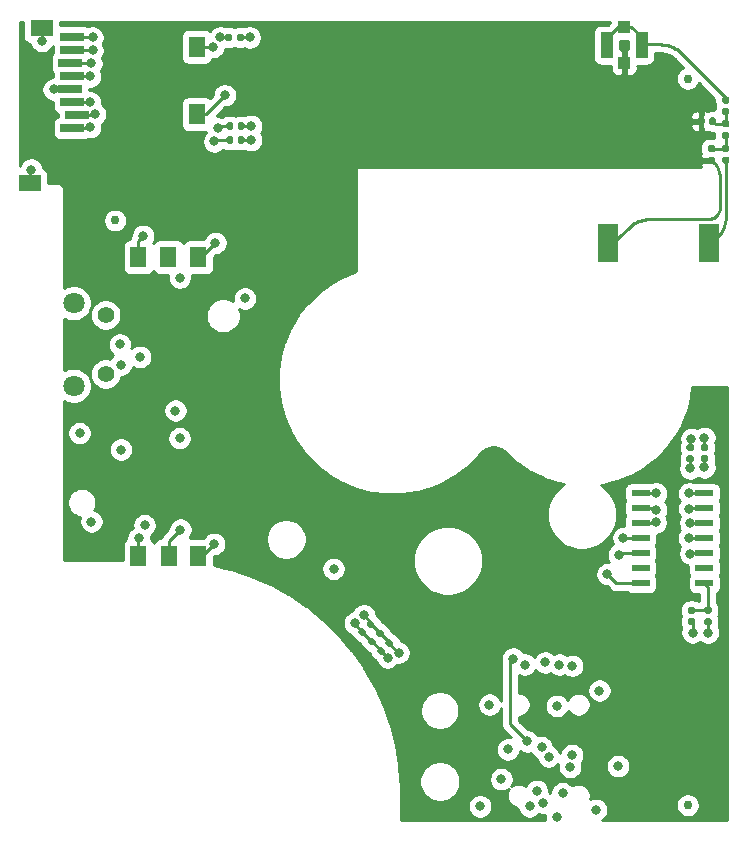
<source format=gbr>
G04 #@! TF.GenerationSoftware,KiCad,Pcbnew,5.1.6+dfsg1-1~bpo10+1*
G04 #@! TF.CreationDate,2021-03-28T20:23:35-04:00*
G04 #@! TF.ProjectId,RUSP_Daughterboard,52555350-5f44-4617-9567-68746572626f,rev?*
G04 #@! TF.SameCoordinates,Original*
G04 #@! TF.FileFunction,Copper,L1,Top*
G04 #@! TF.FilePolarity,Positive*
%FSLAX46Y46*%
G04 Gerber Fmt 4.6, Leading zero omitted, Abs format (unit mm)*
G04 Created by KiCad (PCBNEW 5.1.6+dfsg1-1~bpo10+1) date 2021-03-28 20:23:35*
%MOMM*%
%LPD*%
G01*
G04 APERTURE LIST*
G04 #@! TA.AperFunction,SMDPad,CuDef*
%ADD10R,1.000000X1.000000*%
G04 #@! TD*
G04 #@! TA.AperFunction,SMDPad,CuDef*
%ADD11R,1.050000X2.200000*%
G04 #@! TD*
G04 #@! TA.AperFunction,SMDPad,CuDef*
%ADD12R,1.700000X3.200000*%
G04 #@! TD*
G04 #@! TA.AperFunction,ComponentPad*
%ADD13C,1.408000*%
G04 #@! TD*
G04 #@! TA.AperFunction,ComponentPad*
%ADD14C,1.800000*%
G04 #@! TD*
G04 #@! TA.AperFunction,SMDPad,CuDef*
%ADD15C,0.750000*%
G04 #@! TD*
G04 #@! TA.AperFunction,SMDPad,CuDef*
%ADD16R,1.400000X1.800000*%
G04 #@! TD*
G04 #@! TA.AperFunction,SMDPad,CuDef*
%ADD17R,2.000000X0.800000*%
G04 #@! TD*
G04 #@! TA.AperFunction,SMDPad,CuDef*
%ADD18R,1.900000X1.400000*%
G04 #@! TD*
G04 #@! TA.AperFunction,SMDPad,CuDef*
%ADD19R,1.500000X0.600000*%
G04 #@! TD*
G04 #@! TA.AperFunction,ViaPad*
%ADD20C,0.800000*%
G04 #@! TD*
G04 #@! TA.AperFunction,Conductor*
%ADD21C,0.250000*%
G04 #@! TD*
G04 #@! TA.AperFunction,Conductor*
%ADD22C,0.254000*%
G04 #@! TD*
G04 APERTURE END LIST*
G04 #@! TA.AperFunction,SMDPad,CuDef*
G36*
G01*
X175472500Y-119810000D02*
X175127500Y-119810000D01*
G75*
G02*
X174980000Y-119662500I0J147500D01*
G01*
X174980000Y-119367500D01*
G75*
G02*
X175127500Y-119220000I147500J0D01*
G01*
X175472500Y-119220000D01*
G75*
G02*
X175620000Y-119367500I0J-147500D01*
G01*
X175620000Y-119662500D01*
G75*
G02*
X175472500Y-119810000I-147500J0D01*
G01*
G37*
G04 #@! TD.AperFunction*
G04 #@! TA.AperFunction,SMDPad,CuDef*
G36*
G01*
X175472500Y-120780000D02*
X175127500Y-120780000D01*
G75*
G02*
X174980000Y-120632500I0J147500D01*
G01*
X174980000Y-120337500D01*
G75*
G02*
X175127500Y-120190000I147500J0D01*
G01*
X175472500Y-120190000D01*
G75*
G02*
X175620000Y-120337500I0J-147500D01*
G01*
X175620000Y-120632500D01*
G75*
G02*
X175472500Y-120780000I-147500J0D01*
G01*
G37*
G04 #@! TD.AperFunction*
G04 #@! TA.AperFunction,SMDPad,CuDef*
G36*
G01*
X176827500Y-81105000D02*
X177172500Y-81105000D01*
G75*
G02*
X177320000Y-81252500I0J-147500D01*
G01*
X177320000Y-81547500D01*
G75*
G02*
X177172500Y-81695000I-147500J0D01*
G01*
X176827500Y-81695000D01*
G75*
G02*
X176680000Y-81547500I0J147500D01*
G01*
X176680000Y-81252500D01*
G75*
G02*
X176827500Y-81105000I147500J0D01*
G01*
G37*
G04 #@! TD.AperFunction*
G04 #@! TA.AperFunction,SMDPad,CuDef*
G36*
G01*
X176827500Y-80135000D02*
X177172500Y-80135000D01*
G75*
G02*
X177320000Y-80282500I0J-147500D01*
G01*
X177320000Y-80577500D01*
G75*
G02*
X177172500Y-80725000I-147500J0D01*
G01*
X176827500Y-80725000D01*
G75*
G02*
X176680000Y-80577500I0J147500D01*
G01*
X176680000Y-80282500D01*
G75*
G02*
X176827500Y-80135000I147500J0D01*
G01*
G37*
G04 #@! TD.AperFunction*
D10*
X169600000Y-73150000D03*
X169600000Y-70150000D03*
D11*
X171075000Y-71650000D03*
X168125000Y-71650000D03*
G04 #@! TA.AperFunction,SMDPad,CuDef*
G36*
G01*
X178372500Y-76610000D02*
X178027500Y-76610000D01*
G75*
G02*
X177880000Y-76462500I0J147500D01*
G01*
X177880000Y-76167500D01*
G75*
G02*
X178027500Y-76020000I147500J0D01*
G01*
X178372500Y-76020000D01*
G75*
G02*
X178520000Y-76167500I0J-147500D01*
G01*
X178520000Y-76462500D01*
G75*
G02*
X178372500Y-76610000I-147500J0D01*
G01*
G37*
G04 #@! TD.AperFunction*
G04 #@! TA.AperFunction,SMDPad,CuDef*
G36*
G01*
X178372500Y-77580000D02*
X178027500Y-77580000D01*
G75*
G02*
X177880000Y-77432500I0J147500D01*
G01*
X177880000Y-77137500D01*
G75*
G02*
X178027500Y-76990000I147500J0D01*
G01*
X178372500Y-76990000D01*
G75*
G02*
X178520000Y-77137500I0J-147500D01*
G01*
X178520000Y-77432500D01*
G75*
G02*
X178372500Y-77580000I-147500J0D01*
G01*
G37*
G04 #@! TD.AperFunction*
G04 #@! TA.AperFunction,SMDPad,CuDef*
G36*
G01*
X178372500Y-78610000D02*
X178027500Y-78610000D01*
G75*
G02*
X177880000Y-78462500I0J147500D01*
G01*
X177880000Y-78167500D01*
G75*
G02*
X178027500Y-78020000I147500J0D01*
G01*
X178372500Y-78020000D01*
G75*
G02*
X178520000Y-78167500I0J-147500D01*
G01*
X178520000Y-78462500D01*
G75*
G02*
X178372500Y-78610000I-147500J0D01*
G01*
G37*
G04 #@! TD.AperFunction*
G04 #@! TA.AperFunction,SMDPad,CuDef*
G36*
G01*
X178372500Y-79580000D02*
X178027500Y-79580000D01*
G75*
G02*
X177880000Y-79432500I0J147500D01*
G01*
X177880000Y-79137500D01*
G75*
G02*
X178027500Y-78990000I147500J0D01*
G01*
X178372500Y-78990000D01*
G75*
G02*
X178520000Y-79137500I0J-147500D01*
G01*
X178520000Y-79432500D01*
G75*
G02*
X178372500Y-79580000I-147500J0D01*
G01*
G37*
G04 #@! TD.AperFunction*
D12*
X168250000Y-88400000D03*
X176750000Y-88400000D03*
D13*
X125700000Y-99500000D03*
X125700000Y-94500000D03*
D14*
X123000000Y-100500000D03*
X123000000Y-93500000D03*
G04 #@! TA.AperFunction,SMDPad,CuDef*
G36*
G01*
X149123674Y-122642375D02*
X149367625Y-122886327D01*
G75*
G02*
X149367625Y-123094923I-104298J-104298D01*
G01*
X149159029Y-123303519D01*
G75*
G02*
X148950433Y-123303519I-104298J104298D01*
G01*
X148706481Y-123059567D01*
G75*
G02*
X148706481Y-122850971I104298J104298D01*
G01*
X148915077Y-122642375D01*
G75*
G02*
X149123673Y-122642375I104298J-104298D01*
G01*
G37*
G04 #@! TD.AperFunction*
G04 #@! TA.AperFunction,SMDPad,CuDef*
G36*
G01*
X149809568Y-121956481D02*
X150053519Y-122200433D01*
G75*
G02*
X150053519Y-122409029I-104298J-104298D01*
G01*
X149844923Y-122617625D01*
G75*
G02*
X149636327Y-122617625I-104298J104298D01*
G01*
X149392375Y-122373673D01*
G75*
G02*
X149392375Y-122165077I104298J104298D01*
G01*
X149600971Y-121956481D01*
G75*
G02*
X149809567Y-121956481I104298J-104298D01*
G01*
G37*
G04 #@! TD.AperFunction*
G04 #@! TA.AperFunction,SMDPad,CuDef*
G36*
G01*
X148209568Y-120326481D02*
X148453519Y-120570433D01*
G75*
G02*
X148453519Y-120779029I-104298J-104298D01*
G01*
X148244923Y-120987625D01*
G75*
G02*
X148036327Y-120987625I-104298J104298D01*
G01*
X147792375Y-120743673D01*
G75*
G02*
X147792375Y-120535077I104298J104298D01*
G01*
X148000971Y-120326481D01*
G75*
G02*
X148209567Y-120326481I104298J-104298D01*
G01*
G37*
G04 #@! TD.AperFunction*
G04 #@! TA.AperFunction,SMDPad,CuDef*
G36*
G01*
X147523674Y-121012375D02*
X147767625Y-121256327D01*
G75*
G02*
X147767625Y-121464923I-104298J-104298D01*
G01*
X147559029Y-121673519D01*
G75*
G02*
X147350433Y-121673519I-104298J104298D01*
G01*
X147106481Y-121429567D01*
G75*
G02*
X147106481Y-121220971I104298J104298D01*
G01*
X147315077Y-121012375D01*
G75*
G02*
X147523673Y-121012375I104298J-104298D01*
G01*
G37*
G04 #@! TD.AperFunction*
G04 #@! TA.AperFunction,SMDPad,CuDef*
G36*
G01*
X176572500Y-106010000D02*
X176227500Y-106010000D01*
G75*
G02*
X176080000Y-105862500I0J147500D01*
G01*
X176080000Y-105567500D01*
G75*
G02*
X176227500Y-105420000I147500J0D01*
G01*
X176572500Y-105420000D01*
G75*
G02*
X176720000Y-105567500I0J-147500D01*
G01*
X176720000Y-105862500D01*
G75*
G02*
X176572500Y-106010000I-147500J0D01*
G01*
G37*
G04 #@! TD.AperFunction*
G04 #@! TA.AperFunction,SMDPad,CuDef*
G36*
G01*
X176572500Y-106980000D02*
X176227500Y-106980000D01*
G75*
G02*
X176080000Y-106832500I0J147500D01*
G01*
X176080000Y-106537500D01*
G75*
G02*
X176227500Y-106390000I147500J0D01*
G01*
X176572500Y-106390000D01*
G75*
G02*
X176720000Y-106537500I0J-147500D01*
G01*
X176720000Y-106832500D01*
G75*
G02*
X176572500Y-106980000I-147500J0D01*
G01*
G37*
G04 #@! TD.AperFunction*
G04 #@! TA.AperFunction,SMDPad,CuDef*
G36*
G01*
X175372500Y-106980000D02*
X175027500Y-106980000D01*
G75*
G02*
X174880000Y-106832500I0J147500D01*
G01*
X174880000Y-106537500D01*
G75*
G02*
X175027500Y-106390000I147500J0D01*
G01*
X175372500Y-106390000D01*
G75*
G02*
X175520000Y-106537500I0J-147500D01*
G01*
X175520000Y-106832500D01*
G75*
G02*
X175372500Y-106980000I-147500J0D01*
G01*
G37*
G04 #@! TD.AperFunction*
G04 #@! TA.AperFunction,SMDPad,CuDef*
G36*
G01*
X175372500Y-106010000D02*
X175027500Y-106010000D01*
G75*
G02*
X174880000Y-105862500I0J147500D01*
G01*
X174880000Y-105567500D01*
G75*
G02*
X175027500Y-105420000I147500J0D01*
G01*
X175372500Y-105420000D01*
G75*
G02*
X175520000Y-105567500I0J-147500D01*
G01*
X175520000Y-105862500D01*
G75*
G02*
X175372500Y-106010000I-147500J0D01*
G01*
G37*
G04 #@! TD.AperFunction*
G04 #@! TA.AperFunction,SMDPad,CuDef*
G36*
G01*
X149019568Y-121136481D02*
X149263519Y-121380433D01*
G75*
G02*
X149263519Y-121589029I-104298J-104298D01*
G01*
X149054923Y-121797625D01*
G75*
G02*
X148846327Y-121797625I-104298J104298D01*
G01*
X148602375Y-121553673D01*
G75*
G02*
X148602375Y-121345077I104298J104298D01*
G01*
X148810971Y-121136481D01*
G75*
G02*
X149019567Y-121136481I104298J-104298D01*
G01*
G37*
G04 #@! TD.AperFunction*
G04 #@! TA.AperFunction,SMDPad,CuDef*
G36*
G01*
X148333674Y-121822375D02*
X148577625Y-122066327D01*
G75*
G02*
X148577625Y-122274923I-104298J-104298D01*
G01*
X148369029Y-122483519D01*
G75*
G02*
X148160433Y-122483519I-104298J104298D01*
G01*
X147916481Y-122239567D01*
G75*
G02*
X147916481Y-122030971I104298J104298D01*
G01*
X148125077Y-121822375D01*
G75*
G02*
X148333673Y-121822375I104298J-104298D01*
G01*
G37*
G04 #@! TD.AperFunction*
D15*
X126500000Y-86500000D03*
X175000000Y-74500000D03*
X175000000Y-136000000D03*
D16*
X133560000Y-114886500D03*
X131083500Y-114886500D03*
X128480000Y-114886500D03*
X133560000Y-89613500D03*
X131020000Y-89613500D03*
X128480000Y-89613500D03*
D17*
X122875000Y-78690000D03*
X123275000Y-77590000D03*
X122875000Y-76490000D03*
X122675000Y-75390000D03*
X122875000Y-74290000D03*
X122675000Y-73190000D03*
X122875000Y-72090000D03*
X122875000Y-70990000D03*
D16*
X133425000Y-71800000D03*
X133425000Y-77500000D03*
D18*
X120275000Y-70200000D03*
X119275000Y-83350000D03*
G04 #@! TA.AperFunction,SMDPad,CuDef*
G36*
G01*
X137480000Y-78327500D02*
X137480000Y-78672500D01*
G75*
G02*
X137332500Y-78820000I-147500J0D01*
G01*
X137037500Y-78820000D01*
G75*
G02*
X136890000Y-78672500I0J147500D01*
G01*
X136890000Y-78327500D01*
G75*
G02*
X137037500Y-78180000I147500J0D01*
G01*
X137332500Y-78180000D01*
G75*
G02*
X137480000Y-78327500I0J-147500D01*
G01*
G37*
G04 #@! TD.AperFunction*
G04 #@! TA.AperFunction,SMDPad,CuDef*
G36*
G01*
X136510000Y-78327500D02*
X136510000Y-78672500D01*
G75*
G02*
X136362500Y-78820000I-147500J0D01*
G01*
X136067500Y-78820000D01*
G75*
G02*
X135920000Y-78672500I0J147500D01*
G01*
X135920000Y-78327500D01*
G75*
G02*
X136067500Y-78180000I147500J0D01*
G01*
X136362500Y-78180000D01*
G75*
G02*
X136510000Y-78327500I0J-147500D01*
G01*
G37*
G04 #@! TD.AperFunction*
G04 #@! TA.AperFunction,SMDPad,CuDef*
G36*
G01*
X136425000Y-70827500D02*
X136425000Y-71172500D01*
G75*
G02*
X136277500Y-71320000I-147500J0D01*
G01*
X135982500Y-71320000D01*
G75*
G02*
X135835000Y-71172500I0J147500D01*
G01*
X135835000Y-70827500D01*
G75*
G02*
X135982500Y-70680000I147500J0D01*
G01*
X136277500Y-70680000D01*
G75*
G02*
X136425000Y-70827500I0J-147500D01*
G01*
G37*
G04 #@! TD.AperFunction*
G04 #@! TA.AperFunction,SMDPad,CuDef*
G36*
G01*
X137395000Y-70827500D02*
X137395000Y-71172500D01*
G75*
G02*
X137247500Y-71320000I-147500J0D01*
G01*
X136952500Y-71320000D01*
G75*
G02*
X136805000Y-71172500I0J147500D01*
G01*
X136805000Y-70827500D01*
G75*
G02*
X136952500Y-70680000I147500J0D01*
G01*
X137247500Y-70680000D01*
G75*
G02*
X137395000Y-70827500I0J-147500D01*
G01*
G37*
G04 #@! TD.AperFunction*
G04 #@! TA.AperFunction,SMDPad,CuDef*
G36*
G01*
X137480000Y-79527500D02*
X137480000Y-79872500D01*
G75*
G02*
X137332500Y-80020000I-147500J0D01*
G01*
X137037500Y-80020000D01*
G75*
G02*
X136890000Y-79872500I0J147500D01*
G01*
X136890000Y-79527500D01*
G75*
G02*
X137037500Y-79380000I147500J0D01*
G01*
X137332500Y-79380000D01*
G75*
G02*
X137480000Y-79527500I0J-147500D01*
G01*
G37*
G04 #@! TD.AperFunction*
G04 #@! TA.AperFunction,SMDPad,CuDef*
G36*
G01*
X136510000Y-79527500D02*
X136510000Y-79872500D01*
G75*
G02*
X136362500Y-80020000I-147500J0D01*
G01*
X136067500Y-80020000D01*
G75*
G02*
X135920000Y-79872500I0J147500D01*
G01*
X135920000Y-79527500D01*
G75*
G02*
X136067500Y-79380000I147500J0D01*
G01*
X136362500Y-79380000D01*
G75*
G02*
X136510000Y-79527500I0J-147500D01*
G01*
G37*
G04 #@! TD.AperFunction*
G04 #@! TA.AperFunction,SMDPad,CuDef*
G36*
G01*
X176527500Y-119220000D02*
X176872500Y-119220000D01*
G75*
G02*
X177020000Y-119367500I0J-147500D01*
G01*
X177020000Y-119662500D01*
G75*
G02*
X176872500Y-119810000I-147500J0D01*
G01*
X176527500Y-119810000D01*
G75*
G02*
X176380000Y-119662500I0J147500D01*
G01*
X176380000Y-119367500D01*
G75*
G02*
X176527500Y-119220000I147500J0D01*
G01*
G37*
G04 #@! TD.AperFunction*
G04 #@! TA.AperFunction,SMDPad,CuDef*
G36*
G01*
X176527500Y-120190000D02*
X176872500Y-120190000D01*
G75*
G02*
X177020000Y-120337500I0J-147500D01*
G01*
X177020000Y-120632500D01*
G75*
G02*
X176872500Y-120780000I-147500J0D01*
G01*
X176527500Y-120780000D01*
G75*
G02*
X176380000Y-120632500I0J147500D01*
G01*
X176380000Y-120337500D01*
G75*
G02*
X176527500Y-120190000I147500J0D01*
G01*
G37*
G04 #@! TD.AperFunction*
D19*
X171000000Y-109590000D03*
X171000000Y-110860000D03*
X171000000Y-112130000D03*
X171000000Y-113400000D03*
X171000000Y-114670000D03*
X171000000Y-115940000D03*
X171000000Y-117210000D03*
X176400000Y-117210000D03*
X176400000Y-115940000D03*
X176400000Y-114670000D03*
X176400000Y-113400000D03*
X176400000Y-112130000D03*
X176400000Y-110860000D03*
X176400000Y-109590000D03*
G04 #@! TA.AperFunction,SMDPad,CuDef*
G36*
G01*
X176410000Y-77927500D02*
X176410000Y-78272500D01*
G75*
G02*
X176262500Y-78420000I-147500J0D01*
G01*
X175967500Y-78420000D01*
G75*
G02*
X175820000Y-78272500I0J147500D01*
G01*
X175820000Y-77927500D01*
G75*
G02*
X175967500Y-77780000I147500J0D01*
G01*
X176262500Y-77780000D01*
G75*
G02*
X176410000Y-77927500I0J-147500D01*
G01*
G37*
G04 #@! TD.AperFunction*
G04 #@! TA.AperFunction,SMDPad,CuDef*
G36*
G01*
X177380000Y-77927500D02*
X177380000Y-78272500D01*
G75*
G02*
X177232500Y-78420000I-147500J0D01*
G01*
X176937500Y-78420000D01*
G75*
G02*
X176790000Y-78272500I0J147500D01*
G01*
X176790000Y-77927500D01*
G75*
G02*
X176937500Y-77780000I147500J0D01*
G01*
X177232500Y-77780000D01*
G75*
G02*
X177380000Y-77927500I0J-147500D01*
G01*
G37*
G04 #@! TD.AperFunction*
G04 #@! TA.AperFunction,SMDPad,CuDef*
G36*
G01*
X178372500Y-81680000D02*
X178027500Y-81680000D01*
G75*
G02*
X177880000Y-81532500I0J147500D01*
G01*
X177880000Y-81237500D01*
G75*
G02*
X178027500Y-81090000I147500J0D01*
G01*
X178372500Y-81090000D01*
G75*
G02*
X178520000Y-81237500I0J-147500D01*
G01*
X178520000Y-81532500D01*
G75*
G02*
X178372500Y-81680000I-147500J0D01*
G01*
G37*
G04 #@! TD.AperFunction*
G04 #@! TA.AperFunction,SMDPad,CuDef*
G36*
G01*
X178372500Y-80710000D02*
X178027500Y-80710000D01*
G75*
G02*
X177880000Y-80562500I0J147500D01*
G01*
X177880000Y-80267500D01*
G75*
G02*
X178027500Y-80120000I147500J0D01*
G01*
X178372500Y-80120000D01*
G75*
G02*
X178520000Y-80267500I0J-147500D01*
G01*
X178520000Y-80562500D01*
G75*
G02*
X178372500Y-80710000I-147500J0D01*
G01*
G37*
G04 #@! TD.AperFunction*
D20*
X119400000Y-82200000D03*
X120300000Y-71300000D03*
X121300000Y-75400000D03*
X175300000Y-105000000D03*
X176400000Y-104900000D03*
X176700000Y-121400000D03*
X135000000Y-88400000D03*
X124500000Y-112000000D03*
X129000000Y-112300000D03*
X146800000Y-120600000D03*
X149582053Y-123517947D03*
X168185640Y-116452629D03*
X165200000Y-124200000D03*
X127000000Y-98700000D03*
X123500000Y-104500000D03*
X175200000Y-114700000D03*
X162618761Y-131086265D03*
X175200000Y-112100000D03*
X161200000Y-124100000D03*
X134800000Y-71800000D03*
X175100000Y-109600000D03*
X176400000Y-107400000D03*
X131600000Y-102600000D03*
X160200000Y-123600000D03*
X161400000Y-130600000D03*
X124500000Y-73200000D03*
X137900000Y-71000000D03*
X138000000Y-78500000D03*
X172300000Y-109600000D03*
X175200000Y-107500000D03*
X138000000Y-79700000D03*
X159200000Y-133800000D03*
X169100000Y-132700000D03*
X124400000Y-74300000D03*
X169541292Y-113370609D03*
X124600000Y-72100000D03*
X169181336Y-114820523D03*
X163900000Y-127600000D03*
X135800000Y-75900000D03*
X124400000Y-76500000D03*
X172274990Y-112057161D03*
X124800000Y-77500000D03*
X172300000Y-111000000D03*
X135200000Y-78700000D03*
X175100000Y-110900000D03*
X164100000Y-124100000D03*
X164400000Y-134974990D03*
X131974994Y-91346359D03*
X128887660Y-87812340D03*
X128500000Y-113400000D03*
X163200000Y-131900000D03*
X163900000Y-137025010D03*
X132029325Y-112674990D03*
X147571375Y-119928625D03*
X150500000Y-123100000D03*
X162200000Y-134800000D03*
X134891226Y-113875129D03*
X162700000Y-135800000D03*
X175400000Y-121400000D03*
X127000000Y-105900000D03*
X158200000Y-127500000D03*
X128625010Y-98044751D03*
X165029557Y-132760166D03*
X126900000Y-97000000D03*
X167200000Y-136400000D03*
X157400000Y-136100000D03*
X161600000Y-136100000D03*
X124400000Y-78600000D03*
X134900000Y-79800000D03*
X124600000Y-71000000D03*
X135400000Y-71000000D03*
X137500000Y-93100000D03*
X165201292Y-131775010D03*
X145000000Y-116000000D03*
X159755211Y-131280531D03*
X131962261Y-104924990D03*
X167500000Y-126300000D03*
X175100000Y-113400000D03*
X162912653Y-123912653D03*
D21*
X119275000Y-83350000D02*
X119275000Y-82325000D01*
X119275000Y-82325000D02*
X119400000Y-82200000D01*
X120275000Y-70200000D02*
X120275000Y-71275000D01*
X120275000Y-71275000D02*
X120300000Y-71300000D01*
X122675000Y-75390000D02*
X121310000Y-75390000D01*
X121310000Y-75390000D02*
X121300000Y-75400000D01*
X175200000Y-105715000D02*
X175200000Y-105100000D01*
X175200000Y-105100000D02*
X175300000Y-105000000D01*
X176400000Y-105715000D02*
X176400000Y-104900000D01*
X176700000Y-120485000D02*
X176700000Y-121400000D01*
X147437053Y-121342947D02*
X148200000Y-122105894D01*
X148200000Y-122105894D02*
X148205894Y-122105894D01*
X148205894Y-122105894D02*
X149000000Y-122900000D01*
X133560000Y-89613500D02*
X133786500Y-89613500D01*
X133786500Y-89613500D02*
X135000000Y-88400000D01*
X147437053Y-121342947D02*
X146800000Y-120705894D01*
X146800000Y-120705894D02*
X146800000Y-120600000D01*
X149037053Y-122972947D02*
X149582053Y-123517947D01*
X168943011Y-117210000D02*
X168185640Y-116452629D01*
X171000000Y-117210000D02*
X168943011Y-117210000D01*
X176400000Y-114670000D02*
X175230000Y-114670000D01*
X175230000Y-114670000D02*
X175200000Y-114700000D01*
X176400000Y-112130000D02*
X175230000Y-112130000D01*
X175230000Y-112130000D02*
X175200000Y-112100000D01*
X133425000Y-71800000D02*
X134800000Y-71800000D01*
X176400000Y-109590000D02*
X175110000Y-109590000D01*
X175110000Y-109590000D02*
X175100000Y-109600000D01*
X176400000Y-106685000D02*
X176400000Y-107400000D01*
X159954999Y-123845001D02*
X160200000Y-123600000D01*
X159954999Y-129154999D02*
X159954999Y-123845001D01*
X161400000Y-130600000D02*
X159954999Y-129154999D01*
X122675000Y-73190000D02*
X124490000Y-73190000D01*
X124490000Y-73190000D02*
X124500000Y-73200000D01*
X137100000Y-71000000D02*
X137900000Y-71000000D01*
X137185000Y-78500000D02*
X138000000Y-78500000D01*
X171000000Y-109590000D02*
X172290000Y-109590000D01*
X172290000Y-109590000D02*
X172300000Y-109600000D01*
X175200000Y-106685000D02*
X175200000Y-107500000D01*
X137185000Y-79700000D02*
X138000000Y-79700000D01*
X122875000Y-74290000D02*
X124390000Y-74290000D01*
X124390000Y-74290000D02*
X124400000Y-74300000D01*
X169570683Y-113400000D02*
X169541292Y-113370609D01*
X171000000Y-113400000D02*
X169570683Y-113400000D01*
X122875000Y-72090000D02*
X124590000Y-72090000D01*
X124590000Y-72090000D02*
X124600000Y-72100000D01*
X169331859Y-114670000D02*
X169181336Y-114820523D01*
X171000000Y-114670000D02*
X169331859Y-114670000D01*
X133425000Y-77500000D02*
X134200000Y-77500000D01*
X134200000Y-77500000D02*
X135800000Y-75900000D01*
X122875000Y-76490000D02*
X124390000Y-76490000D01*
X124390000Y-76490000D02*
X124400000Y-76500000D01*
X172202151Y-112130000D02*
X172274990Y-112057161D01*
X171000000Y-112130000D02*
X172202151Y-112130000D01*
X123275000Y-77590000D02*
X124710000Y-77590000D01*
X124710000Y-77590000D02*
X124800000Y-77500000D01*
X171000000Y-110860000D02*
X172160000Y-110860000D01*
X172160000Y-110860000D02*
X172300000Y-111000000D01*
X135400000Y-78500000D02*
X135200000Y-78700000D01*
X136215000Y-78500000D02*
X135400000Y-78500000D01*
X176400000Y-110860000D02*
X175140000Y-110860000D01*
X175140000Y-110860000D02*
X175100000Y-110900000D01*
X128480000Y-88220000D02*
X128887660Y-87812340D01*
X128480000Y-89613500D02*
X128480000Y-88220000D01*
X128480000Y-114886500D02*
X128480000Y-113420000D01*
X128480000Y-113420000D02*
X128500000Y-113400000D01*
X131083500Y-114886500D02*
X131083500Y-113620815D01*
X131083500Y-113620815D02*
X132029325Y-112674990D01*
X147571375Y-119928625D02*
X148200000Y-120557250D01*
X148200000Y-120557250D02*
X148200000Y-120700000D01*
X148200000Y-120700000D02*
X149700000Y-122200000D01*
X149722947Y-122287053D02*
X149722947Y-122322947D01*
X149722947Y-122322947D02*
X150500000Y-123100000D01*
X133560000Y-114886500D02*
X133879855Y-114886500D01*
X133879855Y-114886500D02*
X134891226Y-113875129D01*
X175400000Y-121400000D02*
X175400000Y-120600000D01*
X122875000Y-78690000D02*
X124310000Y-78690000D01*
X124310000Y-78690000D02*
X124400000Y-78600000D01*
X135000000Y-79700000D02*
X134900000Y-79800000D01*
X136215000Y-79700000D02*
X135000000Y-79700000D01*
X122875000Y-70990000D02*
X124590000Y-70990000D01*
X124590000Y-70990000D02*
X124600000Y-71000000D01*
X136130000Y-71000000D02*
X135400000Y-71000000D01*
X178200000Y-86200000D02*
X178200000Y-81400000D01*
X178200000Y-86200000D02*
X178197091Y-86318459D01*
X178197091Y-86318459D02*
X178188374Y-86436634D01*
X178188374Y-86436634D02*
X178173869Y-86554238D01*
X178173869Y-86554238D02*
X178153611Y-86670989D01*
X178153611Y-86670989D02*
X178127648Y-86786605D01*
X178127648Y-86786605D02*
X178096044Y-86900808D01*
X178096044Y-86900808D02*
X178058874Y-87013323D01*
X178058874Y-87013323D02*
X178016228Y-87123879D01*
X178016228Y-87123879D02*
X177968209Y-87232208D01*
X177968209Y-87232208D02*
X177914932Y-87338051D01*
X177914932Y-87338051D02*
X177856525Y-87441153D01*
X177856525Y-87441153D02*
X177793131Y-87541264D01*
X177793131Y-87541264D02*
X177724900Y-87638144D01*
X177724900Y-87638144D02*
X177651998Y-87731559D01*
X177651998Y-87731559D02*
X177574600Y-87821285D01*
X177574600Y-87821285D02*
X177492893Y-87907106D01*
X177492893Y-87907106D02*
X176900000Y-88500000D01*
X169250000Y-87850000D02*
X169724999Y-87375001D01*
X168400000Y-88500000D02*
X168700000Y-88500000D01*
X169250000Y-87850000D02*
X168700000Y-88400000D01*
X177042883Y-81442883D02*
X177000000Y-81400000D01*
X177124590Y-81528702D02*
X177042883Y-81442883D01*
X177700000Y-82900000D02*
X177700000Y-83078611D01*
X177700000Y-82900000D02*
X177697673Y-82805232D01*
X177697673Y-82805232D02*
X177690699Y-82710692D01*
X177690699Y-82710692D02*
X177679095Y-82616608D01*
X177679095Y-82616608D02*
X177662889Y-82523208D01*
X177662889Y-82523208D02*
X177642119Y-82430714D01*
X177642119Y-82430714D02*
X177616835Y-82339352D01*
X177616835Y-82339352D02*
X177587099Y-82249340D01*
X177587099Y-82249340D02*
X177552983Y-82160895D01*
X177552983Y-82160895D02*
X177514567Y-82074232D01*
X177514567Y-82074232D02*
X177471946Y-81989557D01*
X177471946Y-81989557D02*
X177425221Y-81907076D01*
X177425221Y-81907076D02*
X177374505Y-81826987D01*
X177374505Y-81826987D02*
X177319920Y-81749483D01*
X177319920Y-81749483D02*
X177261598Y-81674750D01*
X177261598Y-81674750D02*
X177199680Y-81602969D01*
X177199680Y-81602969D02*
X177134314Y-81534314D01*
X177134314Y-81534314D02*
X177000000Y-81400000D01*
X176700000Y-86400000D02*
X176798017Y-86395184D01*
X176798017Y-86395184D02*
X176895090Y-86380785D01*
X176895090Y-86380785D02*
X176990284Y-86356940D01*
X176990284Y-86356940D02*
X177082683Y-86323879D01*
X177082683Y-86323879D02*
X177171396Y-86281921D01*
X177171396Y-86281921D02*
X177255570Y-86231469D01*
X177255570Y-86231469D02*
X177334393Y-86173010D01*
X177334393Y-86173010D02*
X177407106Y-86107106D01*
X177407106Y-86107106D02*
X177473010Y-86034393D01*
X177473010Y-86034393D02*
X177531469Y-85955570D01*
X177531469Y-85955570D02*
X177581921Y-85871396D01*
X177581921Y-85871396D02*
X177623879Y-85782683D01*
X177623879Y-85782683D02*
X177656940Y-85690284D01*
X177656940Y-85690284D02*
X177680785Y-85595090D01*
X177680785Y-85595090D02*
X177695184Y-85498017D01*
X177695184Y-85498017D02*
X177700000Y-85400000D01*
X177700000Y-85400000D02*
X177700000Y-83078611D01*
X169992893Y-87107106D02*
X169250000Y-87850000D01*
X169992893Y-87107106D02*
X170078712Y-87025398D01*
X170078712Y-87025398D02*
X170168438Y-86948000D01*
X170168438Y-86948000D02*
X170261854Y-86875098D01*
X170261854Y-86875098D02*
X170358734Y-86806867D01*
X170358734Y-86806867D02*
X170458845Y-86743472D01*
X170458845Y-86743472D02*
X170561947Y-86685066D01*
X170561947Y-86685066D02*
X170667790Y-86631789D01*
X170667790Y-86631789D02*
X170776120Y-86583770D01*
X170776120Y-86583770D02*
X170886675Y-86541124D01*
X170886675Y-86541124D02*
X170999190Y-86503954D01*
X170999190Y-86503954D02*
X171113393Y-86472350D01*
X171113393Y-86472350D02*
X171229010Y-86446387D01*
X171229010Y-86446387D02*
X171345761Y-86426129D01*
X171345761Y-86426129D02*
X171463365Y-86411624D01*
X171463365Y-86411624D02*
X171581540Y-86402907D01*
X171581540Y-86402907D02*
X171700000Y-86400000D01*
X171700000Y-86400000D02*
X176700000Y-86400000D01*
X178200000Y-78315000D02*
X177315000Y-78315000D01*
X178200000Y-78315000D02*
X178200000Y-77300000D01*
X176400000Y-113400000D02*
X175100000Y-113400000D01*
X176700000Y-119515000D02*
X176700000Y-117500000D01*
X176700000Y-117500000D02*
X176400000Y-117200000D01*
X175300000Y-119515000D02*
X176785000Y-119515000D01*
X176785000Y-119515000D02*
X176800000Y-119500000D01*
X177185000Y-80415000D02*
X177100000Y-80500000D01*
X178200000Y-79285000D02*
X178200000Y-80400000D01*
X178200000Y-80415000D02*
X177015000Y-80415000D01*
X177015000Y-80415000D02*
X177000000Y-80400000D01*
X178200000Y-76315000D02*
X178200000Y-76100000D01*
X170200000Y-70100000D02*
X171100000Y-71000000D01*
X171100000Y-71000000D02*
X171100000Y-71700000D01*
X169100000Y-70100000D02*
X170200000Y-70100000D01*
X168125000Y-71650000D02*
X168125000Y-71075000D01*
X168125000Y-71075000D02*
X169100000Y-70100000D01*
X174407106Y-72307106D02*
X178200000Y-76100000D01*
X174407106Y-72307106D02*
X174321285Y-72225398D01*
X174321285Y-72225398D02*
X174231560Y-72148000D01*
X174231560Y-72148000D02*
X174138144Y-72075098D01*
X174138144Y-72075098D02*
X174041264Y-72006867D01*
X174041264Y-72006867D02*
X173941153Y-71943472D01*
X173941153Y-71943472D02*
X173838051Y-71885066D01*
X173838051Y-71885066D02*
X173732208Y-71831789D01*
X173732208Y-71831789D02*
X173623879Y-71783770D01*
X173623879Y-71783770D02*
X173513323Y-71741124D01*
X173513323Y-71741124D02*
X173400808Y-71703954D01*
X173400808Y-71703954D02*
X173286605Y-71672350D01*
X173286605Y-71672350D02*
X173170989Y-71646387D01*
X173170989Y-71646387D02*
X173054238Y-71626129D01*
X173054238Y-71626129D02*
X172936634Y-71611624D01*
X172936634Y-71611624D02*
X172818459Y-71602907D01*
X172818459Y-71602907D02*
X172700000Y-71600000D01*
X172700000Y-71600000D02*
X171100000Y-71600000D01*
D22*
G36*
X118686928Y-70900000D02*
G01*
X118699188Y-71024482D01*
X118735498Y-71144180D01*
X118794463Y-71254494D01*
X118873815Y-71351185D01*
X118970506Y-71430537D01*
X119080820Y-71489502D01*
X119200518Y-71525812D01*
X119291420Y-71534765D01*
X119304774Y-71601898D01*
X119382795Y-71790256D01*
X119496063Y-71959774D01*
X119640226Y-72103937D01*
X119809744Y-72217205D01*
X119998102Y-72295226D01*
X120198061Y-72335000D01*
X120401939Y-72335000D01*
X120601898Y-72295226D01*
X120790256Y-72217205D01*
X120959774Y-72103937D01*
X121103937Y-71959774D01*
X121217205Y-71790256D01*
X121236928Y-71742641D01*
X121236928Y-72328053D01*
X121223815Y-72338815D01*
X121144463Y-72435506D01*
X121085498Y-72545820D01*
X121049188Y-72665518D01*
X121036928Y-72790000D01*
X121036928Y-73590000D01*
X121049188Y-73714482D01*
X121085498Y-73834180D01*
X121144463Y-73944494D01*
X121223815Y-74041185D01*
X121236928Y-74051947D01*
X121236928Y-74365000D01*
X121198061Y-74365000D01*
X120998102Y-74404774D01*
X120809744Y-74482795D01*
X120640226Y-74596063D01*
X120496063Y-74740226D01*
X120382795Y-74909744D01*
X120304774Y-75098102D01*
X120265000Y-75298061D01*
X120265000Y-75501939D01*
X120304774Y-75701898D01*
X120382795Y-75890256D01*
X120496063Y-76059774D01*
X120640226Y-76203937D01*
X120809744Y-76317205D01*
X120998102Y-76395226D01*
X121198061Y-76435000D01*
X121236928Y-76435000D01*
X121236928Y-76890000D01*
X121249188Y-77014482D01*
X121285498Y-77134180D01*
X121344463Y-77244494D01*
X121423815Y-77341185D01*
X121520506Y-77420537D01*
X121630820Y-77479502D01*
X121636928Y-77481355D01*
X121636928Y-77698645D01*
X121630820Y-77700498D01*
X121520506Y-77759463D01*
X121423815Y-77838815D01*
X121344463Y-77935506D01*
X121285498Y-78045820D01*
X121249188Y-78165518D01*
X121236928Y-78290000D01*
X121236928Y-79090000D01*
X121249188Y-79214482D01*
X121285498Y-79334180D01*
X121344463Y-79444494D01*
X121423815Y-79541185D01*
X121520506Y-79620537D01*
X121630820Y-79679502D01*
X121750518Y-79715812D01*
X121875000Y-79728072D01*
X123875000Y-79728072D01*
X123999482Y-79715812D01*
X124119180Y-79679502D01*
X124228370Y-79621138D01*
X124298061Y-79635000D01*
X124501939Y-79635000D01*
X124701898Y-79595226D01*
X124890256Y-79517205D01*
X125059774Y-79403937D01*
X125203937Y-79259774D01*
X125317205Y-79090256D01*
X125395226Y-78901898D01*
X125435000Y-78701939D01*
X125435000Y-78498061D01*
X125403823Y-78341322D01*
X125459774Y-78303937D01*
X125603937Y-78159774D01*
X125717205Y-77990256D01*
X125795226Y-77801898D01*
X125835000Y-77601939D01*
X125835000Y-77398061D01*
X125795226Y-77198102D01*
X125717205Y-77009744D01*
X125603937Y-76840226D01*
X125459774Y-76696063D01*
X125421381Y-76670409D01*
X125435000Y-76601939D01*
X125435000Y-76600000D01*
X132086928Y-76600000D01*
X132086928Y-78400000D01*
X132099188Y-78524482D01*
X132135498Y-78644180D01*
X132194463Y-78754494D01*
X132273815Y-78851185D01*
X132370506Y-78930537D01*
X132480820Y-78989502D01*
X132600518Y-79025812D01*
X132725000Y-79038072D01*
X134125000Y-79038072D01*
X134206216Y-79030073D01*
X134096063Y-79140226D01*
X133982795Y-79309744D01*
X133904774Y-79498102D01*
X133865000Y-79698061D01*
X133865000Y-79901939D01*
X133904774Y-80101898D01*
X133982795Y-80290256D01*
X134096063Y-80459774D01*
X134240226Y-80603937D01*
X134409744Y-80717205D01*
X134598102Y-80795226D01*
X134798061Y-80835000D01*
X135001939Y-80835000D01*
X135201898Y-80795226D01*
X135390256Y-80717205D01*
X135559774Y-80603937D01*
X135635603Y-80528108D01*
X135766875Y-80598274D01*
X135914243Y-80642977D01*
X136067500Y-80658072D01*
X136362500Y-80658072D01*
X136515757Y-80642977D01*
X136663125Y-80598274D01*
X136700000Y-80578564D01*
X136736875Y-80598274D01*
X136884243Y-80642977D01*
X137037500Y-80658072D01*
X137332500Y-80658072D01*
X137485757Y-80642977D01*
X137535520Y-80627882D01*
X137698102Y-80695226D01*
X137898061Y-80735000D01*
X138101939Y-80735000D01*
X138301898Y-80695226D01*
X138490256Y-80617205D01*
X138659774Y-80503937D01*
X138803937Y-80359774D01*
X138917205Y-80190256D01*
X138995226Y-80001898D01*
X139035000Y-79801939D01*
X139035000Y-79598061D01*
X138995226Y-79398102D01*
X138917205Y-79209744D01*
X138843877Y-79100000D01*
X138917205Y-78990256D01*
X138995226Y-78801898D01*
X139035000Y-78601939D01*
X139035000Y-78420000D01*
X175181928Y-78420000D01*
X175194188Y-78544482D01*
X175230498Y-78664180D01*
X175289463Y-78774494D01*
X175368815Y-78871185D01*
X175465506Y-78950537D01*
X175575820Y-79009502D01*
X175695518Y-79045812D01*
X175820000Y-79058072D01*
X175829250Y-79055000D01*
X175988000Y-78896250D01*
X175988000Y-78227000D01*
X175343750Y-78227000D01*
X175185000Y-78385750D01*
X175181928Y-78420000D01*
X139035000Y-78420000D01*
X139035000Y-78398061D01*
X138995226Y-78198102D01*
X138917205Y-78009744D01*
X138803937Y-77840226D01*
X138743711Y-77780000D01*
X175181928Y-77780000D01*
X175185000Y-77814250D01*
X175343750Y-77973000D01*
X175988000Y-77973000D01*
X175988000Y-77303750D01*
X175829250Y-77145000D01*
X175820000Y-77141928D01*
X175695518Y-77154188D01*
X175575820Y-77190498D01*
X175465506Y-77249463D01*
X175368815Y-77328815D01*
X175289463Y-77425506D01*
X175230498Y-77535820D01*
X175194188Y-77655518D01*
X175181928Y-77780000D01*
X138743711Y-77780000D01*
X138659774Y-77696063D01*
X138490256Y-77582795D01*
X138301898Y-77504774D01*
X138101939Y-77465000D01*
X137898061Y-77465000D01*
X137698102Y-77504774D01*
X137535520Y-77572118D01*
X137485757Y-77557023D01*
X137332500Y-77541928D01*
X137037500Y-77541928D01*
X136884243Y-77557023D01*
X136736875Y-77601726D01*
X136700000Y-77621436D01*
X136663125Y-77601726D01*
X136515757Y-77557023D01*
X136362500Y-77541928D01*
X136067500Y-77541928D01*
X135914243Y-77557023D01*
X135766875Y-77601726D01*
X135631060Y-77674321D01*
X135563075Y-77730115D01*
X135501898Y-77704774D01*
X135301939Y-77665000D01*
X135109801Y-77665000D01*
X135839802Y-76935000D01*
X135901939Y-76935000D01*
X136101898Y-76895226D01*
X136290256Y-76817205D01*
X136459774Y-76703937D01*
X136603937Y-76559774D01*
X136717205Y-76390256D01*
X136795226Y-76201898D01*
X136835000Y-76001939D01*
X136835000Y-75798061D01*
X136795226Y-75598102D01*
X136717205Y-75409744D01*
X136603937Y-75240226D01*
X136459774Y-75096063D01*
X136290256Y-74982795D01*
X136101898Y-74904774D01*
X135901939Y-74865000D01*
X135698061Y-74865000D01*
X135498102Y-74904774D01*
X135309744Y-74982795D01*
X135140226Y-75096063D01*
X134996063Y-75240226D01*
X134882795Y-75409744D01*
X134804774Y-75598102D01*
X134765000Y-75798061D01*
X134765000Y-75860198D01*
X134521369Y-76103829D01*
X134479494Y-76069463D01*
X134369180Y-76010498D01*
X134249482Y-75974188D01*
X134125000Y-75961928D01*
X132725000Y-75961928D01*
X132600518Y-75974188D01*
X132480820Y-76010498D01*
X132370506Y-76069463D01*
X132273815Y-76148815D01*
X132194463Y-76245506D01*
X132135498Y-76355820D01*
X132099188Y-76475518D01*
X132086928Y-76600000D01*
X125435000Y-76600000D01*
X125435000Y-76398061D01*
X125395226Y-76198102D01*
X125317205Y-76009744D01*
X125203937Y-75840226D01*
X125059774Y-75696063D01*
X124890256Y-75582795D01*
X124701898Y-75504774D01*
X124501939Y-75465000D01*
X124313072Y-75465000D01*
X124313072Y-75335000D01*
X124501939Y-75335000D01*
X124701898Y-75295226D01*
X124890256Y-75217205D01*
X125059774Y-75103937D01*
X125203937Y-74959774D01*
X125317205Y-74790256D01*
X125395226Y-74601898D01*
X125435000Y-74401939D01*
X125435000Y-74198061D01*
X125395226Y-73998102D01*
X125324920Y-73828370D01*
X125417205Y-73690256D01*
X125495226Y-73501898D01*
X125535000Y-73301939D01*
X125535000Y-73098061D01*
X125495226Y-72898102D01*
X125424920Y-72728370D01*
X125517205Y-72590256D01*
X125595226Y-72401898D01*
X125635000Y-72201939D01*
X125635000Y-71998061D01*
X125595226Y-71798102D01*
X125517205Y-71609744D01*
X125477285Y-71550000D01*
X125517205Y-71490256D01*
X125595226Y-71301898D01*
X125635000Y-71101939D01*
X125635000Y-70900000D01*
X132086928Y-70900000D01*
X132086928Y-72700000D01*
X132099188Y-72824482D01*
X132135498Y-72944180D01*
X132194463Y-73054494D01*
X132273815Y-73151185D01*
X132370506Y-73230537D01*
X132480820Y-73289502D01*
X132600518Y-73325812D01*
X132725000Y-73338072D01*
X134125000Y-73338072D01*
X134249482Y-73325812D01*
X134369180Y-73289502D01*
X134479494Y-73230537D01*
X134576185Y-73151185D01*
X134655537Y-73054494D01*
X134714502Y-72944180D01*
X134747621Y-72835000D01*
X134901939Y-72835000D01*
X135101898Y-72795226D01*
X135290256Y-72717205D01*
X135459774Y-72603937D01*
X135603937Y-72459774D01*
X135717205Y-72290256D01*
X135795226Y-72101898D01*
X135826729Y-71943519D01*
X135828547Y-71942766D01*
X135829243Y-71942977D01*
X135982500Y-71958072D01*
X136277500Y-71958072D01*
X136430757Y-71942977D01*
X136578125Y-71898274D01*
X136615000Y-71878564D01*
X136651875Y-71898274D01*
X136799243Y-71942977D01*
X136952500Y-71958072D01*
X137247500Y-71958072D01*
X137400757Y-71942977D01*
X137441861Y-71930508D01*
X137598102Y-71995226D01*
X137798061Y-72035000D01*
X138001939Y-72035000D01*
X138201898Y-71995226D01*
X138390256Y-71917205D01*
X138559774Y-71803937D01*
X138703937Y-71659774D01*
X138817205Y-71490256D01*
X138895226Y-71301898D01*
X138935000Y-71101939D01*
X138935000Y-70898061D01*
X138895226Y-70698102D01*
X138817205Y-70509744D01*
X138703937Y-70340226D01*
X138559774Y-70196063D01*
X138390256Y-70082795D01*
X138201898Y-70004774D01*
X138001939Y-69965000D01*
X137798061Y-69965000D01*
X137598102Y-70004774D01*
X137441861Y-70069492D01*
X137400757Y-70057023D01*
X137247500Y-70041928D01*
X136952500Y-70041928D01*
X136799243Y-70057023D01*
X136651875Y-70101726D01*
X136615000Y-70121436D01*
X136578125Y-70101726D01*
X136430757Y-70057023D01*
X136277500Y-70041928D01*
X135982500Y-70041928D01*
X135829243Y-70057023D01*
X135828547Y-70057234D01*
X135701898Y-70004774D01*
X135501939Y-69965000D01*
X135298061Y-69965000D01*
X135098102Y-70004774D01*
X134909744Y-70082795D01*
X134740226Y-70196063D01*
X134596063Y-70340226D01*
X134542163Y-70420894D01*
X134479494Y-70369463D01*
X134369180Y-70310498D01*
X134249482Y-70274188D01*
X134125000Y-70261928D01*
X132725000Y-70261928D01*
X132600518Y-70274188D01*
X132480820Y-70310498D01*
X132370506Y-70369463D01*
X132273815Y-70448815D01*
X132194463Y-70545506D01*
X132135498Y-70655820D01*
X132099188Y-70775518D01*
X132086928Y-70900000D01*
X125635000Y-70900000D01*
X125635000Y-70898061D01*
X125595226Y-70698102D01*
X125517205Y-70509744D01*
X125403937Y-70340226D01*
X125259774Y-70196063D01*
X125090256Y-70082795D01*
X124901898Y-70004774D01*
X124701939Y-69965000D01*
X124498061Y-69965000D01*
X124298102Y-70004774D01*
X124201804Y-70044662D01*
X124119180Y-70000498D01*
X123999482Y-69964188D01*
X123875000Y-69951928D01*
X121875000Y-69951928D01*
X121863072Y-69953103D01*
X121863072Y-69710000D01*
X168415198Y-69710000D01*
X168213270Y-69911928D01*
X167600000Y-69911928D01*
X167475518Y-69924188D01*
X167355820Y-69960498D01*
X167245506Y-70019463D01*
X167148815Y-70098815D01*
X167069463Y-70195506D01*
X167010498Y-70305820D01*
X166974188Y-70425518D01*
X166961928Y-70550000D01*
X166961928Y-72750000D01*
X166974188Y-72874482D01*
X167010498Y-72994180D01*
X167069463Y-73104494D01*
X167148815Y-73201185D01*
X167245506Y-73280537D01*
X167355820Y-73339502D01*
X167475518Y-73375812D01*
X167600000Y-73388072D01*
X168512678Y-73388072D01*
X168465000Y-73435750D01*
X168461928Y-73650000D01*
X168474188Y-73774482D01*
X168510498Y-73894180D01*
X168569463Y-74004494D01*
X168648815Y-74101185D01*
X168745506Y-74180537D01*
X168855820Y-74239502D01*
X168975518Y-74275812D01*
X169100000Y-74288072D01*
X169314250Y-74285000D01*
X169473000Y-74126250D01*
X169473000Y-73277000D01*
X169453000Y-73277000D01*
X169453000Y-73023000D01*
X169473000Y-73023000D01*
X169473000Y-72173750D01*
X169314250Y-72015000D01*
X169288072Y-72014625D01*
X169288072Y-71288072D01*
X169911928Y-71288072D01*
X169911928Y-72014625D01*
X169885750Y-72015000D01*
X169727000Y-72173750D01*
X169727000Y-73023000D01*
X169747000Y-73023000D01*
X169747000Y-73277000D01*
X169727000Y-73277000D01*
X169727000Y-74126250D01*
X169885750Y-74285000D01*
X170100000Y-74288072D01*
X170224482Y-74275812D01*
X170344180Y-74239502D01*
X170454494Y-74180537D01*
X170551185Y-74101185D01*
X170630537Y-74004494D01*
X170689502Y-73894180D01*
X170725812Y-73774482D01*
X170738072Y-73650000D01*
X170735000Y-73435750D01*
X170687322Y-73388072D01*
X171600000Y-73388072D01*
X171724482Y-73375812D01*
X171844180Y-73339502D01*
X171954494Y-73280537D01*
X172051185Y-73201185D01*
X172130537Y-73104494D01*
X172189502Y-72994180D01*
X172225812Y-72874482D01*
X172238072Y-72750000D01*
X172238072Y-72360000D01*
X172690690Y-72360000D01*
X172781163Y-72362220D01*
X172862127Y-72368193D01*
X172942696Y-72378130D01*
X173022681Y-72392009D01*
X173101870Y-72409792D01*
X173180129Y-72431448D01*
X173257225Y-72456918D01*
X173332944Y-72486126D01*
X173407178Y-72519032D01*
X173479685Y-72555529D01*
X173550312Y-72595538D01*
X173618903Y-72638973D01*
X173685276Y-72685718D01*
X173749282Y-72735669D01*
X173810746Y-72788689D01*
X173876295Y-72851096D01*
X174598351Y-73573153D01*
X174521586Y-73604950D01*
X174356163Y-73715482D01*
X174215482Y-73856163D01*
X174104950Y-74021586D01*
X174028814Y-74205394D01*
X173990000Y-74400524D01*
X173990000Y-74599476D01*
X174028814Y-74794606D01*
X174104950Y-74978414D01*
X174215482Y-75143837D01*
X174356163Y-75284518D01*
X174521586Y-75395050D01*
X174705394Y-75471186D01*
X174900524Y-75510000D01*
X175099476Y-75510000D01*
X175294606Y-75471186D01*
X175478414Y-75395050D01*
X175643837Y-75284518D01*
X175784518Y-75143837D01*
X175895050Y-74978414D01*
X175926847Y-74901649D01*
X177241928Y-76216730D01*
X177241928Y-76462500D01*
X177257023Y-76615757D01*
X177301726Y-76763125D01*
X177321436Y-76800000D01*
X177301726Y-76836875D01*
X177257023Y-76984243D01*
X177241928Y-77137500D01*
X177241928Y-77142857D01*
X177232500Y-77141928D01*
X176937500Y-77141928D01*
X176784243Y-77157023D01*
X176661316Y-77194312D01*
X176654180Y-77190498D01*
X176534482Y-77154188D01*
X176410000Y-77141928D01*
X176400750Y-77145000D01*
X176242000Y-77303750D01*
X176242000Y-77570237D01*
X176211726Y-77626875D01*
X176167023Y-77774243D01*
X176151928Y-77927500D01*
X176151928Y-78272500D01*
X176167023Y-78425757D01*
X176211726Y-78573125D01*
X176242000Y-78629763D01*
X176242000Y-78896250D01*
X176400750Y-79055000D01*
X176410000Y-79058072D01*
X176534482Y-79045812D01*
X176654180Y-79009502D01*
X176661316Y-79005688D01*
X176784243Y-79042977D01*
X176937500Y-79058072D01*
X177146462Y-79058072D01*
X177166014Y-79064003D01*
X177248368Y-79072114D01*
X177241928Y-79137500D01*
X177241928Y-79432500D01*
X177249016Y-79504464D01*
X177172500Y-79496928D01*
X176827500Y-79496928D01*
X176674243Y-79512023D01*
X176526875Y-79556726D01*
X176391060Y-79629321D01*
X176272017Y-79727017D01*
X176174321Y-79846060D01*
X176101726Y-79981875D01*
X176057023Y-80129243D01*
X176041928Y-80282500D01*
X176041928Y-80577500D01*
X176057023Y-80730757D01*
X176094312Y-80853684D01*
X176090498Y-80860820D01*
X176054188Y-80980518D01*
X176041928Y-81105000D01*
X176045000Y-81114250D01*
X176203750Y-81273000D01*
X176470237Y-81273000D01*
X176526875Y-81303274D01*
X176674243Y-81347977D01*
X176827500Y-81363072D01*
X177147000Y-81363072D01*
X177147000Y-81527000D01*
X177127000Y-81527000D01*
X177127000Y-81547000D01*
X176873000Y-81547000D01*
X176873000Y-81527000D01*
X176203750Y-81527000D01*
X176045000Y-81685750D01*
X176041928Y-81695000D01*
X176054188Y-81819482D01*
X176090498Y-81939180D01*
X176108575Y-81973000D01*
X147000000Y-81973000D01*
X146975224Y-81975440D01*
X146951399Y-81982667D01*
X146929443Y-81994403D01*
X146910197Y-82010197D01*
X146894403Y-82029443D01*
X146882667Y-82051399D01*
X146875440Y-82075224D01*
X146873000Y-82100000D01*
X146873000Y-90818663D01*
X145931302Y-91184944D01*
X145917814Y-91191249D01*
X145903818Y-91196303D01*
X145846047Y-91224797D01*
X144801196Y-91800492D01*
X144788667Y-91808521D01*
X144775456Y-91815385D01*
X144721962Y-91851269D01*
X143762428Y-92560094D01*
X143751070Y-92569710D01*
X143738883Y-92578261D01*
X143690605Y-92620905D01*
X142833246Y-93450408D01*
X142823255Y-93461447D01*
X142812311Y-93471530D01*
X142770096Y-93520185D01*
X142029977Y-94455792D01*
X142021536Y-94468052D01*
X142012019Y-94479497D01*
X141976625Y-94533285D01*
X141976610Y-94533307D01*
X141976607Y-94533314D01*
X141366732Y-95558582D01*
X141359985Y-95571854D01*
X141352068Y-95584453D01*
X141324087Y-95642474D01*
X140855165Y-96739402D01*
X140850234Y-96753447D01*
X140844051Y-96766985D01*
X140823989Y-96828197D01*
X140504262Y-97977508D01*
X140501233Y-97992077D01*
X140496893Y-98006319D01*
X140485104Y-98069646D01*
X140320190Y-99251147D01*
X140319114Y-99265994D01*
X140316697Y-99280678D01*
X140313386Y-99345009D01*
X140306181Y-100537941D01*
X140307078Y-100552797D01*
X140306624Y-100567676D01*
X140311851Y-100631879D01*
X140462483Y-101815285D01*
X140465337Y-101829893D01*
X140466855Y-101844700D01*
X140480526Y-101907648D01*
X140786348Y-103060737D01*
X140791106Y-103074832D01*
X140794571Y-103089316D01*
X140816448Y-103149902D01*
X141272087Y-104252414D01*
X141278670Y-104265760D01*
X141284018Y-104279654D01*
X141313716Y-104336815D01*
X141911166Y-105369381D01*
X141919458Y-105381743D01*
X141926595Y-105394803D01*
X141963591Y-105447534D01*
X142692357Y-106392015D01*
X142702213Y-106403174D01*
X142711013Y-106415173D01*
X142754658Y-106462548D01*
X143601934Y-107302346D01*
X143613176Y-107312100D01*
X143623489Y-107322834D01*
X143673017Y-107364020D01*
X144623921Y-108084385D01*
X144636361Y-108092571D01*
X144647996Y-108101841D01*
X144702502Y-108136094D01*
X144702536Y-108136116D01*
X144702548Y-108136122D01*
X145740358Y-108724388D01*
X145753764Y-108730853D01*
X145766531Y-108738508D01*
X145825106Y-108765259D01*
X145825124Y-108765268D01*
X145825129Y-108765270D01*
X146931633Y-109211114D01*
X146945774Y-109215748D01*
X146959442Y-109221648D01*
X147021060Y-109240423D01*
X148176814Y-109536011D01*
X148191445Y-109538735D01*
X148205774Y-109542775D01*
X148269334Y-109553235D01*
X149454029Y-109693370D01*
X149468886Y-109694135D01*
X149483629Y-109696245D01*
X149548012Y-109698207D01*
X149548014Y-109698207D01*
X150740835Y-109680427D01*
X150755672Y-109679219D01*
X150770554Y-109679361D01*
X150834634Y-109672791D01*
X152014625Y-109497409D01*
X152029170Y-109494250D01*
X152043942Y-109492422D01*
X152106590Y-109477435D01*
X153253021Y-109147533D01*
X153267014Y-109142480D01*
X153281422Y-109138713D01*
X153341510Y-109115581D01*
X153341536Y-109115572D01*
X153341543Y-109115568D01*
X154434266Y-108636943D01*
X154447473Y-108630081D01*
X154461250Y-108624444D01*
X154517776Y-108593556D01*
X155537603Y-107974613D01*
X155549786Y-107966065D01*
X155562697Y-107958655D01*
X155614641Y-107920562D01*
X156543652Y-107172177D01*
X156554596Y-107162094D01*
X156566416Y-107153040D01*
X156612841Y-107108435D01*
X156612866Y-107108412D01*
X156612873Y-107108404D01*
X157408333Y-106271511D01*
X157413608Y-106267347D01*
X157420704Y-106260424D01*
X157663157Y-106020595D01*
X157889511Y-105870841D01*
X158140644Y-105767903D01*
X158406991Y-105715704D01*
X158678404Y-105716232D01*
X158944540Y-105769468D01*
X159195273Y-105873384D01*
X159431504Y-106031000D01*
X159582580Y-106171383D01*
X159595844Y-106181487D01*
X159696570Y-106285046D01*
X159714855Y-106301449D01*
X159732005Y-106319042D01*
X159737571Y-106323972D01*
X160606763Y-107085722D01*
X160642238Y-107112778D01*
X160677376Y-107140162D01*
X160683559Y-107144291D01*
X161648090Y-107781030D01*
X161686905Y-107803018D01*
X161725439Y-107825383D01*
X161732125Y-107828634D01*
X162774148Y-108328580D01*
X162815566Y-108345088D01*
X162856800Y-108362026D01*
X162863866Y-108364340D01*
X163964100Y-108718242D01*
X164007437Y-108728992D01*
X164050525Y-108740160D01*
X164057840Y-108741494D01*
X164530580Y-108825114D01*
X164133508Y-109090429D01*
X163720429Y-109503508D01*
X163395875Y-109989238D01*
X163172318Y-110528952D01*
X163058350Y-111101909D01*
X163058350Y-111686091D01*
X163172318Y-112259048D01*
X163395875Y-112798762D01*
X163720429Y-113284492D01*
X164133508Y-113697571D01*
X164619238Y-114022125D01*
X165158952Y-114245682D01*
X165731909Y-114359650D01*
X166316091Y-114359650D01*
X166889048Y-114245682D01*
X167428762Y-114022125D01*
X167914492Y-113697571D01*
X168327571Y-113284492D01*
X168652125Y-112798762D01*
X168875682Y-112259048D01*
X168989650Y-111686091D01*
X168989650Y-111101909D01*
X168875682Y-110528952D01*
X168652125Y-109989238D01*
X168327571Y-109503508D01*
X167914492Y-109090429D01*
X167615640Y-108890743D01*
X167693661Y-108883135D01*
X167737687Y-108875792D01*
X167781684Y-108868927D01*
X167788927Y-108867246D01*
X168913357Y-108600011D01*
X168955969Y-108586764D01*
X168998638Y-108573988D01*
X169005571Y-108571344D01*
X169005585Y-108571340D01*
X169005597Y-108571334D01*
X170083344Y-108153974D01*
X170123770Y-108135063D01*
X170164303Y-108116618D01*
X170170827Y-108113051D01*
X171181971Y-107553279D01*
X171219422Y-107529079D01*
X171257113Y-107505281D01*
X171263092Y-107500862D01*
X171400663Y-107398061D01*
X174165000Y-107398061D01*
X174165000Y-107601939D01*
X174204774Y-107801898D01*
X174282795Y-107990256D01*
X174396063Y-108159774D01*
X174540226Y-108303937D01*
X174709744Y-108417205D01*
X174898102Y-108495226D01*
X175098061Y-108535000D01*
X175301939Y-108535000D01*
X175501898Y-108495226D01*
X175690256Y-108417205D01*
X175859774Y-108303937D01*
X175871836Y-108291875D01*
X175909744Y-108317205D01*
X176098102Y-108395226D01*
X176298061Y-108435000D01*
X176501939Y-108435000D01*
X176701898Y-108395226D01*
X176890256Y-108317205D01*
X177059774Y-108203937D01*
X177203937Y-108059774D01*
X177317205Y-107890256D01*
X177395226Y-107701898D01*
X177435000Y-107501939D01*
X177435000Y-107298061D01*
X177395226Y-107098102D01*
X177344075Y-106974613D01*
X177358072Y-106832500D01*
X177358072Y-106537500D01*
X177342977Y-106384243D01*
X177298274Y-106236875D01*
X177278564Y-106200000D01*
X177298274Y-106163125D01*
X177342977Y-106015757D01*
X177358072Y-105862500D01*
X177358072Y-105567500D01*
X177342977Y-105414243D01*
X177327882Y-105364480D01*
X177395226Y-105201898D01*
X177435000Y-105001939D01*
X177435000Y-104798061D01*
X177395226Y-104598102D01*
X177317205Y-104409744D01*
X177203937Y-104240226D01*
X177059774Y-104096063D01*
X176890256Y-103982795D01*
X176701898Y-103904774D01*
X176501939Y-103865000D01*
X176298061Y-103865000D01*
X176098102Y-103904774D01*
X175909744Y-103982795D01*
X175771630Y-104075080D01*
X175601898Y-104004774D01*
X175401939Y-103965000D01*
X175198061Y-103965000D01*
X174998102Y-104004774D01*
X174809744Y-104082795D01*
X174640226Y-104196063D01*
X174496063Y-104340226D01*
X174382795Y-104509744D01*
X174304774Y-104698102D01*
X174265000Y-104898061D01*
X174265000Y-105101939D01*
X174299359Y-105274677D01*
X174257023Y-105414243D01*
X174241928Y-105567500D01*
X174241928Y-105862500D01*
X174257023Y-106015757D01*
X174301726Y-106163125D01*
X174321436Y-106200000D01*
X174301726Y-106236875D01*
X174257023Y-106384243D01*
X174241928Y-106537500D01*
X174241928Y-106832500D01*
X174257023Y-106985757D01*
X174272118Y-107035520D01*
X174204774Y-107198102D01*
X174165000Y-107398061D01*
X171400663Y-107398061D01*
X172188911Y-106809040D01*
X172222773Y-106779946D01*
X172256842Y-106751289D01*
X172262159Y-106746106D01*
X172262167Y-106746099D01*
X172262174Y-106746091D01*
X173085530Y-105935030D01*
X173115152Y-105901584D01*
X173144995Y-105868593D01*
X173149566Y-105862729D01*
X173855235Y-104947422D01*
X173880019Y-104910303D01*
X173905133Y-104873530D01*
X173908866Y-104867099D01*
X174483786Y-103864489D01*
X174503284Y-103824389D01*
X174523195Y-103784509D01*
X174526020Y-103777631D01*
X174959550Y-102706273D01*
X174973443Y-102663843D01*
X174987739Y-102621684D01*
X174989605Y-102614487D01*
X175273724Y-101494204D01*
X175281719Y-101450342D01*
X175290173Y-101406572D01*
X175291044Y-101399188D01*
X175378081Y-100627000D01*
X178290000Y-100627000D01*
X178290001Y-137290000D01*
X167730971Y-137290000D01*
X167859774Y-137203937D01*
X168003937Y-137059774D01*
X168117205Y-136890256D01*
X168195226Y-136701898D01*
X168235000Y-136501939D01*
X168235000Y-136298061D01*
X168195226Y-136098102D01*
X168117205Y-135909744D01*
X168111045Y-135900524D01*
X173990000Y-135900524D01*
X173990000Y-136099476D01*
X174028814Y-136294606D01*
X174104950Y-136478414D01*
X174215482Y-136643837D01*
X174356163Y-136784518D01*
X174521586Y-136895050D01*
X174705394Y-136971186D01*
X174900524Y-137010000D01*
X175099476Y-137010000D01*
X175294606Y-136971186D01*
X175478414Y-136895050D01*
X175643837Y-136784518D01*
X175784518Y-136643837D01*
X175895050Y-136478414D01*
X175971186Y-136294606D01*
X176010000Y-136099476D01*
X176010000Y-135900524D01*
X175971186Y-135705394D01*
X175895050Y-135521586D01*
X175784518Y-135356163D01*
X175643837Y-135215482D01*
X175478414Y-135104950D01*
X175294606Y-135028814D01*
X175099476Y-134990000D01*
X174900524Y-134990000D01*
X174705394Y-135028814D01*
X174521586Y-135104950D01*
X174356163Y-135215482D01*
X174215482Y-135356163D01*
X174104950Y-135521586D01*
X174028814Y-135705394D01*
X173990000Y-135900524D01*
X168111045Y-135900524D01*
X168003937Y-135740226D01*
X167859774Y-135596063D01*
X167690256Y-135482795D01*
X167501898Y-135404774D01*
X167301939Y-135365000D01*
X167098061Y-135365000D01*
X166898102Y-135404774D01*
X166719432Y-135478782D01*
X166755000Y-135299969D01*
X166755000Y-135100031D01*
X166715994Y-134903935D01*
X166639481Y-134719217D01*
X166528402Y-134552975D01*
X166387025Y-134411598D01*
X166220783Y-134300519D01*
X166036065Y-134224006D01*
X165839969Y-134185000D01*
X165640031Y-134185000D01*
X165443935Y-134224006D01*
X165259217Y-134300519D01*
X165214210Y-134330591D01*
X165203937Y-134315216D01*
X165059774Y-134171053D01*
X164890256Y-134057785D01*
X164701898Y-133979764D01*
X164501939Y-133939990D01*
X164298061Y-133939990D01*
X164098102Y-133979764D01*
X163909744Y-134057785D01*
X163740226Y-134171053D01*
X163596063Y-134315216D01*
X163482795Y-134484734D01*
X163404774Y-134673092D01*
X163365000Y-134873051D01*
X163365000Y-135001289D01*
X163359774Y-134996063D01*
X163233112Y-134911430D01*
X163235000Y-134901939D01*
X163235000Y-134698061D01*
X163195226Y-134498102D01*
X163117205Y-134309744D01*
X163003937Y-134140226D01*
X162859774Y-133996063D01*
X162690256Y-133882795D01*
X162501898Y-133804774D01*
X162301939Y-133765000D01*
X162098061Y-133765000D01*
X161898102Y-133804774D01*
X161709744Y-133882795D01*
X161540226Y-133996063D01*
X161396063Y-134140226D01*
X161282795Y-134309744D01*
X161255003Y-134376838D01*
X161140783Y-134300519D01*
X160956065Y-134224006D01*
X160759969Y-134185000D01*
X160560031Y-134185000D01*
X160363935Y-134224006D01*
X160179217Y-134300519D01*
X160054801Y-134383651D01*
X160117205Y-134290256D01*
X160195226Y-134101898D01*
X160235000Y-133901939D01*
X160235000Y-133698061D01*
X160195226Y-133498102D01*
X160117205Y-133309744D01*
X160003937Y-133140226D01*
X159859774Y-132996063D01*
X159690256Y-132882795D01*
X159501898Y-132804774D01*
X159301939Y-132765000D01*
X159098061Y-132765000D01*
X158898102Y-132804774D01*
X158709744Y-132882795D01*
X158540226Y-132996063D01*
X158396063Y-133140226D01*
X158282795Y-133309744D01*
X158204774Y-133498102D01*
X158165000Y-133698061D01*
X158165000Y-133901939D01*
X158204774Y-134101898D01*
X158282795Y-134290256D01*
X158396063Y-134459774D01*
X158540226Y-134603937D01*
X158709744Y-134717205D01*
X158898102Y-134795226D01*
X159098061Y-134835000D01*
X159301939Y-134835000D01*
X159501898Y-134795226D01*
X159690256Y-134717205D01*
X159819619Y-134630768D01*
X159760519Y-134719217D01*
X159684006Y-134903935D01*
X159645000Y-135100031D01*
X159645000Y-135299969D01*
X159684006Y-135496065D01*
X159760519Y-135680783D01*
X159871598Y-135847025D01*
X160012975Y-135988402D01*
X160179217Y-136099481D01*
X160363935Y-136175994D01*
X160560031Y-136215000D01*
X160567598Y-136215000D01*
X160604774Y-136401898D01*
X160682795Y-136590256D01*
X160796063Y-136759774D01*
X160940226Y-136903937D01*
X161109744Y-137017205D01*
X161298102Y-137095226D01*
X161498061Y-137135000D01*
X161701939Y-137135000D01*
X161901898Y-137095226D01*
X162090256Y-137017205D01*
X162259774Y-136903937D01*
X162377160Y-136786551D01*
X162398102Y-136795226D01*
X162598061Y-136835000D01*
X162801939Y-136835000D01*
X162885838Y-136818312D01*
X162865000Y-136923071D01*
X162865000Y-137126949D01*
X162897433Y-137290000D01*
X150710000Y-137290000D01*
X150710000Y-135998061D01*
X156365000Y-135998061D01*
X156365000Y-136201939D01*
X156404774Y-136401898D01*
X156482795Y-136590256D01*
X156596063Y-136759774D01*
X156740226Y-136903937D01*
X156909744Y-137017205D01*
X157098102Y-137095226D01*
X157298061Y-137135000D01*
X157501939Y-137135000D01*
X157701898Y-137095226D01*
X157890256Y-137017205D01*
X158059774Y-136903937D01*
X158203937Y-136759774D01*
X158317205Y-136590256D01*
X158395226Y-136401898D01*
X158435000Y-136201939D01*
X158435000Y-135998061D01*
X158395226Y-135798102D01*
X158317205Y-135609744D01*
X158203937Y-135440226D01*
X158059774Y-135296063D01*
X157890256Y-135182795D01*
X157701898Y-135104774D01*
X157501939Y-135065000D01*
X157298061Y-135065000D01*
X157098102Y-135104774D01*
X156909744Y-135182795D01*
X156740226Y-135296063D01*
X156596063Y-135440226D01*
X156482795Y-135609744D01*
X156404774Y-135798102D01*
X156365000Y-135998061D01*
X150710000Y-135998061D01*
X150710000Y-134965123D01*
X150709513Y-134960182D01*
X150702523Y-134459576D01*
X150702449Y-134458337D01*
X150702484Y-134457097D01*
X150700685Y-134417490D01*
X150657478Y-133829117D01*
X152265000Y-133829117D01*
X152265000Y-134170883D01*
X152331675Y-134506081D01*
X152462463Y-134821831D01*
X152652337Y-135105998D01*
X152894002Y-135347663D01*
X153178169Y-135537537D01*
X153493919Y-135668325D01*
X153829117Y-135735000D01*
X154170883Y-135735000D01*
X154506081Y-135668325D01*
X154821831Y-135537537D01*
X155105998Y-135347663D01*
X155347663Y-135105998D01*
X155537537Y-134821831D01*
X155668325Y-134506081D01*
X155735000Y-134170883D01*
X155735000Y-133829117D01*
X155668325Y-133493919D01*
X155537537Y-133178169D01*
X155347663Y-132894002D01*
X155105998Y-132652337D01*
X154821831Y-132462463D01*
X154506081Y-132331675D01*
X154170883Y-132265000D01*
X153829117Y-132265000D01*
X153493919Y-132331675D01*
X153178169Y-132462463D01*
X152894002Y-132652337D01*
X152652337Y-132894002D01*
X152462463Y-133178169D01*
X152331675Y-133493919D01*
X152265000Y-133829117D01*
X150657478Y-133829117D01*
X150574438Y-132698326D01*
X150572971Y-132686020D01*
X150572192Y-132673645D01*
X150566811Y-132634363D01*
X150285270Y-130933716D01*
X150282694Y-130921596D01*
X150280797Y-130909342D01*
X150271878Y-130870709D01*
X149837363Y-129202578D01*
X149833695Y-129190727D01*
X149830698Y-129178708D01*
X149818331Y-129141095D01*
X149818315Y-129141043D01*
X149818307Y-129141024D01*
X149348652Y-127836504D01*
X152340000Y-127836504D01*
X152340000Y-128163496D01*
X152403793Y-128484204D01*
X152528927Y-128786305D01*
X152710594Y-129058188D01*
X152941812Y-129289406D01*
X153213695Y-129471073D01*
X153515796Y-129596207D01*
X153836504Y-129660000D01*
X154163496Y-129660000D01*
X154484204Y-129596207D01*
X154786305Y-129471073D01*
X155058188Y-129289406D01*
X155289406Y-129058188D01*
X155471073Y-128786305D01*
X155596207Y-128484204D01*
X155660000Y-128163496D01*
X155660000Y-127836504D01*
X155596207Y-127515796D01*
X155547440Y-127398061D01*
X157165000Y-127398061D01*
X157165000Y-127601939D01*
X157204774Y-127801898D01*
X157282795Y-127990256D01*
X157396063Y-128159774D01*
X157540226Y-128303937D01*
X157709744Y-128417205D01*
X157898102Y-128495226D01*
X158098061Y-128535000D01*
X158301939Y-128535000D01*
X158501898Y-128495226D01*
X158690256Y-128417205D01*
X158859774Y-128303937D01*
X159003937Y-128159774D01*
X159117205Y-127990256D01*
X159194999Y-127802445D01*
X159194999Y-129117676D01*
X159191323Y-129154999D01*
X159194999Y-129192321D01*
X159194999Y-129192331D01*
X159205996Y-129303984D01*
X159233283Y-129393938D01*
X159249453Y-129447245D01*
X159320025Y-129579275D01*
X159333921Y-129596207D01*
X159414998Y-129695000D01*
X159444002Y-129718803D01*
X159998931Y-130273733D01*
X159857150Y-130245531D01*
X159653272Y-130245531D01*
X159453313Y-130285305D01*
X159264955Y-130363326D01*
X159095437Y-130476594D01*
X158951274Y-130620757D01*
X158838006Y-130790275D01*
X158759985Y-130978633D01*
X158720211Y-131178592D01*
X158720211Y-131382470D01*
X158759985Y-131582429D01*
X158838006Y-131770787D01*
X158951274Y-131940305D01*
X159095437Y-132084468D01*
X159264955Y-132197736D01*
X159453313Y-132275757D01*
X159653272Y-132315531D01*
X159857150Y-132315531D01*
X160057109Y-132275757D01*
X160245467Y-132197736D01*
X160414985Y-132084468D01*
X160559148Y-131940305D01*
X160672416Y-131770787D01*
X160750437Y-131582429D01*
X160780578Y-131430899D01*
X160909744Y-131517205D01*
X161098102Y-131595226D01*
X161298061Y-131635000D01*
X161501939Y-131635000D01*
X161701898Y-131595226D01*
X161711419Y-131591282D01*
X161814824Y-131746039D01*
X161958987Y-131890202D01*
X162128505Y-132003470D01*
X162168609Y-132020082D01*
X162204774Y-132201898D01*
X162282795Y-132390256D01*
X162396063Y-132559774D01*
X162540226Y-132703937D01*
X162709744Y-132817205D01*
X162898102Y-132895226D01*
X163098061Y-132935000D01*
X163301939Y-132935000D01*
X163501898Y-132895226D01*
X163690256Y-132817205D01*
X163859774Y-132703937D01*
X164003937Y-132559774D01*
X164018465Y-132538031D01*
X163994557Y-132658227D01*
X163994557Y-132862105D01*
X164034331Y-133062064D01*
X164112352Y-133250422D01*
X164225620Y-133419940D01*
X164369783Y-133564103D01*
X164539301Y-133677371D01*
X164727659Y-133755392D01*
X164927618Y-133795166D01*
X165131496Y-133795166D01*
X165331455Y-133755392D01*
X165519813Y-133677371D01*
X165689331Y-133564103D01*
X165833494Y-133419940D01*
X165946762Y-133250422D01*
X166024783Y-133062064D01*
X166064557Y-132862105D01*
X166064557Y-132658227D01*
X166052590Y-132598061D01*
X168065000Y-132598061D01*
X168065000Y-132801939D01*
X168104774Y-133001898D01*
X168182795Y-133190256D01*
X168296063Y-133359774D01*
X168440226Y-133503937D01*
X168609744Y-133617205D01*
X168798102Y-133695226D01*
X168998061Y-133735000D01*
X169201939Y-133735000D01*
X169401898Y-133695226D01*
X169590256Y-133617205D01*
X169759774Y-133503937D01*
X169903937Y-133359774D01*
X170017205Y-133190256D01*
X170095226Y-133001898D01*
X170135000Y-132801939D01*
X170135000Y-132598061D01*
X170095226Y-132398102D01*
X170017205Y-132209744D01*
X169903937Y-132040226D01*
X169759774Y-131896063D01*
X169590256Y-131782795D01*
X169401898Y-131704774D01*
X169201939Y-131665000D01*
X168998061Y-131665000D01*
X168798102Y-131704774D01*
X168609744Y-131782795D01*
X168440226Y-131896063D01*
X168296063Y-132040226D01*
X168182795Y-132209744D01*
X168104774Y-132398102D01*
X168065000Y-132598061D01*
X166052590Y-132598061D01*
X166024783Y-132458268D01*
X166011295Y-132425705D01*
X166118497Y-132265266D01*
X166196518Y-132076908D01*
X166236292Y-131876949D01*
X166236292Y-131673071D01*
X166196518Y-131473112D01*
X166118497Y-131284754D01*
X166005229Y-131115236D01*
X165861066Y-130971073D01*
X165691548Y-130857805D01*
X165503190Y-130779784D01*
X165303231Y-130740010D01*
X165099353Y-130740010D01*
X164899394Y-130779784D01*
X164711036Y-130857805D01*
X164541518Y-130971073D01*
X164397355Y-131115236D01*
X164284087Y-131284754D01*
X164206066Y-131473112D01*
X164185753Y-131575233D01*
X164117205Y-131409744D01*
X164003937Y-131240226D01*
X163859774Y-131096063D01*
X163690256Y-130982795D01*
X163650152Y-130966183D01*
X163613987Y-130784367D01*
X163535966Y-130596009D01*
X163422698Y-130426491D01*
X163278535Y-130282328D01*
X163109017Y-130169060D01*
X162920659Y-130091039D01*
X162720700Y-130051265D01*
X162516822Y-130051265D01*
X162316863Y-130091039D01*
X162307342Y-130094983D01*
X162203937Y-129940226D01*
X162059774Y-129796063D01*
X161890256Y-129682795D01*
X161701898Y-129604774D01*
X161501939Y-129565000D01*
X161439802Y-129565000D01*
X160714999Y-128840198D01*
X160714999Y-128515000D01*
X160759969Y-128515000D01*
X160956065Y-128475994D01*
X161140783Y-128399481D01*
X161307025Y-128288402D01*
X161448402Y-128147025D01*
X161559481Y-127980783D01*
X161635994Y-127796065D01*
X161675000Y-127599969D01*
X161675000Y-127498061D01*
X162865000Y-127498061D01*
X162865000Y-127701939D01*
X162904774Y-127901898D01*
X162982795Y-128090256D01*
X163096063Y-128259774D01*
X163240226Y-128403937D01*
X163409744Y-128517205D01*
X163598102Y-128595226D01*
X163798061Y-128635000D01*
X164001939Y-128635000D01*
X164201898Y-128595226D01*
X164390256Y-128517205D01*
X164559774Y-128403937D01*
X164703937Y-128259774D01*
X164817205Y-128090256D01*
X164854119Y-128001137D01*
X164951598Y-128147025D01*
X165092975Y-128288402D01*
X165259217Y-128399481D01*
X165443935Y-128475994D01*
X165640031Y-128515000D01*
X165839969Y-128515000D01*
X166036065Y-128475994D01*
X166220783Y-128399481D01*
X166387025Y-128288402D01*
X166528402Y-128147025D01*
X166639481Y-127980783D01*
X166715994Y-127796065D01*
X166755000Y-127599969D01*
X166755000Y-127400031D01*
X166715994Y-127203935D01*
X166639481Y-127019217D01*
X166528402Y-126852975D01*
X166387025Y-126711598D01*
X166220783Y-126600519D01*
X166036065Y-126524006D01*
X165839969Y-126485000D01*
X165640031Y-126485000D01*
X165443935Y-126524006D01*
X165259217Y-126600519D01*
X165092975Y-126711598D01*
X164951598Y-126852975D01*
X164840519Y-127019217D01*
X164808449Y-127096640D01*
X164703937Y-126940226D01*
X164559774Y-126796063D01*
X164390256Y-126682795D01*
X164201898Y-126604774D01*
X164001939Y-126565000D01*
X163798061Y-126565000D01*
X163598102Y-126604774D01*
X163409744Y-126682795D01*
X163240226Y-126796063D01*
X163096063Y-126940226D01*
X162982795Y-127109744D01*
X162904774Y-127298102D01*
X162865000Y-127498061D01*
X161675000Y-127498061D01*
X161675000Y-127400031D01*
X161635994Y-127203935D01*
X161559481Y-127019217D01*
X161448402Y-126852975D01*
X161307025Y-126711598D01*
X161140783Y-126600519D01*
X160956065Y-126524006D01*
X160759969Y-126485000D01*
X160714999Y-126485000D01*
X160714999Y-126198061D01*
X166465000Y-126198061D01*
X166465000Y-126401939D01*
X166504774Y-126601898D01*
X166582795Y-126790256D01*
X166696063Y-126959774D01*
X166840226Y-127103937D01*
X167009744Y-127217205D01*
X167198102Y-127295226D01*
X167398061Y-127335000D01*
X167601939Y-127335000D01*
X167801898Y-127295226D01*
X167990256Y-127217205D01*
X168159774Y-127103937D01*
X168303937Y-126959774D01*
X168417205Y-126790256D01*
X168495226Y-126601898D01*
X168535000Y-126401939D01*
X168535000Y-126198061D01*
X168495226Y-125998102D01*
X168417205Y-125809744D01*
X168303937Y-125640226D01*
X168159774Y-125496063D01*
X167990256Y-125382795D01*
X167801898Y-125304774D01*
X167601939Y-125265000D01*
X167398061Y-125265000D01*
X167198102Y-125304774D01*
X167009744Y-125382795D01*
X166840226Y-125496063D01*
X166696063Y-125640226D01*
X166582795Y-125809744D01*
X166504774Y-125998102D01*
X166465000Y-126198061D01*
X160714999Y-126198061D01*
X160714999Y-125019382D01*
X160898102Y-125095226D01*
X161098061Y-125135000D01*
X161301939Y-125135000D01*
X161501898Y-125095226D01*
X161690256Y-125017205D01*
X161859774Y-124903937D01*
X162003937Y-124759774D01*
X162117205Y-124590256D01*
X162119941Y-124583652D01*
X162252879Y-124716590D01*
X162422397Y-124829858D01*
X162610755Y-124907879D01*
X162810714Y-124947653D01*
X163014592Y-124947653D01*
X163214551Y-124907879D01*
X163376914Y-124840625D01*
X163440226Y-124903937D01*
X163609744Y-125017205D01*
X163798102Y-125095226D01*
X163998061Y-125135000D01*
X164201939Y-125135000D01*
X164401898Y-125095226D01*
X164571630Y-125024920D01*
X164709744Y-125117205D01*
X164898102Y-125195226D01*
X165098061Y-125235000D01*
X165301939Y-125235000D01*
X165501898Y-125195226D01*
X165690256Y-125117205D01*
X165859774Y-125003937D01*
X166003937Y-124859774D01*
X166117205Y-124690256D01*
X166195226Y-124501898D01*
X166235000Y-124301939D01*
X166235000Y-124098061D01*
X166195226Y-123898102D01*
X166117205Y-123709744D01*
X166003937Y-123540226D01*
X165859774Y-123396063D01*
X165690256Y-123282795D01*
X165501898Y-123204774D01*
X165301939Y-123165000D01*
X165098061Y-123165000D01*
X164898102Y-123204774D01*
X164728370Y-123275080D01*
X164590256Y-123182795D01*
X164401898Y-123104774D01*
X164201939Y-123065000D01*
X163998061Y-123065000D01*
X163798102Y-123104774D01*
X163635739Y-123172028D01*
X163572427Y-123108716D01*
X163402909Y-122995448D01*
X163214551Y-122917427D01*
X163014592Y-122877653D01*
X162810714Y-122877653D01*
X162610755Y-122917427D01*
X162422397Y-122995448D01*
X162252879Y-123108716D01*
X162108716Y-123252879D01*
X161995448Y-123422397D01*
X161992712Y-123429001D01*
X161859774Y-123296063D01*
X161690256Y-123182795D01*
X161501898Y-123104774D01*
X161301939Y-123065000D01*
X161098061Y-123065000D01*
X161088570Y-123066888D01*
X161003937Y-122940226D01*
X160859774Y-122796063D01*
X160690256Y-122682795D01*
X160501898Y-122604774D01*
X160301939Y-122565000D01*
X160098061Y-122565000D01*
X159898102Y-122604774D01*
X159709744Y-122682795D01*
X159540226Y-122796063D01*
X159396063Y-122940226D01*
X159282795Y-123109744D01*
X159204774Y-123298102D01*
X159165000Y-123498061D01*
X159165000Y-123701939D01*
X159192030Y-123837827D01*
X159191323Y-123845001D01*
X159195000Y-123882333D01*
X159194999Y-127197555D01*
X159117205Y-127009744D01*
X159003937Y-126840226D01*
X158859774Y-126696063D01*
X158690256Y-126582795D01*
X158501898Y-126504774D01*
X158301939Y-126465000D01*
X158098061Y-126465000D01*
X157898102Y-126504774D01*
X157709744Y-126582795D01*
X157540226Y-126696063D01*
X157396063Y-126840226D01*
X157282795Y-127009744D01*
X157204774Y-127198102D01*
X157165000Y-127398061D01*
X155547440Y-127398061D01*
X155471073Y-127213695D01*
X155289406Y-126941812D01*
X155058188Y-126710594D01*
X154786305Y-126528927D01*
X154484204Y-126403793D01*
X154163496Y-126340000D01*
X153836504Y-126340000D01*
X153515796Y-126403793D01*
X153213695Y-126528927D01*
X152941812Y-126710594D01*
X152710594Y-126941812D01*
X152528927Y-127213695D01*
X152403793Y-127515796D01*
X152340000Y-127836504D01*
X149348652Y-127836504D01*
X149234400Y-127519159D01*
X149229679Y-127507706D01*
X149225600Y-127495991D01*
X149209874Y-127459653D01*
X149209854Y-127459604D01*
X149209845Y-127459586D01*
X148481347Y-125897316D01*
X148475599Y-125886320D01*
X148470482Y-125875041D01*
X148451503Y-125840230D01*
X147584400Y-124350400D01*
X147577687Y-124339983D01*
X147571562Y-124329201D01*
X147549506Y-124296254D01*
X146550945Y-122891142D01*
X146543306Y-122881364D01*
X146536238Y-122871195D01*
X146511287Y-122840382D01*
X145389487Y-121531555D01*
X145380997Y-121522514D01*
X145373033Y-121513023D01*
X145345391Y-121484599D01*
X144330912Y-120498061D01*
X145765000Y-120498061D01*
X145765000Y-120701939D01*
X145804774Y-120901898D01*
X145882795Y-121090256D01*
X145996063Y-121259774D01*
X146140226Y-121403937D01*
X146309744Y-121517205D01*
X146472483Y-121584614D01*
X146485005Y-121625894D01*
X146557600Y-121761709D01*
X146655296Y-121880752D01*
X146899248Y-122124704D01*
X147018291Y-122222400D01*
X147154106Y-122294995D01*
X147262212Y-122327788D01*
X147295005Y-122435894D01*
X147367600Y-122571709D01*
X147465296Y-122690752D01*
X147709248Y-122934704D01*
X147828291Y-123032400D01*
X147964106Y-123104995D01*
X148046844Y-123130093D01*
X148085005Y-123255894D01*
X148157600Y-123391709D01*
X148255296Y-123510752D01*
X148499248Y-123754704D01*
X148591052Y-123830046D01*
X148664848Y-124008203D01*
X148778116Y-124177721D01*
X148922279Y-124321884D01*
X149091797Y-124435152D01*
X149280155Y-124513173D01*
X149480114Y-124552947D01*
X149683992Y-124552947D01*
X149883951Y-124513173D01*
X150072309Y-124435152D01*
X150241827Y-124321884D01*
X150385990Y-124177721D01*
X150414535Y-124135000D01*
X150601939Y-124135000D01*
X150801898Y-124095226D01*
X150990256Y-124017205D01*
X151159774Y-123903937D01*
X151303937Y-123759774D01*
X151417205Y-123590256D01*
X151495226Y-123401898D01*
X151535000Y-123201939D01*
X151535000Y-122998061D01*
X151495226Y-122798102D01*
X151417205Y-122609744D01*
X151303937Y-122440226D01*
X151159774Y-122296063D01*
X150990256Y-122182795D01*
X150801898Y-122104774D01*
X150699344Y-122084375D01*
X150674995Y-122004106D01*
X150602400Y-121868291D01*
X150504704Y-121749248D01*
X150260752Y-121505296D01*
X150141709Y-121407600D01*
X150005894Y-121335005D01*
X149923156Y-121309907D01*
X149884995Y-121184106D01*
X149812400Y-121048291D01*
X149714704Y-120929248D01*
X149470752Y-120685296D01*
X149351709Y-120587600D01*
X149215894Y-120515005D01*
X149107788Y-120482212D01*
X149074995Y-120374106D01*
X149002400Y-120238291D01*
X148904704Y-120119248D01*
X148660752Y-119875296D01*
X148606375Y-119830670D01*
X148606375Y-119826686D01*
X148566601Y-119626727D01*
X148488580Y-119438369D01*
X148375312Y-119268851D01*
X148231149Y-119124688D01*
X148061631Y-119011420D01*
X147873273Y-118933399D01*
X147673314Y-118893625D01*
X147469436Y-118893625D01*
X147269477Y-118933399D01*
X147081119Y-119011420D01*
X146911601Y-119124688D01*
X146767438Y-119268851D01*
X146654170Y-119438369D01*
X146593067Y-119585885D01*
X146498102Y-119604774D01*
X146309744Y-119682795D01*
X146140226Y-119796063D01*
X145996063Y-119940226D01*
X145882795Y-120109744D01*
X145804774Y-120298102D01*
X145765000Y-120498061D01*
X144330912Y-120498061D01*
X144109585Y-120282830D01*
X144100321Y-120274605D01*
X144091519Y-120265864D01*
X144061444Y-120240087D01*
X144061416Y-120240062D01*
X144061405Y-120240054D01*
X142721776Y-119155244D01*
X142711799Y-119147889D01*
X142702248Y-119139987D01*
X142669929Y-119117019D01*
X141237483Y-118158080D01*
X141226875Y-118151656D01*
X141216651Y-118144655D01*
X141182384Y-118124711D01*
X139668923Y-117299545D01*
X139657787Y-117294113D01*
X139646961Y-117288063D01*
X139611027Y-117271307D01*
X138029007Y-116586706D01*
X138017417Y-116582303D01*
X138006094Y-116577262D01*
X137968790Y-116563832D01*
X136331235Y-116025431D01*
X136319302Y-116022099D01*
X136307561Y-116018102D01*
X136269207Y-116008112D01*
X136269193Y-116008108D01*
X136269188Y-116008107D01*
X135792527Y-115898061D01*
X143965000Y-115898061D01*
X143965000Y-116101939D01*
X144004774Y-116301898D01*
X144082795Y-116490256D01*
X144196063Y-116659774D01*
X144340226Y-116803937D01*
X144509744Y-116917205D01*
X144698102Y-116995226D01*
X144898061Y-117035000D01*
X145101939Y-117035000D01*
X145301898Y-116995226D01*
X145490256Y-116917205D01*
X145659774Y-116803937D01*
X145803937Y-116659774D01*
X145917205Y-116490256D01*
X145995226Y-116301898D01*
X146035000Y-116101939D01*
X146035000Y-115898061D01*
X145995226Y-115698102D01*
X145917205Y-115509744D01*
X145803937Y-115340226D01*
X145659774Y-115196063D01*
X145490256Y-115082795D01*
X145311881Y-115008909D01*
X151712350Y-115008909D01*
X151712350Y-115593091D01*
X151826318Y-116166048D01*
X152049875Y-116705762D01*
X152374429Y-117191492D01*
X152787508Y-117604571D01*
X153273238Y-117929125D01*
X153812952Y-118152682D01*
X154385909Y-118266650D01*
X154970091Y-118266650D01*
X155543048Y-118152682D01*
X156082762Y-117929125D01*
X156568492Y-117604571D01*
X156981571Y-117191492D01*
X157306125Y-116705762D01*
X157453200Y-116350690D01*
X167150640Y-116350690D01*
X167150640Y-116554568D01*
X167190414Y-116754527D01*
X167268435Y-116942885D01*
X167381703Y-117112403D01*
X167525866Y-117256566D01*
X167695384Y-117369834D01*
X167883742Y-117447855D01*
X168083701Y-117487629D01*
X168145838Y-117487629D01*
X168379212Y-117721002D01*
X168403010Y-117750001D01*
X168518735Y-117844974D01*
X168650764Y-117915546D01*
X168794025Y-117959003D01*
X168905678Y-117970000D01*
X168905687Y-117970000D01*
X168943010Y-117973676D01*
X168980333Y-117970000D01*
X169809556Y-117970000D01*
X169895506Y-118040537D01*
X170005820Y-118099502D01*
X170125518Y-118135812D01*
X170250000Y-118148072D01*
X171750000Y-118148072D01*
X171874482Y-118135812D01*
X171994180Y-118099502D01*
X172104494Y-118040537D01*
X172201185Y-117961185D01*
X172280537Y-117864494D01*
X172339502Y-117754180D01*
X172375812Y-117634482D01*
X172388072Y-117510000D01*
X172388072Y-116910000D01*
X172375812Y-116785518D01*
X172339502Y-116665820D01*
X172290957Y-116575000D01*
X172339502Y-116484180D01*
X172375812Y-116364482D01*
X172388072Y-116240000D01*
X172388072Y-115640000D01*
X172375812Y-115515518D01*
X172339502Y-115395820D01*
X172290957Y-115305000D01*
X172339502Y-115214180D01*
X172375812Y-115094482D01*
X172388072Y-114970000D01*
X172388072Y-114370000D01*
X172375812Y-114245518D01*
X172339502Y-114125820D01*
X172290957Y-114035000D01*
X172339502Y-113944180D01*
X172375812Y-113824482D01*
X172388072Y-113700000D01*
X172388072Y-113100000D01*
X172387101Y-113090138D01*
X172576888Y-113052387D01*
X172765246Y-112974366D01*
X172934764Y-112861098D01*
X173078927Y-112716935D01*
X173192195Y-112547417D01*
X173270216Y-112359059D01*
X173309990Y-112159100D01*
X173309990Y-111955222D01*
X173270216Y-111755263D01*
X173192195Y-111566905D01*
X173179092Y-111547296D01*
X173217205Y-111490256D01*
X173295226Y-111301898D01*
X173335000Y-111101939D01*
X173335000Y-110898061D01*
X173295226Y-110698102D01*
X173217205Y-110509744D01*
X173103937Y-110340226D01*
X173063711Y-110300000D01*
X173103937Y-110259774D01*
X173217205Y-110090256D01*
X173295226Y-109901898D01*
X173335000Y-109701939D01*
X173335000Y-109498061D01*
X174065000Y-109498061D01*
X174065000Y-109701939D01*
X174104774Y-109901898D01*
X174182795Y-110090256D01*
X174289532Y-110250000D01*
X174182795Y-110409744D01*
X174104774Y-110598102D01*
X174065000Y-110798061D01*
X174065000Y-111001939D01*
X174104774Y-111201898D01*
X174182795Y-111390256D01*
X174296063Y-111559774D01*
X174308125Y-111571836D01*
X174282795Y-111609744D01*
X174204774Y-111798102D01*
X174165000Y-111998061D01*
X174165000Y-112201939D01*
X174204774Y-112401898D01*
X174282795Y-112590256D01*
X174348179Y-112688110D01*
X174296063Y-112740226D01*
X174182795Y-112909744D01*
X174104774Y-113098102D01*
X174065000Y-113298061D01*
X174065000Y-113501939D01*
X174104774Y-113701898D01*
X174182795Y-113890256D01*
X174296063Y-114059774D01*
X174348179Y-114111890D01*
X174282795Y-114209744D01*
X174204774Y-114398102D01*
X174165000Y-114598061D01*
X174165000Y-114801939D01*
X174204774Y-115001898D01*
X174282795Y-115190256D01*
X174396063Y-115359774D01*
X174540226Y-115503937D01*
X174709744Y-115617205D01*
X174898102Y-115695226D01*
X175011928Y-115717867D01*
X175011928Y-116240000D01*
X175024188Y-116364482D01*
X175060498Y-116484180D01*
X175109043Y-116575000D01*
X175060498Y-116665820D01*
X175024188Y-116785518D01*
X175011928Y-116910000D01*
X175011928Y-117510000D01*
X175024188Y-117634482D01*
X175060498Y-117754180D01*
X175119463Y-117864494D01*
X175198815Y-117961185D01*
X175295506Y-118040537D01*
X175405820Y-118099502D01*
X175525518Y-118135812D01*
X175650000Y-118148072D01*
X175940001Y-118148072D01*
X175940000Y-118739812D01*
X175908940Y-118714321D01*
X175773125Y-118641726D01*
X175625757Y-118597023D01*
X175472500Y-118581928D01*
X175127500Y-118581928D01*
X174974243Y-118597023D01*
X174826875Y-118641726D01*
X174691060Y-118714321D01*
X174572017Y-118812017D01*
X174474321Y-118931060D01*
X174401726Y-119066875D01*
X174357023Y-119214243D01*
X174341928Y-119367500D01*
X174341928Y-119662500D01*
X174357023Y-119815757D01*
X174401726Y-119963125D01*
X174421436Y-120000000D01*
X174401726Y-120036875D01*
X174357023Y-120184243D01*
X174341928Y-120337500D01*
X174341928Y-120632500D01*
X174357023Y-120785757D01*
X174401726Y-120933125D01*
X174441944Y-121008367D01*
X174404774Y-121098102D01*
X174365000Y-121298061D01*
X174365000Y-121501939D01*
X174404774Y-121701898D01*
X174482795Y-121890256D01*
X174596063Y-122059774D01*
X174740226Y-122203937D01*
X174909744Y-122317205D01*
X175098102Y-122395226D01*
X175298061Y-122435000D01*
X175501939Y-122435000D01*
X175701898Y-122395226D01*
X175890256Y-122317205D01*
X176050000Y-122210468D01*
X176209744Y-122317205D01*
X176398102Y-122395226D01*
X176598061Y-122435000D01*
X176801939Y-122435000D01*
X177001898Y-122395226D01*
X177190256Y-122317205D01*
X177359774Y-122203937D01*
X177503937Y-122059774D01*
X177617205Y-121890256D01*
X177695226Y-121701898D01*
X177735000Y-121501939D01*
X177735000Y-121298061D01*
X177695226Y-121098102D01*
X177617205Y-120909744D01*
X177609063Y-120897558D01*
X177642977Y-120785757D01*
X177658072Y-120632500D01*
X177658072Y-120337500D01*
X177642977Y-120184243D01*
X177598274Y-120036875D01*
X177578564Y-120000000D01*
X177598274Y-119963125D01*
X177642977Y-119815757D01*
X177658072Y-119662500D01*
X177658072Y-119367500D01*
X177642977Y-119214243D01*
X177598274Y-119066875D01*
X177525679Y-118931060D01*
X177460000Y-118851030D01*
X177460000Y-118064320D01*
X177504494Y-118040537D01*
X177601185Y-117961185D01*
X177680537Y-117864494D01*
X177739502Y-117754180D01*
X177775812Y-117634482D01*
X177788072Y-117510000D01*
X177788072Y-116910000D01*
X177775812Y-116785518D01*
X177739502Y-116665820D01*
X177690957Y-116575000D01*
X177739502Y-116484180D01*
X177775812Y-116364482D01*
X177788072Y-116240000D01*
X177788072Y-115640000D01*
X177775812Y-115515518D01*
X177739502Y-115395820D01*
X177690957Y-115305000D01*
X177739502Y-115214180D01*
X177775812Y-115094482D01*
X177788072Y-114970000D01*
X177788072Y-114370000D01*
X177775812Y-114245518D01*
X177739502Y-114125820D01*
X177690957Y-114035000D01*
X177739502Y-113944180D01*
X177775812Y-113824482D01*
X177788072Y-113700000D01*
X177788072Y-113100000D01*
X177775812Y-112975518D01*
X177739502Y-112855820D01*
X177690957Y-112765000D01*
X177739502Y-112674180D01*
X177775812Y-112554482D01*
X177788072Y-112430000D01*
X177788072Y-111830000D01*
X177775812Y-111705518D01*
X177739502Y-111585820D01*
X177690957Y-111495000D01*
X177739502Y-111404180D01*
X177775812Y-111284482D01*
X177788072Y-111160000D01*
X177788072Y-110560000D01*
X177775812Y-110435518D01*
X177739502Y-110315820D01*
X177690957Y-110225000D01*
X177739502Y-110134180D01*
X177775812Y-110014482D01*
X177788072Y-109890000D01*
X177788072Y-109290000D01*
X177775812Y-109165518D01*
X177739502Y-109045820D01*
X177680537Y-108935506D01*
X177601185Y-108838815D01*
X177504494Y-108759463D01*
X177394180Y-108700498D01*
X177274482Y-108664188D01*
X177150000Y-108651928D01*
X175650000Y-108651928D01*
X175541528Y-108662611D01*
X175401898Y-108604774D01*
X175201939Y-108565000D01*
X174998061Y-108565000D01*
X174798102Y-108604774D01*
X174609744Y-108682795D01*
X174440226Y-108796063D01*
X174296063Y-108940226D01*
X174182795Y-109109744D01*
X174104774Y-109298102D01*
X174065000Y-109498061D01*
X173335000Y-109498061D01*
X173295226Y-109298102D01*
X173217205Y-109109744D01*
X173103937Y-108940226D01*
X172959774Y-108796063D01*
X172790256Y-108682795D01*
X172601898Y-108604774D01*
X172401939Y-108565000D01*
X172198061Y-108565000D01*
X171998102Y-108604774D01*
X171858472Y-108662611D01*
X171750000Y-108651928D01*
X170250000Y-108651928D01*
X170125518Y-108664188D01*
X170005820Y-108700498D01*
X169895506Y-108759463D01*
X169798815Y-108838815D01*
X169719463Y-108935506D01*
X169660498Y-109045820D01*
X169624188Y-109165518D01*
X169611928Y-109290000D01*
X169611928Y-109890000D01*
X169624188Y-110014482D01*
X169660498Y-110134180D01*
X169709043Y-110225000D01*
X169660498Y-110315820D01*
X169624188Y-110435518D01*
X169611928Y-110560000D01*
X169611928Y-111160000D01*
X169624188Y-111284482D01*
X169660498Y-111404180D01*
X169709043Y-111495000D01*
X169660498Y-111585820D01*
X169624188Y-111705518D01*
X169611928Y-111830000D01*
X169611928Y-112335609D01*
X169439353Y-112335609D01*
X169239394Y-112375383D01*
X169051036Y-112453404D01*
X168881518Y-112566672D01*
X168737355Y-112710835D01*
X168624087Y-112880353D01*
X168546066Y-113068711D01*
X168506292Y-113268670D01*
X168506292Y-113472548D01*
X168546066Y-113672507D01*
X168624087Y-113860865D01*
X168664376Y-113921161D01*
X168521562Y-114016586D01*
X168377399Y-114160749D01*
X168264131Y-114330267D01*
X168186110Y-114518625D01*
X168146336Y-114718584D01*
X168146336Y-114922462D01*
X168186110Y-115122421D01*
X168264131Y-115310779D01*
X168342875Y-115428628D01*
X168287579Y-115417629D01*
X168083701Y-115417629D01*
X167883742Y-115457403D01*
X167695384Y-115535424D01*
X167525866Y-115648692D01*
X167381703Y-115792855D01*
X167268435Y-115962373D01*
X167190414Y-116150731D01*
X167150640Y-116350690D01*
X157453200Y-116350690D01*
X157529682Y-116166048D01*
X157643650Y-115593091D01*
X157643650Y-115008909D01*
X157529682Y-114435952D01*
X157306125Y-113896238D01*
X156981571Y-113410508D01*
X156568492Y-112997429D01*
X156082762Y-112672875D01*
X155543048Y-112449318D01*
X154970091Y-112335350D01*
X154385909Y-112335350D01*
X153812952Y-112449318D01*
X153273238Y-112672875D01*
X152787508Y-112997429D01*
X152374429Y-113410508D01*
X152049875Y-113896238D01*
X151826318Y-114435952D01*
X151712350Y-115008909D01*
X145311881Y-115008909D01*
X145301898Y-115004774D01*
X145101939Y-114965000D01*
X144898061Y-114965000D01*
X144698102Y-115004774D01*
X144509744Y-115082795D01*
X144340226Y-115196063D01*
X144196063Y-115340226D01*
X144082795Y-115509744D01*
X144004774Y-115698102D01*
X143965000Y-115898061D01*
X135792527Y-115898061D01*
X134898072Y-115691560D01*
X134898072Y-114943084D01*
X134931028Y-114910129D01*
X134993165Y-114910129D01*
X135193124Y-114870355D01*
X135381482Y-114792334D01*
X135551000Y-114679066D01*
X135695163Y-114534903D01*
X135808431Y-114365385D01*
X135886452Y-114177027D01*
X135926226Y-113977068D01*
X135926226Y-113773190D01*
X135886452Y-113573231D01*
X135808431Y-113384873D01*
X135771177Y-113329117D01*
X139265000Y-113329117D01*
X139265000Y-113670883D01*
X139331675Y-114006081D01*
X139462463Y-114321831D01*
X139652337Y-114605998D01*
X139894002Y-114847663D01*
X140178169Y-115037537D01*
X140493919Y-115168325D01*
X140829117Y-115235000D01*
X141170883Y-115235000D01*
X141506081Y-115168325D01*
X141821831Y-115037537D01*
X142105998Y-114847663D01*
X142347663Y-114605998D01*
X142537537Y-114321831D01*
X142668325Y-114006081D01*
X142735000Y-113670883D01*
X142735000Y-113329117D01*
X142668325Y-112993919D01*
X142537537Y-112678169D01*
X142347663Y-112394002D01*
X142105998Y-112152337D01*
X141821831Y-111962463D01*
X141506081Y-111831675D01*
X141170883Y-111765000D01*
X140829117Y-111765000D01*
X140493919Y-111831675D01*
X140178169Y-111962463D01*
X139894002Y-112152337D01*
X139652337Y-112394002D01*
X139462463Y-112678169D01*
X139331675Y-112993919D01*
X139265000Y-113329117D01*
X135771177Y-113329117D01*
X135695163Y-113215355D01*
X135551000Y-113071192D01*
X135381482Y-112957924D01*
X135193124Y-112879903D01*
X134993165Y-112840129D01*
X134789287Y-112840129D01*
X134589328Y-112879903D01*
X134400970Y-112957924D01*
X134231452Y-113071192D01*
X134087289Y-113215355D01*
X133998373Y-113348428D01*
X132860000Y-113348428D01*
X132815184Y-113352842D01*
X132833262Y-113334764D01*
X132946530Y-113165246D01*
X133024551Y-112976888D01*
X133064325Y-112776929D01*
X133064325Y-112573051D01*
X133024551Y-112373092D01*
X132946530Y-112184734D01*
X132833262Y-112015216D01*
X132689099Y-111871053D01*
X132519581Y-111757785D01*
X132331223Y-111679764D01*
X132131264Y-111639990D01*
X131927386Y-111639990D01*
X131727427Y-111679764D01*
X131539069Y-111757785D01*
X131369551Y-111871053D01*
X131225388Y-112015216D01*
X131112120Y-112184734D01*
X131034099Y-112373092D01*
X130994325Y-112573051D01*
X130994325Y-112635189D01*
X130572498Y-113057016D01*
X130543500Y-113080814D01*
X130519702Y-113109812D01*
X130519701Y-113109813D01*
X130448526Y-113196539D01*
X130377954Y-113328569D01*
X130371574Y-113349603D01*
X130259018Y-113360688D01*
X130139320Y-113396998D01*
X130029006Y-113455963D01*
X129932315Y-113535315D01*
X129852963Y-113632006D01*
X129793998Y-113742320D01*
X129781750Y-113782696D01*
X129769502Y-113742320D01*
X129710537Y-113632006D01*
X129631185Y-113535315D01*
X129535000Y-113456378D01*
X129535000Y-113298061D01*
X129515555Y-113200301D01*
X129659774Y-113103937D01*
X129803937Y-112959774D01*
X129917205Y-112790256D01*
X129995226Y-112601898D01*
X130035000Y-112401939D01*
X130035000Y-112198061D01*
X129995226Y-111998102D01*
X129917205Y-111809744D01*
X129803937Y-111640226D01*
X129659774Y-111496063D01*
X129490256Y-111382795D01*
X129301898Y-111304774D01*
X129101939Y-111265000D01*
X128898061Y-111265000D01*
X128698102Y-111304774D01*
X128509744Y-111382795D01*
X128340226Y-111496063D01*
X128196063Y-111640226D01*
X128082795Y-111809744D01*
X128004774Y-111998102D01*
X127965000Y-112198061D01*
X127965000Y-112401939D01*
X127984445Y-112499699D01*
X127840226Y-112596063D01*
X127696063Y-112740226D01*
X127582795Y-112909744D01*
X127504774Y-113098102D01*
X127465000Y-113298061D01*
X127465000Y-113434853D01*
X127425506Y-113455963D01*
X127328815Y-113535315D01*
X127249463Y-113632006D01*
X127190498Y-113742320D01*
X127154188Y-113862018D01*
X127141928Y-113986500D01*
X127141928Y-115290000D01*
X122210000Y-115290000D01*
X122210000Y-110258363D01*
X122435000Y-110258363D01*
X122435000Y-110501637D01*
X122482460Y-110740236D01*
X122575557Y-110964992D01*
X122710713Y-111167267D01*
X122882733Y-111339287D01*
X123085008Y-111474443D01*
X123309764Y-111567540D01*
X123539894Y-111613315D01*
X123504774Y-111698102D01*
X123465000Y-111898061D01*
X123465000Y-112101939D01*
X123504774Y-112301898D01*
X123582795Y-112490256D01*
X123696063Y-112659774D01*
X123840226Y-112803937D01*
X124009744Y-112917205D01*
X124198102Y-112995226D01*
X124398061Y-113035000D01*
X124601939Y-113035000D01*
X124801898Y-112995226D01*
X124990256Y-112917205D01*
X125159774Y-112803937D01*
X125303937Y-112659774D01*
X125417205Y-112490256D01*
X125495226Y-112301898D01*
X125535000Y-112101939D01*
X125535000Y-111898061D01*
X125495226Y-111698102D01*
X125417205Y-111509744D01*
X125303937Y-111340226D01*
X125159774Y-111196063D01*
X124990256Y-111082795D01*
X124801898Y-111004774D01*
X124745374Y-110993531D01*
X124764443Y-110964992D01*
X124857540Y-110740236D01*
X124905000Y-110501637D01*
X124905000Y-110258363D01*
X124857540Y-110019764D01*
X124764443Y-109795008D01*
X124629287Y-109592733D01*
X124457267Y-109420713D01*
X124254992Y-109285557D01*
X124030236Y-109192460D01*
X123791637Y-109145000D01*
X123548363Y-109145000D01*
X123309764Y-109192460D01*
X123085008Y-109285557D01*
X122882733Y-109420713D01*
X122710713Y-109592733D01*
X122575557Y-109795008D01*
X122482460Y-110019764D01*
X122435000Y-110258363D01*
X122210000Y-110258363D01*
X122210000Y-105798061D01*
X125965000Y-105798061D01*
X125965000Y-106001939D01*
X126004774Y-106201898D01*
X126082795Y-106390256D01*
X126196063Y-106559774D01*
X126340226Y-106703937D01*
X126509744Y-106817205D01*
X126698102Y-106895226D01*
X126898061Y-106935000D01*
X127101939Y-106935000D01*
X127301898Y-106895226D01*
X127490256Y-106817205D01*
X127659774Y-106703937D01*
X127803937Y-106559774D01*
X127917205Y-106390256D01*
X127995226Y-106201898D01*
X128035000Y-106001939D01*
X128035000Y-105798061D01*
X127995226Y-105598102D01*
X127917205Y-105409744D01*
X127803937Y-105240226D01*
X127659774Y-105096063D01*
X127490256Y-104982795D01*
X127301898Y-104904774D01*
X127101939Y-104865000D01*
X126898061Y-104865000D01*
X126698102Y-104904774D01*
X126509744Y-104982795D01*
X126340226Y-105096063D01*
X126196063Y-105240226D01*
X126082795Y-105409744D01*
X126004774Y-105598102D01*
X125965000Y-105798061D01*
X122210000Y-105798061D01*
X122210000Y-104398061D01*
X122465000Y-104398061D01*
X122465000Y-104601939D01*
X122504774Y-104801898D01*
X122582795Y-104990256D01*
X122696063Y-105159774D01*
X122840226Y-105303937D01*
X123009744Y-105417205D01*
X123198102Y-105495226D01*
X123398061Y-105535000D01*
X123601939Y-105535000D01*
X123801898Y-105495226D01*
X123990256Y-105417205D01*
X124159774Y-105303937D01*
X124303937Y-105159774D01*
X124417205Y-104990256D01*
X124486464Y-104823051D01*
X130927261Y-104823051D01*
X130927261Y-105026929D01*
X130967035Y-105226888D01*
X131045056Y-105415246D01*
X131158324Y-105584764D01*
X131302487Y-105728927D01*
X131472005Y-105842195D01*
X131660363Y-105920216D01*
X131860322Y-105959990D01*
X132064200Y-105959990D01*
X132264159Y-105920216D01*
X132452517Y-105842195D01*
X132622035Y-105728927D01*
X132766198Y-105584764D01*
X132879466Y-105415246D01*
X132957487Y-105226888D01*
X132997261Y-105026929D01*
X132997261Y-104823051D01*
X132957487Y-104623092D01*
X132879466Y-104434734D01*
X132766198Y-104265216D01*
X132622035Y-104121053D01*
X132452517Y-104007785D01*
X132264159Y-103929764D01*
X132064200Y-103889990D01*
X131860322Y-103889990D01*
X131660363Y-103929764D01*
X131472005Y-104007785D01*
X131302487Y-104121053D01*
X131158324Y-104265216D01*
X131045056Y-104434734D01*
X130967035Y-104623092D01*
X130927261Y-104823051D01*
X124486464Y-104823051D01*
X124495226Y-104801898D01*
X124535000Y-104601939D01*
X124535000Y-104398061D01*
X124495226Y-104198102D01*
X124417205Y-104009744D01*
X124303937Y-103840226D01*
X124159774Y-103696063D01*
X123990256Y-103582795D01*
X123801898Y-103504774D01*
X123601939Y-103465000D01*
X123398061Y-103465000D01*
X123198102Y-103504774D01*
X123009744Y-103582795D01*
X122840226Y-103696063D01*
X122696063Y-103840226D01*
X122582795Y-104009744D01*
X122504774Y-104198102D01*
X122465000Y-104398061D01*
X122210000Y-104398061D01*
X122210000Y-102498061D01*
X130565000Y-102498061D01*
X130565000Y-102701939D01*
X130604774Y-102901898D01*
X130682795Y-103090256D01*
X130796063Y-103259774D01*
X130940226Y-103403937D01*
X131109744Y-103517205D01*
X131298102Y-103595226D01*
X131498061Y-103635000D01*
X131701939Y-103635000D01*
X131901898Y-103595226D01*
X132090256Y-103517205D01*
X132259774Y-103403937D01*
X132403937Y-103259774D01*
X132517205Y-103090256D01*
X132595226Y-102901898D01*
X132635000Y-102701939D01*
X132635000Y-102498061D01*
X132595226Y-102298102D01*
X132517205Y-102109744D01*
X132403937Y-101940226D01*
X132259774Y-101796063D01*
X132090256Y-101682795D01*
X131901898Y-101604774D01*
X131701939Y-101565000D01*
X131498061Y-101565000D01*
X131298102Y-101604774D01*
X131109744Y-101682795D01*
X130940226Y-101796063D01*
X130796063Y-101940226D01*
X130682795Y-102109744D01*
X130604774Y-102298102D01*
X130565000Y-102498061D01*
X122210000Y-102498061D01*
X122210000Y-101818267D01*
X122272905Y-101860299D01*
X122552257Y-101976011D01*
X122848816Y-102035000D01*
X123151184Y-102035000D01*
X123447743Y-101976011D01*
X123727095Y-101860299D01*
X123978505Y-101692312D01*
X124192312Y-101478505D01*
X124360299Y-101227095D01*
X124476011Y-100947743D01*
X124535000Y-100651184D01*
X124535000Y-100348816D01*
X124476011Y-100052257D01*
X124360299Y-99772905D01*
X124192312Y-99521495D01*
X124038937Y-99368120D01*
X124361000Y-99368120D01*
X124361000Y-99631880D01*
X124412457Y-99890572D01*
X124513393Y-100134254D01*
X124659931Y-100353563D01*
X124846437Y-100540069D01*
X125065746Y-100686607D01*
X125309428Y-100787543D01*
X125568120Y-100839000D01*
X125831880Y-100839000D01*
X126090572Y-100787543D01*
X126334254Y-100686607D01*
X126553563Y-100540069D01*
X126740069Y-100353563D01*
X126886607Y-100134254D01*
X126987543Y-99890572D01*
X127018488Y-99735000D01*
X127101939Y-99735000D01*
X127301898Y-99695226D01*
X127490256Y-99617205D01*
X127659774Y-99503937D01*
X127803937Y-99359774D01*
X127917205Y-99190256D01*
X127995226Y-99001898D01*
X128018608Y-98884350D01*
X128134754Y-98961956D01*
X128323112Y-99039977D01*
X128523071Y-99079751D01*
X128726949Y-99079751D01*
X128926908Y-99039977D01*
X129115266Y-98961956D01*
X129284784Y-98848688D01*
X129428947Y-98704525D01*
X129542215Y-98535007D01*
X129620236Y-98346649D01*
X129660010Y-98146690D01*
X129660010Y-97942812D01*
X129620236Y-97742853D01*
X129542215Y-97554495D01*
X129428947Y-97384977D01*
X129284784Y-97240814D01*
X129115266Y-97127546D01*
X128926908Y-97049525D01*
X128726949Y-97009751D01*
X128523071Y-97009751D01*
X128323112Y-97049525D01*
X128134754Y-97127546D01*
X127965236Y-97240814D01*
X127888914Y-97317136D01*
X127895226Y-97301898D01*
X127935000Y-97101939D01*
X127935000Y-96898061D01*
X127895226Y-96698102D01*
X127817205Y-96509744D01*
X127703937Y-96340226D01*
X127559774Y-96196063D01*
X127390256Y-96082795D01*
X127201898Y-96004774D01*
X127001939Y-95965000D01*
X126798061Y-95965000D01*
X126598102Y-96004774D01*
X126409744Y-96082795D01*
X126240226Y-96196063D01*
X126096063Y-96340226D01*
X125982795Y-96509744D01*
X125904774Y-96698102D01*
X125865000Y-96898061D01*
X125865000Y-97101939D01*
X125904774Y-97301898D01*
X125982795Y-97490256D01*
X126096063Y-97659774D01*
X126240226Y-97803937D01*
X126359164Y-97883409D01*
X126340226Y-97896063D01*
X126196063Y-98040226D01*
X126082795Y-98209744D01*
X126082349Y-98210821D01*
X125831880Y-98161000D01*
X125568120Y-98161000D01*
X125309428Y-98212457D01*
X125065746Y-98313393D01*
X124846437Y-98459931D01*
X124659931Y-98646437D01*
X124513393Y-98865746D01*
X124412457Y-99109428D01*
X124361000Y-99368120D01*
X124038937Y-99368120D01*
X123978505Y-99307688D01*
X123727095Y-99139701D01*
X123447743Y-99023989D01*
X123151184Y-98965000D01*
X122848816Y-98965000D01*
X122552257Y-99023989D01*
X122272905Y-99139701D01*
X122210000Y-99181733D01*
X122210000Y-94818267D01*
X122272905Y-94860299D01*
X122552257Y-94976011D01*
X122848816Y-95035000D01*
X123151184Y-95035000D01*
X123447743Y-94976011D01*
X123727095Y-94860299D01*
X123978505Y-94692312D01*
X124192312Y-94478505D01*
X124266068Y-94368120D01*
X124361000Y-94368120D01*
X124361000Y-94631880D01*
X124412457Y-94890572D01*
X124513393Y-95134254D01*
X124659931Y-95353563D01*
X124846437Y-95540069D01*
X125065746Y-95686607D01*
X125309428Y-95787543D01*
X125568120Y-95839000D01*
X125831880Y-95839000D01*
X126090572Y-95787543D01*
X126334254Y-95686607D01*
X126553563Y-95540069D01*
X126740069Y-95353563D01*
X126886607Y-95134254D01*
X126987543Y-94890572D01*
X127039000Y-94631880D01*
X127039000Y-94428740D01*
X134160000Y-94428740D01*
X134160000Y-94721260D01*
X134217068Y-95008158D01*
X134329010Y-95278411D01*
X134491525Y-95521632D01*
X134698368Y-95728475D01*
X134941589Y-95890990D01*
X135211842Y-96002932D01*
X135498740Y-96060000D01*
X135791260Y-96060000D01*
X136078158Y-96002932D01*
X136348411Y-95890990D01*
X136591632Y-95728475D01*
X136798475Y-95521632D01*
X136960990Y-95278411D01*
X137072932Y-95008158D01*
X137130000Y-94721260D01*
X137130000Y-94428740D01*
X137072932Y-94141842D01*
X137023700Y-94022986D01*
X137198102Y-94095226D01*
X137398061Y-94135000D01*
X137601939Y-94135000D01*
X137801898Y-94095226D01*
X137990256Y-94017205D01*
X138159774Y-93903937D01*
X138303937Y-93759774D01*
X138417205Y-93590256D01*
X138495226Y-93401898D01*
X138535000Y-93201939D01*
X138535000Y-92998061D01*
X138495226Y-92798102D01*
X138417205Y-92609744D01*
X138303937Y-92440226D01*
X138159774Y-92296063D01*
X137990256Y-92182795D01*
X137801898Y-92104774D01*
X137601939Y-92065000D01*
X137398061Y-92065000D01*
X137198102Y-92104774D01*
X137009744Y-92182795D01*
X136840226Y-92296063D01*
X136696063Y-92440226D01*
X136582795Y-92609744D01*
X136504774Y-92798102D01*
X136465000Y-92998061D01*
X136465000Y-93201939D01*
X136495963Y-93357601D01*
X136348411Y-93259010D01*
X136078158Y-93147068D01*
X135791260Y-93090000D01*
X135498740Y-93090000D01*
X135211842Y-93147068D01*
X134941589Y-93259010D01*
X134698368Y-93421525D01*
X134491525Y-93628368D01*
X134329010Y-93871589D01*
X134217068Y-94141842D01*
X134160000Y-94428740D01*
X127039000Y-94428740D01*
X127039000Y-94368120D01*
X126987543Y-94109428D01*
X126886607Y-93865746D01*
X126740069Y-93646437D01*
X126553563Y-93459931D01*
X126334254Y-93313393D01*
X126090572Y-93212457D01*
X125831880Y-93161000D01*
X125568120Y-93161000D01*
X125309428Y-93212457D01*
X125065746Y-93313393D01*
X124846437Y-93459931D01*
X124659931Y-93646437D01*
X124513393Y-93865746D01*
X124412457Y-94109428D01*
X124361000Y-94368120D01*
X124266068Y-94368120D01*
X124360299Y-94227095D01*
X124476011Y-93947743D01*
X124535000Y-93651184D01*
X124535000Y-93348816D01*
X124476011Y-93052257D01*
X124360299Y-92772905D01*
X124192312Y-92521495D01*
X123978505Y-92307688D01*
X123727095Y-92139701D01*
X123447743Y-92023989D01*
X123151184Y-91965000D01*
X122848816Y-91965000D01*
X122552257Y-92023989D01*
X122272905Y-92139701D01*
X122210000Y-92181733D01*
X122210000Y-88713500D01*
X127141928Y-88713500D01*
X127141928Y-90513500D01*
X127154188Y-90637982D01*
X127190498Y-90757680D01*
X127249463Y-90867994D01*
X127328815Y-90964685D01*
X127425506Y-91044037D01*
X127535820Y-91103002D01*
X127655518Y-91139312D01*
X127780000Y-91151572D01*
X129180000Y-91151572D01*
X129304482Y-91139312D01*
X129424180Y-91103002D01*
X129534494Y-91044037D01*
X129631185Y-90964685D01*
X129710537Y-90867994D01*
X129750000Y-90794165D01*
X129789463Y-90867994D01*
X129868815Y-90964685D01*
X129965506Y-91044037D01*
X130075820Y-91103002D01*
X130195518Y-91139312D01*
X130320000Y-91151572D01*
X130958462Y-91151572D01*
X130939994Y-91244420D01*
X130939994Y-91448298D01*
X130979768Y-91648257D01*
X131057789Y-91836615D01*
X131171057Y-92006133D01*
X131315220Y-92150296D01*
X131484738Y-92263564D01*
X131673096Y-92341585D01*
X131873055Y-92381359D01*
X132076933Y-92381359D01*
X132276892Y-92341585D01*
X132465250Y-92263564D01*
X132634768Y-92150296D01*
X132778931Y-92006133D01*
X132892199Y-91836615D01*
X132970220Y-91648257D01*
X133009994Y-91448298D01*
X133009994Y-91244420D01*
X132991526Y-91151572D01*
X134260000Y-91151572D01*
X134384482Y-91139312D01*
X134504180Y-91103002D01*
X134614494Y-91044037D01*
X134711185Y-90964685D01*
X134790537Y-90867994D01*
X134849502Y-90757680D01*
X134885812Y-90637982D01*
X134898072Y-90513500D01*
X134898072Y-89576729D01*
X135039802Y-89435000D01*
X135101939Y-89435000D01*
X135301898Y-89395226D01*
X135490256Y-89317205D01*
X135659774Y-89203937D01*
X135803937Y-89059774D01*
X135917205Y-88890256D01*
X135995226Y-88701898D01*
X136035000Y-88501939D01*
X136035000Y-88298061D01*
X135995226Y-88098102D01*
X135917205Y-87909744D01*
X135803937Y-87740226D01*
X135659774Y-87596063D01*
X135490256Y-87482795D01*
X135301898Y-87404774D01*
X135101939Y-87365000D01*
X134898061Y-87365000D01*
X134698102Y-87404774D01*
X134509744Y-87482795D01*
X134340226Y-87596063D01*
X134196063Y-87740226D01*
X134082795Y-87909744D01*
X134014166Y-88075428D01*
X132860000Y-88075428D01*
X132735518Y-88087688D01*
X132615820Y-88123998D01*
X132505506Y-88182963D01*
X132408815Y-88262315D01*
X132329463Y-88359006D01*
X132290000Y-88432835D01*
X132250537Y-88359006D01*
X132171185Y-88262315D01*
X132074494Y-88182963D01*
X131964180Y-88123998D01*
X131844482Y-88087688D01*
X131720000Y-88075428D01*
X130320000Y-88075428D01*
X130195518Y-88087688D01*
X130075820Y-88123998D01*
X129965506Y-88182963D01*
X129868815Y-88262315D01*
X129789463Y-88359006D01*
X129750000Y-88432835D01*
X129735708Y-88406097D01*
X129804865Y-88302596D01*
X129882886Y-88114238D01*
X129922660Y-87914279D01*
X129922660Y-87710401D01*
X129882886Y-87510442D01*
X129804865Y-87322084D01*
X129691597Y-87152566D01*
X129547434Y-87008403D01*
X129377916Y-86895135D01*
X129189558Y-86817114D01*
X128989599Y-86777340D01*
X128785721Y-86777340D01*
X128585762Y-86817114D01*
X128397404Y-86895135D01*
X128227886Y-87008403D01*
X128083723Y-87152566D01*
X127970455Y-87322084D01*
X127892434Y-87510442D01*
X127852660Y-87710401D01*
X127852660Y-87786422D01*
X127845026Y-87795724D01*
X127774454Y-87927754D01*
X127744966Y-88024968D01*
X127730998Y-88071014D01*
X127730079Y-88080345D01*
X127655518Y-88087688D01*
X127535820Y-88123998D01*
X127425506Y-88182963D01*
X127328815Y-88262315D01*
X127249463Y-88359006D01*
X127190498Y-88469320D01*
X127154188Y-88589018D01*
X127141928Y-88713500D01*
X122210000Y-88713500D01*
X122210000Y-86400524D01*
X125490000Y-86400524D01*
X125490000Y-86599476D01*
X125528814Y-86794606D01*
X125604950Y-86978414D01*
X125715482Y-87143837D01*
X125856163Y-87284518D01*
X126021586Y-87395050D01*
X126205394Y-87471186D01*
X126400524Y-87510000D01*
X126599476Y-87510000D01*
X126794606Y-87471186D01*
X126978414Y-87395050D01*
X127143837Y-87284518D01*
X127284518Y-87143837D01*
X127395050Y-86978414D01*
X127471186Y-86794606D01*
X127510000Y-86599476D01*
X127510000Y-86400524D01*
X127471186Y-86205394D01*
X127395050Y-86021586D01*
X127284518Y-85856163D01*
X127143837Y-85715482D01*
X126978414Y-85604950D01*
X126794606Y-85528814D01*
X126599476Y-85490000D01*
X126400524Y-85490000D01*
X126205394Y-85528814D01*
X126021586Y-85604950D01*
X125856163Y-85715482D01*
X125715482Y-85856163D01*
X125604950Y-86021586D01*
X125528814Y-86205394D01*
X125490000Y-86400524D01*
X122210000Y-86400524D01*
X122210000Y-84034876D01*
X122213435Y-84000000D01*
X122199727Y-83860816D01*
X122159128Y-83726980D01*
X122093200Y-83603637D01*
X122004475Y-83495525D01*
X121896363Y-83406800D01*
X121773020Y-83340872D01*
X121639184Y-83300273D01*
X121534877Y-83290000D01*
X121500000Y-83286565D01*
X121465123Y-83290000D01*
X120863072Y-83290000D01*
X120863072Y-82650000D01*
X120850812Y-82525518D01*
X120814502Y-82405820D01*
X120755537Y-82295506D01*
X120676185Y-82198815D01*
X120579494Y-82119463D01*
X120469180Y-82060498D01*
X120424854Y-82047052D01*
X120395226Y-81898102D01*
X120317205Y-81709744D01*
X120203937Y-81540226D01*
X120059774Y-81396063D01*
X119890256Y-81282795D01*
X119701898Y-81204774D01*
X119501939Y-81165000D01*
X119298061Y-81165000D01*
X119098102Y-81204774D01*
X118909744Y-81282795D01*
X118740226Y-81396063D01*
X118596063Y-81540226D01*
X118482795Y-81709744D01*
X118410000Y-81885485D01*
X118410000Y-69710000D01*
X118686928Y-69710000D01*
X118686928Y-70900000D01*
G37*
X118686928Y-70900000D02*
X118699188Y-71024482D01*
X118735498Y-71144180D01*
X118794463Y-71254494D01*
X118873815Y-71351185D01*
X118970506Y-71430537D01*
X119080820Y-71489502D01*
X119200518Y-71525812D01*
X119291420Y-71534765D01*
X119304774Y-71601898D01*
X119382795Y-71790256D01*
X119496063Y-71959774D01*
X119640226Y-72103937D01*
X119809744Y-72217205D01*
X119998102Y-72295226D01*
X120198061Y-72335000D01*
X120401939Y-72335000D01*
X120601898Y-72295226D01*
X120790256Y-72217205D01*
X120959774Y-72103937D01*
X121103937Y-71959774D01*
X121217205Y-71790256D01*
X121236928Y-71742641D01*
X121236928Y-72328053D01*
X121223815Y-72338815D01*
X121144463Y-72435506D01*
X121085498Y-72545820D01*
X121049188Y-72665518D01*
X121036928Y-72790000D01*
X121036928Y-73590000D01*
X121049188Y-73714482D01*
X121085498Y-73834180D01*
X121144463Y-73944494D01*
X121223815Y-74041185D01*
X121236928Y-74051947D01*
X121236928Y-74365000D01*
X121198061Y-74365000D01*
X120998102Y-74404774D01*
X120809744Y-74482795D01*
X120640226Y-74596063D01*
X120496063Y-74740226D01*
X120382795Y-74909744D01*
X120304774Y-75098102D01*
X120265000Y-75298061D01*
X120265000Y-75501939D01*
X120304774Y-75701898D01*
X120382795Y-75890256D01*
X120496063Y-76059774D01*
X120640226Y-76203937D01*
X120809744Y-76317205D01*
X120998102Y-76395226D01*
X121198061Y-76435000D01*
X121236928Y-76435000D01*
X121236928Y-76890000D01*
X121249188Y-77014482D01*
X121285498Y-77134180D01*
X121344463Y-77244494D01*
X121423815Y-77341185D01*
X121520506Y-77420537D01*
X121630820Y-77479502D01*
X121636928Y-77481355D01*
X121636928Y-77698645D01*
X121630820Y-77700498D01*
X121520506Y-77759463D01*
X121423815Y-77838815D01*
X121344463Y-77935506D01*
X121285498Y-78045820D01*
X121249188Y-78165518D01*
X121236928Y-78290000D01*
X121236928Y-79090000D01*
X121249188Y-79214482D01*
X121285498Y-79334180D01*
X121344463Y-79444494D01*
X121423815Y-79541185D01*
X121520506Y-79620537D01*
X121630820Y-79679502D01*
X121750518Y-79715812D01*
X121875000Y-79728072D01*
X123875000Y-79728072D01*
X123999482Y-79715812D01*
X124119180Y-79679502D01*
X124228370Y-79621138D01*
X124298061Y-79635000D01*
X124501939Y-79635000D01*
X124701898Y-79595226D01*
X124890256Y-79517205D01*
X125059774Y-79403937D01*
X125203937Y-79259774D01*
X125317205Y-79090256D01*
X125395226Y-78901898D01*
X125435000Y-78701939D01*
X125435000Y-78498061D01*
X125403823Y-78341322D01*
X125459774Y-78303937D01*
X125603937Y-78159774D01*
X125717205Y-77990256D01*
X125795226Y-77801898D01*
X125835000Y-77601939D01*
X125835000Y-77398061D01*
X125795226Y-77198102D01*
X125717205Y-77009744D01*
X125603937Y-76840226D01*
X125459774Y-76696063D01*
X125421381Y-76670409D01*
X125435000Y-76601939D01*
X125435000Y-76600000D01*
X132086928Y-76600000D01*
X132086928Y-78400000D01*
X132099188Y-78524482D01*
X132135498Y-78644180D01*
X132194463Y-78754494D01*
X132273815Y-78851185D01*
X132370506Y-78930537D01*
X132480820Y-78989502D01*
X132600518Y-79025812D01*
X132725000Y-79038072D01*
X134125000Y-79038072D01*
X134206216Y-79030073D01*
X134096063Y-79140226D01*
X133982795Y-79309744D01*
X133904774Y-79498102D01*
X133865000Y-79698061D01*
X133865000Y-79901939D01*
X133904774Y-80101898D01*
X133982795Y-80290256D01*
X134096063Y-80459774D01*
X134240226Y-80603937D01*
X134409744Y-80717205D01*
X134598102Y-80795226D01*
X134798061Y-80835000D01*
X135001939Y-80835000D01*
X135201898Y-80795226D01*
X135390256Y-80717205D01*
X135559774Y-80603937D01*
X135635603Y-80528108D01*
X135766875Y-80598274D01*
X135914243Y-80642977D01*
X136067500Y-80658072D01*
X136362500Y-80658072D01*
X136515757Y-80642977D01*
X136663125Y-80598274D01*
X136700000Y-80578564D01*
X136736875Y-80598274D01*
X136884243Y-80642977D01*
X137037500Y-80658072D01*
X137332500Y-80658072D01*
X137485757Y-80642977D01*
X137535520Y-80627882D01*
X137698102Y-80695226D01*
X137898061Y-80735000D01*
X138101939Y-80735000D01*
X138301898Y-80695226D01*
X138490256Y-80617205D01*
X138659774Y-80503937D01*
X138803937Y-80359774D01*
X138917205Y-80190256D01*
X138995226Y-80001898D01*
X139035000Y-79801939D01*
X139035000Y-79598061D01*
X138995226Y-79398102D01*
X138917205Y-79209744D01*
X138843877Y-79100000D01*
X138917205Y-78990256D01*
X138995226Y-78801898D01*
X139035000Y-78601939D01*
X139035000Y-78420000D01*
X175181928Y-78420000D01*
X175194188Y-78544482D01*
X175230498Y-78664180D01*
X175289463Y-78774494D01*
X175368815Y-78871185D01*
X175465506Y-78950537D01*
X175575820Y-79009502D01*
X175695518Y-79045812D01*
X175820000Y-79058072D01*
X175829250Y-79055000D01*
X175988000Y-78896250D01*
X175988000Y-78227000D01*
X175343750Y-78227000D01*
X175185000Y-78385750D01*
X175181928Y-78420000D01*
X139035000Y-78420000D01*
X139035000Y-78398061D01*
X138995226Y-78198102D01*
X138917205Y-78009744D01*
X138803937Y-77840226D01*
X138743711Y-77780000D01*
X175181928Y-77780000D01*
X175185000Y-77814250D01*
X175343750Y-77973000D01*
X175988000Y-77973000D01*
X175988000Y-77303750D01*
X175829250Y-77145000D01*
X175820000Y-77141928D01*
X175695518Y-77154188D01*
X175575820Y-77190498D01*
X175465506Y-77249463D01*
X175368815Y-77328815D01*
X175289463Y-77425506D01*
X175230498Y-77535820D01*
X175194188Y-77655518D01*
X175181928Y-77780000D01*
X138743711Y-77780000D01*
X138659774Y-77696063D01*
X138490256Y-77582795D01*
X138301898Y-77504774D01*
X138101939Y-77465000D01*
X137898061Y-77465000D01*
X137698102Y-77504774D01*
X137535520Y-77572118D01*
X137485757Y-77557023D01*
X137332500Y-77541928D01*
X137037500Y-77541928D01*
X136884243Y-77557023D01*
X136736875Y-77601726D01*
X136700000Y-77621436D01*
X136663125Y-77601726D01*
X136515757Y-77557023D01*
X136362500Y-77541928D01*
X136067500Y-77541928D01*
X135914243Y-77557023D01*
X135766875Y-77601726D01*
X135631060Y-77674321D01*
X135563075Y-77730115D01*
X135501898Y-77704774D01*
X135301939Y-77665000D01*
X135109801Y-77665000D01*
X135839802Y-76935000D01*
X135901939Y-76935000D01*
X136101898Y-76895226D01*
X136290256Y-76817205D01*
X136459774Y-76703937D01*
X136603937Y-76559774D01*
X136717205Y-76390256D01*
X136795226Y-76201898D01*
X136835000Y-76001939D01*
X136835000Y-75798061D01*
X136795226Y-75598102D01*
X136717205Y-75409744D01*
X136603937Y-75240226D01*
X136459774Y-75096063D01*
X136290256Y-74982795D01*
X136101898Y-74904774D01*
X135901939Y-74865000D01*
X135698061Y-74865000D01*
X135498102Y-74904774D01*
X135309744Y-74982795D01*
X135140226Y-75096063D01*
X134996063Y-75240226D01*
X134882795Y-75409744D01*
X134804774Y-75598102D01*
X134765000Y-75798061D01*
X134765000Y-75860198D01*
X134521369Y-76103829D01*
X134479494Y-76069463D01*
X134369180Y-76010498D01*
X134249482Y-75974188D01*
X134125000Y-75961928D01*
X132725000Y-75961928D01*
X132600518Y-75974188D01*
X132480820Y-76010498D01*
X132370506Y-76069463D01*
X132273815Y-76148815D01*
X132194463Y-76245506D01*
X132135498Y-76355820D01*
X132099188Y-76475518D01*
X132086928Y-76600000D01*
X125435000Y-76600000D01*
X125435000Y-76398061D01*
X125395226Y-76198102D01*
X125317205Y-76009744D01*
X125203937Y-75840226D01*
X125059774Y-75696063D01*
X124890256Y-75582795D01*
X124701898Y-75504774D01*
X124501939Y-75465000D01*
X124313072Y-75465000D01*
X124313072Y-75335000D01*
X124501939Y-75335000D01*
X124701898Y-75295226D01*
X124890256Y-75217205D01*
X125059774Y-75103937D01*
X125203937Y-74959774D01*
X125317205Y-74790256D01*
X125395226Y-74601898D01*
X125435000Y-74401939D01*
X125435000Y-74198061D01*
X125395226Y-73998102D01*
X125324920Y-73828370D01*
X125417205Y-73690256D01*
X125495226Y-73501898D01*
X125535000Y-73301939D01*
X125535000Y-73098061D01*
X125495226Y-72898102D01*
X125424920Y-72728370D01*
X125517205Y-72590256D01*
X125595226Y-72401898D01*
X125635000Y-72201939D01*
X125635000Y-71998061D01*
X125595226Y-71798102D01*
X125517205Y-71609744D01*
X125477285Y-71550000D01*
X125517205Y-71490256D01*
X125595226Y-71301898D01*
X125635000Y-71101939D01*
X125635000Y-70900000D01*
X132086928Y-70900000D01*
X132086928Y-72700000D01*
X132099188Y-72824482D01*
X132135498Y-72944180D01*
X132194463Y-73054494D01*
X132273815Y-73151185D01*
X132370506Y-73230537D01*
X132480820Y-73289502D01*
X132600518Y-73325812D01*
X132725000Y-73338072D01*
X134125000Y-73338072D01*
X134249482Y-73325812D01*
X134369180Y-73289502D01*
X134479494Y-73230537D01*
X134576185Y-73151185D01*
X134655537Y-73054494D01*
X134714502Y-72944180D01*
X134747621Y-72835000D01*
X134901939Y-72835000D01*
X135101898Y-72795226D01*
X135290256Y-72717205D01*
X135459774Y-72603937D01*
X135603937Y-72459774D01*
X135717205Y-72290256D01*
X135795226Y-72101898D01*
X135826729Y-71943519D01*
X135828547Y-71942766D01*
X135829243Y-71942977D01*
X135982500Y-71958072D01*
X136277500Y-71958072D01*
X136430757Y-71942977D01*
X136578125Y-71898274D01*
X136615000Y-71878564D01*
X136651875Y-71898274D01*
X136799243Y-71942977D01*
X136952500Y-71958072D01*
X137247500Y-71958072D01*
X137400757Y-71942977D01*
X137441861Y-71930508D01*
X137598102Y-71995226D01*
X137798061Y-72035000D01*
X138001939Y-72035000D01*
X138201898Y-71995226D01*
X138390256Y-71917205D01*
X138559774Y-71803937D01*
X138703937Y-71659774D01*
X138817205Y-71490256D01*
X138895226Y-71301898D01*
X138935000Y-71101939D01*
X138935000Y-70898061D01*
X138895226Y-70698102D01*
X138817205Y-70509744D01*
X138703937Y-70340226D01*
X138559774Y-70196063D01*
X138390256Y-70082795D01*
X138201898Y-70004774D01*
X138001939Y-69965000D01*
X137798061Y-69965000D01*
X137598102Y-70004774D01*
X137441861Y-70069492D01*
X137400757Y-70057023D01*
X137247500Y-70041928D01*
X136952500Y-70041928D01*
X136799243Y-70057023D01*
X136651875Y-70101726D01*
X136615000Y-70121436D01*
X136578125Y-70101726D01*
X136430757Y-70057023D01*
X136277500Y-70041928D01*
X135982500Y-70041928D01*
X135829243Y-70057023D01*
X135828547Y-70057234D01*
X135701898Y-70004774D01*
X135501939Y-69965000D01*
X135298061Y-69965000D01*
X135098102Y-70004774D01*
X134909744Y-70082795D01*
X134740226Y-70196063D01*
X134596063Y-70340226D01*
X134542163Y-70420894D01*
X134479494Y-70369463D01*
X134369180Y-70310498D01*
X134249482Y-70274188D01*
X134125000Y-70261928D01*
X132725000Y-70261928D01*
X132600518Y-70274188D01*
X132480820Y-70310498D01*
X132370506Y-70369463D01*
X132273815Y-70448815D01*
X132194463Y-70545506D01*
X132135498Y-70655820D01*
X132099188Y-70775518D01*
X132086928Y-70900000D01*
X125635000Y-70900000D01*
X125635000Y-70898061D01*
X125595226Y-70698102D01*
X125517205Y-70509744D01*
X125403937Y-70340226D01*
X125259774Y-70196063D01*
X125090256Y-70082795D01*
X124901898Y-70004774D01*
X124701939Y-69965000D01*
X124498061Y-69965000D01*
X124298102Y-70004774D01*
X124201804Y-70044662D01*
X124119180Y-70000498D01*
X123999482Y-69964188D01*
X123875000Y-69951928D01*
X121875000Y-69951928D01*
X121863072Y-69953103D01*
X121863072Y-69710000D01*
X168415198Y-69710000D01*
X168213270Y-69911928D01*
X167600000Y-69911928D01*
X167475518Y-69924188D01*
X167355820Y-69960498D01*
X167245506Y-70019463D01*
X167148815Y-70098815D01*
X167069463Y-70195506D01*
X167010498Y-70305820D01*
X166974188Y-70425518D01*
X166961928Y-70550000D01*
X166961928Y-72750000D01*
X166974188Y-72874482D01*
X167010498Y-72994180D01*
X167069463Y-73104494D01*
X167148815Y-73201185D01*
X167245506Y-73280537D01*
X167355820Y-73339502D01*
X167475518Y-73375812D01*
X167600000Y-73388072D01*
X168512678Y-73388072D01*
X168465000Y-73435750D01*
X168461928Y-73650000D01*
X168474188Y-73774482D01*
X168510498Y-73894180D01*
X168569463Y-74004494D01*
X168648815Y-74101185D01*
X168745506Y-74180537D01*
X168855820Y-74239502D01*
X168975518Y-74275812D01*
X169100000Y-74288072D01*
X169314250Y-74285000D01*
X169473000Y-74126250D01*
X169473000Y-73277000D01*
X169453000Y-73277000D01*
X169453000Y-73023000D01*
X169473000Y-73023000D01*
X169473000Y-72173750D01*
X169314250Y-72015000D01*
X169288072Y-72014625D01*
X169288072Y-71288072D01*
X169911928Y-71288072D01*
X169911928Y-72014625D01*
X169885750Y-72015000D01*
X169727000Y-72173750D01*
X169727000Y-73023000D01*
X169747000Y-73023000D01*
X169747000Y-73277000D01*
X169727000Y-73277000D01*
X169727000Y-74126250D01*
X169885750Y-74285000D01*
X170100000Y-74288072D01*
X170224482Y-74275812D01*
X170344180Y-74239502D01*
X170454494Y-74180537D01*
X170551185Y-74101185D01*
X170630537Y-74004494D01*
X170689502Y-73894180D01*
X170725812Y-73774482D01*
X170738072Y-73650000D01*
X170735000Y-73435750D01*
X170687322Y-73388072D01*
X171600000Y-73388072D01*
X171724482Y-73375812D01*
X171844180Y-73339502D01*
X171954494Y-73280537D01*
X172051185Y-73201185D01*
X172130537Y-73104494D01*
X172189502Y-72994180D01*
X172225812Y-72874482D01*
X172238072Y-72750000D01*
X172238072Y-72360000D01*
X172690690Y-72360000D01*
X172781163Y-72362220D01*
X172862127Y-72368193D01*
X172942696Y-72378130D01*
X173022681Y-72392009D01*
X173101870Y-72409792D01*
X173180129Y-72431448D01*
X173257225Y-72456918D01*
X173332944Y-72486126D01*
X173407178Y-72519032D01*
X173479685Y-72555529D01*
X173550312Y-72595538D01*
X173618903Y-72638973D01*
X173685276Y-72685718D01*
X173749282Y-72735669D01*
X173810746Y-72788689D01*
X173876295Y-72851096D01*
X174598351Y-73573153D01*
X174521586Y-73604950D01*
X174356163Y-73715482D01*
X174215482Y-73856163D01*
X174104950Y-74021586D01*
X174028814Y-74205394D01*
X173990000Y-74400524D01*
X173990000Y-74599476D01*
X174028814Y-74794606D01*
X174104950Y-74978414D01*
X174215482Y-75143837D01*
X174356163Y-75284518D01*
X174521586Y-75395050D01*
X174705394Y-75471186D01*
X174900524Y-75510000D01*
X175099476Y-75510000D01*
X175294606Y-75471186D01*
X175478414Y-75395050D01*
X175643837Y-75284518D01*
X175784518Y-75143837D01*
X175895050Y-74978414D01*
X175926847Y-74901649D01*
X177241928Y-76216730D01*
X177241928Y-76462500D01*
X177257023Y-76615757D01*
X177301726Y-76763125D01*
X177321436Y-76800000D01*
X177301726Y-76836875D01*
X177257023Y-76984243D01*
X177241928Y-77137500D01*
X177241928Y-77142857D01*
X177232500Y-77141928D01*
X176937500Y-77141928D01*
X176784243Y-77157023D01*
X176661316Y-77194312D01*
X176654180Y-77190498D01*
X176534482Y-77154188D01*
X176410000Y-77141928D01*
X176400750Y-77145000D01*
X176242000Y-77303750D01*
X176242000Y-77570237D01*
X176211726Y-77626875D01*
X176167023Y-77774243D01*
X176151928Y-77927500D01*
X176151928Y-78272500D01*
X176167023Y-78425757D01*
X176211726Y-78573125D01*
X176242000Y-78629763D01*
X176242000Y-78896250D01*
X176400750Y-79055000D01*
X176410000Y-79058072D01*
X176534482Y-79045812D01*
X176654180Y-79009502D01*
X176661316Y-79005688D01*
X176784243Y-79042977D01*
X176937500Y-79058072D01*
X177146462Y-79058072D01*
X177166014Y-79064003D01*
X177248368Y-79072114D01*
X177241928Y-79137500D01*
X177241928Y-79432500D01*
X177249016Y-79504464D01*
X177172500Y-79496928D01*
X176827500Y-79496928D01*
X176674243Y-79512023D01*
X176526875Y-79556726D01*
X176391060Y-79629321D01*
X176272017Y-79727017D01*
X176174321Y-79846060D01*
X176101726Y-79981875D01*
X176057023Y-80129243D01*
X176041928Y-80282500D01*
X176041928Y-80577500D01*
X176057023Y-80730757D01*
X176094312Y-80853684D01*
X176090498Y-80860820D01*
X176054188Y-80980518D01*
X176041928Y-81105000D01*
X176045000Y-81114250D01*
X176203750Y-81273000D01*
X176470237Y-81273000D01*
X176526875Y-81303274D01*
X176674243Y-81347977D01*
X176827500Y-81363072D01*
X177147000Y-81363072D01*
X177147000Y-81527000D01*
X177127000Y-81527000D01*
X177127000Y-81547000D01*
X176873000Y-81547000D01*
X176873000Y-81527000D01*
X176203750Y-81527000D01*
X176045000Y-81685750D01*
X176041928Y-81695000D01*
X176054188Y-81819482D01*
X176090498Y-81939180D01*
X176108575Y-81973000D01*
X147000000Y-81973000D01*
X146975224Y-81975440D01*
X146951399Y-81982667D01*
X146929443Y-81994403D01*
X146910197Y-82010197D01*
X146894403Y-82029443D01*
X146882667Y-82051399D01*
X146875440Y-82075224D01*
X146873000Y-82100000D01*
X146873000Y-90818663D01*
X145931302Y-91184944D01*
X145917814Y-91191249D01*
X145903818Y-91196303D01*
X145846047Y-91224797D01*
X144801196Y-91800492D01*
X144788667Y-91808521D01*
X144775456Y-91815385D01*
X144721962Y-91851269D01*
X143762428Y-92560094D01*
X143751070Y-92569710D01*
X143738883Y-92578261D01*
X143690605Y-92620905D01*
X142833246Y-93450408D01*
X142823255Y-93461447D01*
X142812311Y-93471530D01*
X142770096Y-93520185D01*
X142029977Y-94455792D01*
X142021536Y-94468052D01*
X142012019Y-94479497D01*
X141976625Y-94533285D01*
X141976610Y-94533307D01*
X141976607Y-94533314D01*
X141366732Y-95558582D01*
X141359985Y-95571854D01*
X141352068Y-95584453D01*
X141324087Y-95642474D01*
X140855165Y-96739402D01*
X140850234Y-96753447D01*
X140844051Y-96766985D01*
X140823989Y-96828197D01*
X140504262Y-97977508D01*
X140501233Y-97992077D01*
X140496893Y-98006319D01*
X140485104Y-98069646D01*
X140320190Y-99251147D01*
X140319114Y-99265994D01*
X140316697Y-99280678D01*
X140313386Y-99345009D01*
X140306181Y-100537941D01*
X140307078Y-100552797D01*
X140306624Y-100567676D01*
X140311851Y-100631879D01*
X140462483Y-101815285D01*
X140465337Y-101829893D01*
X140466855Y-101844700D01*
X140480526Y-101907648D01*
X140786348Y-103060737D01*
X140791106Y-103074832D01*
X140794571Y-103089316D01*
X140816448Y-103149902D01*
X141272087Y-104252414D01*
X141278670Y-104265760D01*
X141284018Y-104279654D01*
X141313716Y-104336815D01*
X141911166Y-105369381D01*
X141919458Y-105381743D01*
X141926595Y-105394803D01*
X141963591Y-105447534D01*
X142692357Y-106392015D01*
X142702213Y-106403174D01*
X142711013Y-106415173D01*
X142754658Y-106462548D01*
X143601934Y-107302346D01*
X143613176Y-107312100D01*
X143623489Y-107322834D01*
X143673017Y-107364020D01*
X144623921Y-108084385D01*
X144636361Y-108092571D01*
X144647996Y-108101841D01*
X144702502Y-108136094D01*
X144702536Y-108136116D01*
X144702548Y-108136122D01*
X145740358Y-108724388D01*
X145753764Y-108730853D01*
X145766531Y-108738508D01*
X145825106Y-108765259D01*
X145825124Y-108765268D01*
X145825129Y-108765270D01*
X146931633Y-109211114D01*
X146945774Y-109215748D01*
X146959442Y-109221648D01*
X147021060Y-109240423D01*
X148176814Y-109536011D01*
X148191445Y-109538735D01*
X148205774Y-109542775D01*
X148269334Y-109553235D01*
X149454029Y-109693370D01*
X149468886Y-109694135D01*
X149483629Y-109696245D01*
X149548012Y-109698207D01*
X149548014Y-109698207D01*
X150740835Y-109680427D01*
X150755672Y-109679219D01*
X150770554Y-109679361D01*
X150834634Y-109672791D01*
X152014625Y-109497409D01*
X152029170Y-109494250D01*
X152043942Y-109492422D01*
X152106590Y-109477435D01*
X153253021Y-109147533D01*
X153267014Y-109142480D01*
X153281422Y-109138713D01*
X153341510Y-109115581D01*
X153341536Y-109115572D01*
X153341543Y-109115568D01*
X154434266Y-108636943D01*
X154447473Y-108630081D01*
X154461250Y-108624444D01*
X154517776Y-108593556D01*
X155537603Y-107974613D01*
X155549786Y-107966065D01*
X155562697Y-107958655D01*
X155614641Y-107920562D01*
X156543652Y-107172177D01*
X156554596Y-107162094D01*
X156566416Y-107153040D01*
X156612841Y-107108435D01*
X156612866Y-107108412D01*
X156612873Y-107108404D01*
X157408333Y-106271511D01*
X157413608Y-106267347D01*
X157420704Y-106260424D01*
X157663157Y-106020595D01*
X157889511Y-105870841D01*
X158140644Y-105767903D01*
X158406991Y-105715704D01*
X158678404Y-105716232D01*
X158944540Y-105769468D01*
X159195273Y-105873384D01*
X159431504Y-106031000D01*
X159582580Y-106171383D01*
X159595844Y-106181487D01*
X159696570Y-106285046D01*
X159714855Y-106301449D01*
X159732005Y-106319042D01*
X159737571Y-106323972D01*
X160606763Y-107085722D01*
X160642238Y-107112778D01*
X160677376Y-107140162D01*
X160683559Y-107144291D01*
X161648090Y-107781030D01*
X161686905Y-107803018D01*
X161725439Y-107825383D01*
X161732125Y-107828634D01*
X162774148Y-108328580D01*
X162815566Y-108345088D01*
X162856800Y-108362026D01*
X162863866Y-108364340D01*
X163964100Y-108718242D01*
X164007437Y-108728992D01*
X164050525Y-108740160D01*
X164057840Y-108741494D01*
X164530580Y-108825114D01*
X164133508Y-109090429D01*
X163720429Y-109503508D01*
X163395875Y-109989238D01*
X163172318Y-110528952D01*
X163058350Y-111101909D01*
X163058350Y-111686091D01*
X163172318Y-112259048D01*
X163395875Y-112798762D01*
X163720429Y-113284492D01*
X164133508Y-113697571D01*
X164619238Y-114022125D01*
X165158952Y-114245682D01*
X165731909Y-114359650D01*
X166316091Y-114359650D01*
X166889048Y-114245682D01*
X167428762Y-114022125D01*
X167914492Y-113697571D01*
X168327571Y-113284492D01*
X168652125Y-112798762D01*
X168875682Y-112259048D01*
X168989650Y-111686091D01*
X168989650Y-111101909D01*
X168875682Y-110528952D01*
X168652125Y-109989238D01*
X168327571Y-109503508D01*
X167914492Y-109090429D01*
X167615640Y-108890743D01*
X167693661Y-108883135D01*
X167737687Y-108875792D01*
X167781684Y-108868927D01*
X167788927Y-108867246D01*
X168913357Y-108600011D01*
X168955969Y-108586764D01*
X168998638Y-108573988D01*
X169005571Y-108571344D01*
X169005585Y-108571340D01*
X169005597Y-108571334D01*
X170083344Y-108153974D01*
X170123770Y-108135063D01*
X170164303Y-108116618D01*
X170170827Y-108113051D01*
X171181971Y-107553279D01*
X171219422Y-107529079D01*
X171257113Y-107505281D01*
X171263092Y-107500862D01*
X171400663Y-107398061D01*
X174165000Y-107398061D01*
X174165000Y-107601939D01*
X174204774Y-107801898D01*
X174282795Y-107990256D01*
X174396063Y-108159774D01*
X174540226Y-108303937D01*
X174709744Y-108417205D01*
X174898102Y-108495226D01*
X175098061Y-108535000D01*
X175301939Y-108535000D01*
X175501898Y-108495226D01*
X175690256Y-108417205D01*
X175859774Y-108303937D01*
X175871836Y-108291875D01*
X175909744Y-108317205D01*
X176098102Y-108395226D01*
X176298061Y-108435000D01*
X176501939Y-108435000D01*
X176701898Y-108395226D01*
X176890256Y-108317205D01*
X177059774Y-108203937D01*
X177203937Y-108059774D01*
X177317205Y-107890256D01*
X177395226Y-107701898D01*
X177435000Y-107501939D01*
X177435000Y-107298061D01*
X177395226Y-107098102D01*
X177344075Y-106974613D01*
X177358072Y-106832500D01*
X177358072Y-106537500D01*
X177342977Y-106384243D01*
X177298274Y-106236875D01*
X177278564Y-106200000D01*
X177298274Y-106163125D01*
X177342977Y-106015757D01*
X177358072Y-105862500D01*
X177358072Y-105567500D01*
X177342977Y-105414243D01*
X177327882Y-105364480D01*
X177395226Y-105201898D01*
X177435000Y-105001939D01*
X177435000Y-104798061D01*
X177395226Y-104598102D01*
X177317205Y-104409744D01*
X177203937Y-104240226D01*
X177059774Y-104096063D01*
X176890256Y-103982795D01*
X176701898Y-103904774D01*
X176501939Y-103865000D01*
X176298061Y-103865000D01*
X176098102Y-103904774D01*
X175909744Y-103982795D01*
X175771630Y-104075080D01*
X175601898Y-104004774D01*
X175401939Y-103965000D01*
X175198061Y-103965000D01*
X174998102Y-104004774D01*
X174809744Y-104082795D01*
X174640226Y-104196063D01*
X174496063Y-104340226D01*
X174382795Y-104509744D01*
X174304774Y-104698102D01*
X174265000Y-104898061D01*
X174265000Y-105101939D01*
X174299359Y-105274677D01*
X174257023Y-105414243D01*
X174241928Y-105567500D01*
X174241928Y-105862500D01*
X174257023Y-106015757D01*
X174301726Y-106163125D01*
X174321436Y-106200000D01*
X174301726Y-106236875D01*
X174257023Y-106384243D01*
X174241928Y-106537500D01*
X174241928Y-106832500D01*
X174257023Y-106985757D01*
X174272118Y-107035520D01*
X174204774Y-107198102D01*
X174165000Y-107398061D01*
X171400663Y-107398061D01*
X172188911Y-106809040D01*
X172222773Y-106779946D01*
X172256842Y-106751289D01*
X172262159Y-106746106D01*
X172262167Y-106746099D01*
X172262174Y-106746091D01*
X173085530Y-105935030D01*
X173115152Y-105901584D01*
X173144995Y-105868593D01*
X173149566Y-105862729D01*
X173855235Y-104947422D01*
X173880019Y-104910303D01*
X173905133Y-104873530D01*
X173908866Y-104867099D01*
X174483786Y-103864489D01*
X174503284Y-103824389D01*
X174523195Y-103784509D01*
X174526020Y-103777631D01*
X174959550Y-102706273D01*
X174973443Y-102663843D01*
X174987739Y-102621684D01*
X174989605Y-102614487D01*
X175273724Y-101494204D01*
X175281719Y-101450342D01*
X175290173Y-101406572D01*
X175291044Y-101399188D01*
X175378081Y-100627000D01*
X178290000Y-100627000D01*
X178290001Y-137290000D01*
X167730971Y-137290000D01*
X167859774Y-137203937D01*
X168003937Y-137059774D01*
X168117205Y-136890256D01*
X168195226Y-136701898D01*
X168235000Y-136501939D01*
X168235000Y-136298061D01*
X168195226Y-136098102D01*
X168117205Y-135909744D01*
X168111045Y-135900524D01*
X173990000Y-135900524D01*
X173990000Y-136099476D01*
X174028814Y-136294606D01*
X174104950Y-136478414D01*
X174215482Y-136643837D01*
X174356163Y-136784518D01*
X174521586Y-136895050D01*
X174705394Y-136971186D01*
X174900524Y-137010000D01*
X175099476Y-137010000D01*
X175294606Y-136971186D01*
X175478414Y-136895050D01*
X175643837Y-136784518D01*
X175784518Y-136643837D01*
X175895050Y-136478414D01*
X175971186Y-136294606D01*
X176010000Y-136099476D01*
X176010000Y-135900524D01*
X175971186Y-135705394D01*
X175895050Y-135521586D01*
X175784518Y-135356163D01*
X175643837Y-135215482D01*
X175478414Y-135104950D01*
X175294606Y-135028814D01*
X175099476Y-134990000D01*
X174900524Y-134990000D01*
X174705394Y-135028814D01*
X174521586Y-135104950D01*
X174356163Y-135215482D01*
X174215482Y-135356163D01*
X174104950Y-135521586D01*
X174028814Y-135705394D01*
X173990000Y-135900524D01*
X168111045Y-135900524D01*
X168003937Y-135740226D01*
X167859774Y-135596063D01*
X167690256Y-135482795D01*
X167501898Y-135404774D01*
X167301939Y-135365000D01*
X167098061Y-135365000D01*
X166898102Y-135404774D01*
X166719432Y-135478782D01*
X166755000Y-135299969D01*
X166755000Y-135100031D01*
X166715994Y-134903935D01*
X166639481Y-134719217D01*
X166528402Y-134552975D01*
X166387025Y-134411598D01*
X166220783Y-134300519D01*
X166036065Y-134224006D01*
X165839969Y-134185000D01*
X165640031Y-134185000D01*
X165443935Y-134224006D01*
X165259217Y-134300519D01*
X165214210Y-134330591D01*
X165203937Y-134315216D01*
X165059774Y-134171053D01*
X164890256Y-134057785D01*
X164701898Y-133979764D01*
X164501939Y-133939990D01*
X164298061Y-133939990D01*
X164098102Y-133979764D01*
X163909744Y-134057785D01*
X163740226Y-134171053D01*
X163596063Y-134315216D01*
X163482795Y-134484734D01*
X163404774Y-134673092D01*
X163365000Y-134873051D01*
X163365000Y-135001289D01*
X163359774Y-134996063D01*
X163233112Y-134911430D01*
X163235000Y-134901939D01*
X163235000Y-134698061D01*
X163195226Y-134498102D01*
X163117205Y-134309744D01*
X163003937Y-134140226D01*
X162859774Y-133996063D01*
X162690256Y-133882795D01*
X162501898Y-133804774D01*
X162301939Y-133765000D01*
X162098061Y-133765000D01*
X161898102Y-133804774D01*
X161709744Y-133882795D01*
X161540226Y-133996063D01*
X161396063Y-134140226D01*
X161282795Y-134309744D01*
X161255003Y-134376838D01*
X161140783Y-134300519D01*
X160956065Y-134224006D01*
X160759969Y-134185000D01*
X160560031Y-134185000D01*
X160363935Y-134224006D01*
X160179217Y-134300519D01*
X160054801Y-134383651D01*
X160117205Y-134290256D01*
X160195226Y-134101898D01*
X160235000Y-133901939D01*
X160235000Y-133698061D01*
X160195226Y-133498102D01*
X160117205Y-133309744D01*
X160003937Y-133140226D01*
X159859774Y-132996063D01*
X159690256Y-132882795D01*
X159501898Y-132804774D01*
X159301939Y-132765000D01*
X159098061Y-132765000D01*
X158898102Y-132804774D01*
X158709744Y-132882795D01*
X158540226Y-132996063D01*
X158396063Y-133140226D01*
X158282795Y-133309744D01*
X158204774Y-133498102D01*
X158165000Y-133698061D01*
X158165000Y-133901939D01*
X158204774Y-134101898D01*
X158282795Y-134290256D01*
X158396063Y-134459774D01*
X158540226Y-134603937D01*
X158709744Y-134717205D01*
X158898102Y-134795226D01*
X159098061Y-134835000D01*
X159301939Y-134835000D01*
X159501898Y-134795226D01*
X159690256Y-134717205D01*
X159819619Y-134630768D01*
X159760519Y-134719217D01*
X159684006Y-134903935D01*
X159645000Y-135100031D01*
X159645000Y-135299969D01*
X159684006Y-135496065D01*
X159760519Y-135680783D01*
X159871598Y-135847025D01*
X160012975Y-135988402D01*
X160179217Y-136099481D01*
X160363935Y-136175994D01*
X160560031Y-136215000D01*
X160567598Y-136215000D01*
X160604774Y-136401898D01*
X160682795Y-136590256D01*
X160796063Y-136759774D01*
X160940226Y-136903937D01*
X161109744Y-137017205D01*
X161298102Y-137095226D01*
X161498061Y-137135000D01*
X161701939Y-137135000D01*
X161901898Y-137095226D01*
X162090256Y-137017205D01*
X162259774Y-136903937D01*
X162377160Y-136786551D01*
X162398102Y-136795226D01*
X162598061Y-136835000D01*
X162801939Y-136835000D01*
X162885838Y-136818312D01*
X162865000Y-136923071D01*
X162865000Y-137126949D01*
X162897433Y-137290000D01*
X150710000Y-137290000D01*
X150710000Y-135998061D01*
X156365000Y-135998061D01*
X156365000Y-136201939D01*
X156404774Y-136401898D01*
X156482795Y-136590256D01*
X156596063Y-136759774D01*
X156740226Y-136903937D01*
X156909744Y-137017205D01*
X157098102Y-137095226D01*
X157298061Y-137135000D01*
X157501939Y-137135000D01*
X157701898Y-137095226D01*
X157890256Y-137017205D01*
X158059774Y-136903937D01*
X158203937Y-136759774D01*
X158317205Y-136590256D01*
X158395226Y-136401898D01*
X158435000Y-136201939D01*
X158435000Y-135998061D01*
X158395226Y-135798102D01*
X158317205Y-135609744D01*
X158203937Y-135440226D01*
X158059774Y-135296063D01*
X157890256Y-135182795D01*
X157701898Y-135104774D01*
X157501939Y-135065000D01*
X157298061Y-135065000D01*
X157098102Y-135104774D01*
X156909744Y-135182795D01*
X156740226Y-135296063D01*
X156596063Y-135440226D01*
X156482795Y-135609744D01*
X156404774Y-135798102D01*
X156365000Y-135998061D01*
X150710000Y-135998061D01*
X150710000Y-134965123D01*
X150709513Y-134960182D01*
X150702523Y-134459576D01*
X150702449Y-134458337D01*
X150702484Y-134457097D01*
X150700685Y-134417490D01*
X150657478Y-133829117D01*
X152265000Y-133829117D01*
X152265000Y-134170883D01*
X152331675Y-134506081D01*
X152462463Y-134821831D01*
X152652337Y-135105998D01*
X152894002Y-135347663D01*
X153178169Y-135537537D01*
X153493919Y-135668325D01*
X153829117Y-135735000D01*
X154170883Y-135735000D01*
X154506081Y-135668325D01*
X154821831Y-135537537D01*
X155105998Y-135347663D01*
X155347663Y-135105998D01*
X155537537Y-134821831D01*
X155668325Y-134506081D01*
X155735000Y-134170883D01*
X155735000Y-133829117D01*
X155668325Y-133493919D01*
X155537537Y-133178169D01*
X155347663Y-132894002D01*
X155105998Y-132652337D01*
X154821831Y-132462463D01*
X154506081Y-132331675D01*
X154170883Y-132265000D01*
X153829117Y-132265000D01*
X153493919Y-132331675D01*
X153178169Y-132462463D01*
X152894002Y-132652337D01*
X152652337Y-132894002D01*
X152462463Y-133178169D01*
X152331675Y-133493919D01*
X152265000Y-133829117D01*
X150657478Y-133829117D01*
X150574438Y-132698326D01*
X150572971Y-132686020D01*
X150572192Y-132673645D01*
X150566811Y-132634363D01*
X150285270Y-130933716D01*
X150282694Y-130921596D01*
X150280797Y-130909342D01*
X150271878Y-130870709D01*
X149837363Y-129202578D01*
X149833695Y-129190727D01*
X149830698Y-129178708D01*
X149818331Y-129141095D01*
X149818315Y-129141043D01*
X149818307Y-129141024D01*
X149348652Y-127836504D01*
X152340000Y-127836504D01*
X152340000Y-128163496D01*
X152403793Y-128484204D01*
X152528927Y-128786305D01*
X152710594Y-129058188D01*
X152941812Y-129289406D01*
X153213695Y-129471073D01*
X153515796Y-129596207D01*
X153836504Y-129660000D01*
X154163496Y-129660000D01*
X154484204Y-129596207D01*
X154786305Y-129471073D01*
X155058188Y-129289406D01*
X155289406Y-129058188D01*
X155471073Y-128786305D01*
X155596207Y-128484204D01*
X155660000Y-128163496D01*
X155660000Y-127836504D01*
X155596207Y-127515796D01*
X155547440Y-127398061D01*
X157165000Y-127398061D01*
X157165000Y-127601939D01*
X157204774Y-127801898D01*
X157282795Y-127990256D01*
X157396063Y-128159774D01*
X157540226Y-128303937D01*
X157709744Y-128417205D01*
X157898102Y-128495226D01*
X158098061Y-128535000D01*
X158301939Y-128535000D01*
X158501898Y-128495226D01*
X158690256Y-128417205D01*
X158859774Y-128303937D01*
X159003937Y-128159774D01*
X159117205Y-127990256D01*
X159194999Y-127802445D01*
X159194999Y-129117676D01*
X159191323Y-129154999D01*
X159194999Y-129192321D01*
X159194999Y-129192331D01*
X159205996Y-129303984D01*
X159233283Y-129393938D01*
X159249453Y-129447245D01*
X159320025Y-129579275D01*
X159333921Y-129596207D01*
X159414998Y-129695000D01*
X159444002Y-129718803D01*
X159998931Y-130273733D01*
X159857150Y-130245531D01*
X159653272Y-130245531D01*
X159453313Y-130285305D01*
X159264955Y-130363326D01*
X159095437Y-130476594D01*
X158951274Y-130620757D01*
X158838006Y-130790275D01*
X158759985Y-130978633D01*
X158720211Y-131178592D01*
X158720211Y-131382470D01*
X158759985Y-131582429D01*
X158838006Y-131770787D01*
X158951274Y-131940305D01*
X159095437Y-132084468D01*
X159264955Y-132197736D01*
X159453313Y-132275757D01*
X159653272Y-132315531D01*
X159857150Y-132315531D01*
X160057109Y-132275757D01*
X160245467Y-132197736D01*
X160414985Y-132084468D01*
X160559148Y-131940305D01*
X160672416Y-131770787D01*
X160750437Y-131582429D01*
X160780578Y-131430899D01*
X160909744Y-131517205D01*
X161098102Y-131595226D01*
X161298061Y-131635000D01*
X161501939Y-131635000D01*
X161701898Y-131595226D01*
X161711419Y-131591282D01*
X161814824Y-131746039D01*
X161958987Y-131890202D01*
X162128505Y-132003470D01*
X162168609Y-132020082D01*
X162204774Y-132201898D01*
X162282795Y-132390256D01*
X162396063Y-132559774D01*
X162540226Y-132703937D01*
X162709744Y-132817205D01*
X162898102Y-132895226D01*
X163098061Y-132935000D01*
X163301939Y-132935000D01*
X163501898Y-132895226D01*
X163690256Y-132817205D01*
X163859774Y-132703937D01*
X164003937Y-132559774D01*
X164018465Y-132538031D01*
X163994557Y-132658227D01*
X163994557Y-132862105D01*
X164034331Y-133062064D01*
X164112352Y-133250422D01*
X164225620Y-133419940D01*
X164369783Y-133564103D01*
X164539301Y-133677371D01*
X164727659Y-133755392D01*
X164927618Y-133795166D01*
X165131496Y-133795166D01*
X165331455Y-133755392D01*
X165519813Y-133677371D01*
X165689331Y-133564103D01*
X165833494Y-133419940D01*
X165946762Y-133250422D01*
X166024783Y-133062064D01*
X166064557Y-132862105D01*
X166064557Y-132658227D01*
X166052590Y-132598061D01*
X168065000Y-132598061D01*
X168065000Y-132801939D01*
X168104774Y-133001898D01*
X168182795Y-133190256D01*
X168296063Y-133359774D01*
X168440226Y-133503937D01*
X168609744Y-133617205D01*
X168798102Y-133695226D01*
X168998061Y-133735000D01*
X169201939Y-133735000D01*
X169401898Y-133695226D01*
X169590256Y-133617205D01*
X169759774Y-133503937D01*
X169903937Y-133359774D01*
X170017205Y-133190256D01*
X170095226Y-133001898D01*
X170135000Y-132801939D01*
X170135000Y-132598061D01*
X170095226Y-132398102D01*
X170017205Y-132209744D01*
X169903937Y-132040226D01*
X169759774Y-131896063D01*
X169590256Y-131782795D01*
X169401898Y-131704774D01*
X169201939Y-131665000D01*
X168998061Y-131665000D01*
X168798102Y-131704774D01*
X168609744Y-131782795D01*
X168440226Y-131896063D01*
X168296063Y-132040226D01*
X168182795Y-132209744D01*
X168104774Y-132398102D01*
X168065000Y-132598061D01*
X166052590Y-132598061D01*
X166024783Y-132458268D01*
X166011295Y-132425705D01*
X166118497Y-132265266D01*
X166196518Y-132076908D01*
X166236292Y-131876949D01*
X166236292Y-131673071D01*
X166196518Y-131473112D01*
X166118497Y-131284754D01*
X166005229Y-131115236D01*
X165861066Y-130971073D01*
X165691548Y-130857805D01*
X165503190Y-130779784D01*
X165303231Y-130740010D01*
X165099353Y-130740010D01*
X164899394Y-130779784D01*
X164711036Y-130857805D01*
X164541518Y-130971073D01*
X164397355Y-131115236D01*
X164284087Y-131284754D01*
X164206066Y-131473112D01*
X164185753Y-131575233D01*
X164117205Y-131409744D01*
X164003937Y-131240226D01*
X163859774Y-131096063D01*
X163690256Y-130982795D01*
X163650152Y-130966183D01*
X163613987Y-130784367D01*
X163535966Y-130596009D01*
X163422698Y-130426491D01*
X163278535Y-130282328D01*
X163109017Y-130169060D01*
X162920659Y-130091039D01*
X162720700Y-130051265D01*
X162516822Y-130051265D01*
X162316863Y-130091039D01*
X162307342Y-130094983D01*
X162203937Y-129940226D01*
X162059774Y-129796063D01*
X161890256Y-129682795D01*
X161701898Y-129604774D01*
X161501939Y-129565000D01*
X161439802Y-129565000D01*
X160714999Y-128840198D01*
X160714999Y-128515000D01*
X160759969Y-128515000D01*
X160956065Y-128475994D01*
X161140783Y-128399481D01*
X161307025Y-128288402D01*
X161448402Y-128147025D01*
X161559481Y-127980783D01*
X161635994Y-127796065D01*
X161675000Y-127599969D01*
X161675000Y-127498061D01*
X162865000Y-127498061D01*
X162865000Y-127701939D01*
X162904774Y-127901898D01*
X162982795Y-128090256D01*
X163096063Y-128259774D01*
X163240226Y-128403937D01*
X163409744Y-128517205D01*
X163598102Y-128595226D01*
X163798061Y-128635000D01*
X164001939Y-128635000D01*
X164201898Y-128595226D01*
X164390256Y-128517205D01*
X164559774Y-128403937D01*
X164703937Y-128259774D01*
X164817205Y-128090256D01*
X164854119Y-128001137D01*
X164951598Y-128147025D01*
X165092975Y-128288402D01*
X165259217Y-128399481D01*
X165443935Y-128475994D01*
X165640031Y-128515000D01*
X165839969Y-128515000D01*
X166036065Y-128475994D01*
X166220783Y-128399481D01*
X166387025Y-128288402D01*
X166528402Y-128147025D01*
X166639481Y-127980783D01*
X166715994Y-127796065D01*
X166755000Y-127599969D01*
X166755000Y-127400031D01*
X166715994Y-127203935D01*
X166639481Y-127019217D01*
X166528402Y-126852975D01*
X166387025Y-126711598D01*
X166220783Y-126600519D01*
X166036065Y-126524006D01*
X165839969Y-126485000D01*
X165640031Y-126485000D01*
X165443935Y-126524006D01*
X165259217Y-126600519D01*
X165092975Y-126711598D01*
X164951598Y-126852975D01*
X164840519Y-127019217D01*
X164808449Y-127096640D01*
X164703937Y-126940226D01*
X164559774Y-126796063D01*
X164390256Y-126682795D01*
X164201898Y-126604774D01*
X164001939Y-126565000D01*
X163798061Y-126565000D01*
X163598102Y-126604774D01*
X163409744Y-126682795D01*
X163240226Y-126796063D01*
X163096063Y-126940226D01*
X162982795Y-127109744D01*
X162904774Y-127298102D01*
X162865000Y-127498061D01*
X161675000Y-127498061D01*
X161675000Y-127400031D01*
X161635994Y-127203935D01*
X161559481Y-127019217D01*
X161448402Y-126852975D01*
X161307025Y-126711598D01*
X161140783Y-126600519D01*
X160956065Y-126524006D01*
X160759969Y-126485000D01*
X160714999Y-126485000D01*
X160714999Y-126198061D01*
X166465000Y-126198061D01*
X166465000Y-126401939D01*
X166504774Y-126601898D01*
X166582795Y-126790256D01*
X166696063Y-126959774D01*
X166840226Y-127103937D01*
X167009744Y-127217205D01*
X167198102Y-127295226D01*
X167398061Y-127335000D01*
X167601939Y-127335000D01*
X167801898Y-127295226D01*
X167990256Y-127217205D01*
X168159774Y-127103937D01*
X168303937Y-126959774D01*
X168417205Y-126790256D01*
X168495226Y-126601898D01*
X168535000Y-126401939D01*
X168535000Y-126198061D01*
X168495226Y-125998102D01*
X168417205Y-125809744D01*
X168303937Y-125640226D01*
X168159774Y-125496063D01*
X167990256Y-125382795D01*
X167801898Y-125304774D01*
X167601939Y-125265000D01*
X167398061Y-125265000D01*
X167198102Y-125304774D01*
X167009744Y-125382795D01*
X166840226Y-125496063D01*
X166696063Y-125640226D01*
X166582795Y-125809744D01*
X166504774Y-125998102D01*
X166465000Y-126198061D01*
X160714999Y-126198061D01*
X160714999Y-125019382D01*
X160898102Y-125095226D01*
X161098061Y-125135000D01*
X161301939Y-125135000D01*
X161501898Y-125095226D01*
X161690256Y-125017205D01*
X161859774Y-124903937D01*
X162003937Y-124759774D01*
X162117205Y-124590256D01*
X162119941Y-124583652D01*
X162252879Y-124716590D01*
X162422397Y-124829858D01*
X162610755Y-124907879D01*
X162810714Y-124947653D01*
X163014592Y-124947653D01*
X163214551Y-124907879D01*
X163376914Y-124840625D01*
X163440226Y-124903937D01*
X163609744Y-125017205D01*
X163798102Y-125095226D01*
X163998061Y-125135000D01*
X164201939Y-125135000D01*
X164401898Y-125095226D01*
X164571630Y-125024920D01*
X164709744Y-125117205D01*
X164898102Y-125195226D01*
X165098061Y-125235000D01*
X165301939Y-125235000D01*
X165501898Y-125195226D01*
X165690256Y-125117205D01*
X165859774Y-125003937D01*
X166003937Y-124859774D01*
X166117205Y-124690256D01*
X166195226Y-124501898D01*
X166235000Y-124301939D01*
X166235000Y-124098061D01*
X166195226Y-123898102D01*
X166117205Y-123709744D01*
X166003937Y-123540226D01*
X165859774Y-123396063D01*
X165690256Y-123282795D01*
X165501898Y-123204774D01*
X165301939Y-123165000D01*
X165098061Y-123165000D01*
X164898102Y-123204774D01*
X164728370Y-123275080D01*
X164590256Y-123182795D01*
X164401898Y-123104774D01*
X164201939Y-123065000D01*
X163998061Y-123065000D01*
X163798102Y-123104774D01*
X163635739Y-123172028D01*
X163572427Y-123108716D01*
X163402909Y-122995448D01*
X163214551Y-122917427D01*
X163014592Y-122877653D01*
X162810714Y-122877653D01*
X162610755Y-122917427D01*
X162422397Y-122995448D01*
X162252879Y-123108716D01*
X162108716Y-123252879D01*
X161995448Y-123422397D01*
X161992712Y-123429001D01*
X161859774Y-123296063D01*
X161690256Y-123182795D01*
X161501898Y-123104774D01*
X161301939Y-123065000D01*
X161098061Y-123065000D01*
X161088570Y-123066888D01*
X161003937Y-122940226D01*
X160859774Y-122796063D01*
X160690256Y-122682795D01*
X160501898Y-122604774D01*
X160301939Y-122565000D01*
X160098061Y-122565000D01*
X159898102Y-122604774D01*
X159709744Y-122682795D01*
X159540226Y-122796063D01*
X159396063Y-122940226D01*
X159282795Y-123109744D01*
X159204774Y-123298102D01*
X159165000Y-123498061D01*
X159165000Y-123701939D01*
X159192030Y-123837827D01*
X159191323Y-123845001D01*
X159195000Y-123882333D01*
X159194999Y-127197555D01*
X159117205Y-127009744D01*
X159003937Y-126840226D01*
X158859774Y-126696063D01*
X158690256Y-126582795D01*
X158501898Y-126504774D01*
X158301939Y-126465000D01*
X158098061Y-126465000D01*
X157898102Y-126504774D01*
X157709744Y-126582795D01*
X157540226Y-126696063D01*
X157396063Y-126840226D01*
X157282795Y-127009744D01*
X157204774Y-127198102D01*
X157165000Y-127398061D01*
X155547440Y-127398061D01*
X155471073Y-127213695D01*
X155289406Y-126941812D01*
X155058188Y-126710594D01*
X154786305Y-126528927D01*
X154484204Y-126403793D01*
X154163496Y-126340000D01*
X153836504Y-126340000D01*
X153515796Y-126403793D01*
X153213695Y-126528927D01*
X152941812Y-126710594D01*
X152710594Y-126941812D01*
X152528927Y-127213695D01*
X152403793Y-127515796D01*
X152340000Y-127836504D01*
X149348652Y-127836504D01*
X149234400Y-127519159D01*
X149229679Y-127507706D01*
X149225600Y-127495991D01*
X149209874Y-127459653D01*
X149209854Y-127459604D01*
X149209845Y-127459586D01*
X148481347Y-125897316D01*
X148475599Y-125886320D01*
X148470482Y-125875041D01*
X148451503Y-125840230D01*
X147584400Y-124350400D01*
X147577687Y-124339983D01*
X147571562Y-124329201D01*
X147549506Y-124296254D01*
X146550945Y-122891142D01*
X146543306Y-122881364D01*
X146536238Y-122871195D01*
X146511287Y-122840382D01*
X145389487Y-121531555D01*
X145380997Y-121522514D01*
X145373033Y-121513023D01*
X145345391Y-121484599D01*
X144330912Y-120498061D01*
X145765000Y-120498061D01*
X145765000Y-120701939D01*
X145804774Y-120901898D01*
X145882795Y-121090256D01*
X145996063Y-121259774D01*
X146140226Y-121403937D01*
X146309744Y-121517205D01*
X146472483Y-121584614D01*
X146485005Y-121625894D01*
X146557600Y-121761709D01*
X146655296Y-121880752D01*
X146899248Y-122124704D01*
X147018291Y-122222400D01*
X147154106Y-122294995D01*
X147262212Y-122327788D01*
X147295005Y-122435894D01*
X147367600Y-122571709D01*
X147465296Y-122690752D01*
X147709248Y-122934704D01*
X147828291Y-123032400D01*
X147964106Y-123104995D01*
X148046844Y-123130093D01*
X148085005Y-123255894D01*
X148157600Y-123391709D01*
X148255296Y-123510752D01*
X148499248Y-123754704D01*
X148591052Y-123830046D01*
X148664848Y-124008203D01*
X148778116Y-124177721D01*
X148922279Y-124321884D01*
X149091797Y-124435152D01*
X149280155Y-124513173D01*
X149480114Y-124552947D01*
X149683992Y-124552947D01*
X149883951Y-124513173D01*
X150072309Y-124435152D01*
X150241827Y-124321884D01*
X150385990Y-124177721D01*
X150414535Y-124135000D01*
X150601939Y-124135000D01*
X150801898Y-124095226D01*
X150990256Y-124017205D01*
X151159774Y-123903937D01*
X151303937Y-123759774D01*
X151417205Y-123590256D01*
X151495226Y-123401898D01*
X151535000Y-123201939D01*
X151535000Y-122998061D01*
X151495226Y-122798102D01*
X151417205Y-122609744D01*
X151303937Y-122440226D01*
X151159774Y-122296063D01*
X150990256Y-122182795D01*
X150801898Y-122104774D01*
X150699344Y-122084375D01*
X150674995Y-122004106D01*
X150602400Y-121868291D01*
X150504704Y-121749248D01*
X150260752Y-121505296D01*
X150141709Y-121407600D01*
X150005894Y-121335005D01*
X149923156Y-121309907D01*
X149884995Y-121184106D01*
X149812400Y-121048291D01*
X149714704Y-120929248D01*
X149470752Y-120685296D01*
X149351709Y-120587600D01*
X149215894Y-120515005D01*
X149107788Y-120482212D01*
X149074995Y-120374106D01*
X149002400Y-120238291D01*
X148904704Y-120119248D01*
X148660752Y-119875296D01*
X148606375Y-119830670D01*
X148606375Y-119826686D01*
X148566601Y-119626727D01*
X148488580Y-119438369D01*
X148375312Y-119268851D01*
X148231149Y-119124688D01*
X148061631Y-119011420D01*
X147873273Y-118933399D01*
X147673314Y-118893625D01*
X147469436Y-118893625D01*
X147269477Y-118933399D01*
X147081119Y-119011420D01*
X146911601Y-119124688D01*
X146767438Y-119268851D01*
X146654170Y-119438369D01*
X146593067Y-119585885D01*
X146498102Y-119604774D01*
X146309744Y-119682795D01*
X146140226Y-119796063D01*
X145996063Y-119940226D01*
X145882795Y-120109744D01*
X145804774Y-120298102D01*
X145765000Y-120498061D01*
X144330912Y-120498061D01*
X144109585Y-120282830D01*
X144100321Y-120274605D01*
X144091519Y-120265864D01*
X144061444Y-120240087D01*
X144061416Y-120240062D01*
X144061405Y-120240054D01*
X142721776Y-119155244D01*
X142711799Y-119147889D01*
X142702248Y-119139987D01*
X142669929Y-119117019D01*
X141237483Y-118158080D01*
X141226875Y-118151656D01*
X141216651Y-118144655D01*
X141182384Y-118124711D01*
X139668923Y-117299545D01*
X139657787Y-117294113D01*
X139646961Y-117288063D01*
X139611027Y-117271307D01*
X138029007Y-116586706D01*
X138017417Y-116582303D01*
X138006094Y-116577262D01*
X137968790Y-116563832D01*
X136331235Y-116025431D01*
X136319302Y-116022099D01*
X136307561Y-116018102D01*
X136269207Y-116008112D01*
X136269193Y-116008108D01*
X136269188Y-116008107D01*
X135792527Y-115898061D01*
X143965000Y-115898061D01*
X143965000Y-116101939D01*
X144004774Y-116301898D01*
X144082795Y-116490256D01*
X144196063Y-116659774D01*
X144340226Y-116803937D01*
X144509744Y-116917205D01*
X144698102Y-116995226D01*
X144898061Y-117035000D01*
X145101939Y-117035000D01*
X145301898Y-116995226D01*
X145490256Y-116917205D01*
X145659774Y-116803937D01*
X145803937Y-116659774D01*
X145917205Y-116490256D01*
X145995226Y-116301898D01*
X146035000Y-116101939D01*
X146035000Y-115898061D01*
X145995226Y-115698102D01*
X145917205Y-115509744D01*
X145803937Y-115340226D01*
X145659774Y-115196063D01*
X145490256Y-115082795D01*
X145311881Y-115008909D01*
X151712350Y-115008909D01*
X151712350Y-115593091D01*
X151826318Y-116166048D01*
X152049875Y-116705762D01*
X152374429Y-117191492D01*
X152787508Y-117604571D01*
X153273238Y-117929125D01*
X153812952Y-118152682D01*
X154385909Y-118266650D01*
X154970091Y-118266650D01*
X155543048Y-118152682D01*
X156082762Y-117929125D01*
X156568492Y-117604571D01*
X156981571Y-117191492D01*
X157306125Y-116705762D01*
X157453200Y-116350690D01*
X167150640Y-116350690D01*
X167150640Y-116554568D01*
X167190414Y-116754527D01*
X167268435Y-116942885D01*
X167381703Y-117112403D01*
X167525866Y-117256566D01*
X167695384Y-117369834D01*
X167883742Y-117447855D01*
X168083701Y-117487629D01*
X168145838Y-117487629D01*
X168379212Y-117721002D01*
X168403010Y-117750001D01*
X168518735Y-117844974D01*
X168650764Y-117915546D01*
X168794025Y-117959003D01*
X168905678Y-117970000D01*
X168905687Y-117970000D01*
X168943010Y-117973676D01*
X168980333Y-117970000D01*
X169809556Y-117970000D01*
X169895506Y-118040537D01*
X170005820Y-118099502D01*
X170125518Y-118135812D01*
X170250000Y-118148072D01*
X171750000Y-118148072D01*
X171874482Y-118135812D01*
X171994180Y-118099502D01*
X172104494Y-118040537D01*
X172201185Y-117961185D01*
X172280537Y-117864494D01*
X172339502Y-117754180D01*
X172375812Y-117634482D01*
X172388072Y-117510000D01*
X172388072Y-116910000D01*
X172375812Y-116785518D01*
X172339502Y-116665820D01*
X172290957Y-116575000D01*
X172339502Y-116484180D01*
X172375812Y-116364482D01*
X172388072Y-116240000D01*
X172388072Y-115640000D01*
X172375812Y-115515518D01*
X172339502Y-115395820D01*
X172290957Y-115305000D01*
X172339502Y-115214180D01*
X172375812Y-115094482D01*
X172388072Y-114970000D01*
X172388072Y-114370000D01*
X172375812Y-114245518D01*
X172339502Y-114125820D01*
X172290957Y-114035000D01*
X172339502Y-113944180D01*
X172375812Y-113824482D01*
X172388072Y-113700000D01*
X172388072Y-113100000D01*
X172387101Y-113090138D01*
X172576888Y-113052387D01*
X172765246Y-112974366D01*
X172934764Y-112861098D01*
X173078927Y-112716935D01*
X173192195Y-112547417D01*
X173270216Y-112359059D01*
X173309990Y-112159100D01*
X173309990Y-111955222D01*
X173270216Y-111755263D01*
X173192195Y-111566905D01*
X173179092Y-111547296D01*
X173217205Y-111490256D01*
X173295226Y-111301898D01*
X173335000Y-111101939D01*
X173335000Y-110898061D01*
X173295226Y-110698102D01*
X173217205Y-110509744D01*
X173103937Y-110340226D01*
X173063711Y-110300000D01*
X173103937Y-110259774D01*
X173217205Y-110090256D01*
X173295226Y-109901898D01*
X173335000Y-109701939D01*
X173335000Y-109498061D01*
X174065000Y-109498061D01*
X174065000Y-109701939D01*
X174104774Y-109901898D01*
X174182795Y-110090256D01*
X174289532Y-110250000D01*
X174182795Y-110409744D01*
X174104774Y-110598102D01*
X174065000Y-110798061D01*
X174065000Y-111001939D01*
X174104774Y-111201898D01*
X174182795Y-111390256D01*
X174296063Y-111559774D01*
X174308125Y-111571836D01*
X174282795Y-111609744D01*
X174204774Y-111798102D01*
X174165000Y-111998061D01*
X174165000Y-112201939D01*
X174204774Y-112401898D01*
X174282795Y-112590256D01*
X174348179Y-112688110D01*
X174296063Y-112740226D01*
X174182795Y-112909744D01*
X174104774Y-113098102D01*
X174065000Y-113298061D01*
X174065000Y-113501939D01*
X174104774Y-113701898D01*
X174182795Y-113890256D01*
X174296063Y-114059774D01*
X174348179Y-114111890D01*
X174282795Y-114209744D01*
X174204774Y-114398102D01*
X174165000Y-114598061D01*
X174165000Y-114801939D01*
X174204774Y-115001898D01*
X174282795Y-115190256D01*
X174396063Y-115359774D01*
X174540226Y-115503937D01*
X174709744Y-115617205D01*
X174898102Y-115695226D01*
X175011928Y-115717867D01*
X175011928Y-116240000D01*
X175024188Y-116364482D01*
X175060498Y-116484180D01*
X175109043Y-116575000D01*
X175060498Y-116665820D01*
X175024188Y-116785518D01*
X175011928Y-116910000D01*
X175011928Y-117510000D01*
X175024188Y-117634482D01*
X175060498Y-117754180D01*
X175119463Y-117864494D01*
X175198815Y-117961185D01*
X175295506Y-118040537D01*
X175405820Y-118099502D01*
X175525518Y-118135812D01*
X175650000Y-118148072D01*
X175940001Y-118148072D01*
X175940000Y-118739812D01*
X175908940Y-118714321D01*
X175773125Y-118641726D01*
X175625757Y-118597023D01*
X175472500Y-118581928D01*
X175127500Y-118581928D01*
X174974243Y-118597023D01*
X174826875Y-118641726D01*
X174691060Y-118714321D01*
X174572017Y-118812017D01*
X174474321Y-118931060D01*
X174401726Y-119066875D01*
X174357023Y-119214243D01*
X174341928Y-119367500D01*
X174341928Y-119662500D01*
X174357023Y-119815757D01*
X174401726Y-119963125D01*
X174421436Y-120000000D01*
X174401726Y-120036875D01*
X174357023Y-120184243D01*
X174341928Y-120337500D01*
X174341928Y-120632500D01*
X174357023Y-120785757D01*
X174401726Y-120933125D01*
X174441944Y-121008367D01*
X174404774Y-121098102D01*
X174365000Y-121298061D01*
X174365000Y-121501939D01*
X174404774Y-121701898D01*
X174482795Y-121890256D01*
X174596063Y-122059774D01*
X174740226Y-122203937D01*
X174909744Y-122317205D01*
X175098102Y-122395226D01*
X175298061Y-122435000D01*
X175501939Y-122435000D01*
X175701898Y-122395226D01*
X175890256Y-122317205D01*
X176050000Y-122210468D01*
X176209744Y-122317205D01*
X176398102Y-122395226D01*
X176598061Y-122435000D01*
X176801939Y-122435000D01*
X177001898Y-122395226D01*
X177190256Y-122317205D01*
X177359774Y-122203937D01*
X177503937Y-122059774D01*
X177617205Y-121890256D01*
X177695226Y-121701898D01*
X177735000Y-121501939D01*
X177735000Y-121298061D01*
X177695226Y-121098102D01*
X177617205Y-120909744D01*
X177609063Y-120897558D01*
X177642977Y-120785757D01*
X177658072Y-120632500D01*
X177658072Y-120337500D01*
X177642977Y-120184243D01*
X177598274Y-120036875D01*
X177578564Y-120000000D01*
X177598274Y-119963125D01*
X177642977Y-119815757D01*
X177658072Y-119662500D01*
X177658072Y-119367500D01*
X177642977Y-119214243D01*
X177598274Y-119066875D01*
X177525679Y-118931060D01*
X177460000Y-118851030D01*
X177460000Y-118064320D01*
X177504494Y-118040537D01*
X177601185Y-117961185D01*
X177680537Y-117864494D01*
X177739502Y-117754180D01*
X177775812Y-117634482D01*
X177788072Y-117510000D01*
X177788072Y-116910000D01*
X177775812Y-116785518D01*
X177739502Y-116665820D01*
X177690957Y-116575000D01*
X177739502Y-116484180D01*
X177775812Y-116364482D01*
X177788072Y-116240000D01*
X177788072Y-115640000D01*
X177775812Y-115515518D01*
X177739502Y-115395820D01*
X177690957Y-115305000D01*
X177739502Y-115214180D01*
X177775812Y-115094482D01*
X177788072Y-114970000D01*
X177788072Y-114370000D01*
X177775812Y-114245518D01*
X177739502Y-114125820D01*
X177690957Y-114035000D01*
X177739502Y-113944180D01*
X177775812Y-113824482D01*
X177788072Y-113700000D01*
X177788072Y-113100000D01*
X177775812Y-112975518D01*
X177739502Y-112855820D01*
X177690957Y-112765000D01*
X177739502Y-112674180D01*
X177775812Y-112554482D01*
X177788072Y-112430000D01*
X177788072Y-111830000D01*
X177775812Y-111705518D01*
X177739502Y-111585820D01*
X177690957Y-111495000D01*
X177739502Y-111404180D01*
X177775812Y-111284482D01*
X177788072Y-111160000D01*
X177788072Y-110560000D01*
X177775812Y-110435518D01*
X177739502Y-110315820D01*
X177690957Y-110225000D01*
X177739502Y-110134180D01*
X177775812Y-110014482D01*
X177788072Y-109890000D01*
X177788072Y-109290000D01*
X177775812Y-109165518D01*
X177739502Y-109045820D01*
X177680537Y-108935506D01*
X177601185Y-108838815D01*
X177504494Y-108759463D01*
X177394180Y-108700498D01*
X177274482Y-108664188D01*
X177150000Y-108651928D01*
X175650000Y-108651928D01*
X175541528Y-108662611D01*
X175401898Y-108604774D01*
X175201939Y-108565000D01*
X174998061Y-108565000D01*
X174798102Y-108604774D01*
X174609744Y-108682795D01*
X174440226Y-108796063D01*
X174296063Y-108940226D01*
X174182795Y-109109744D01*
X174104774Y-109298102D01*
X174065000Y-109498061D01*
X173335000Y-109498061D01*
X173295226Y-109298102D01*
X173217205Y-109109744D01*
X173103937Y-108940226D01*
X172959774Y-108796063D01*
X172790256Y-108682795D01*
X172601898Y-108604774D01*
X172401939Y-108565000D01*
X172198061Y-108565000D01*
X171998102Y-108604774D01*
X171858472Y-108662611D01*
X171750000Y-108651928D01*
X170250000Y-108651928D01*
X170125518Y-108664188D01*
X170005820Y-108700498D01*
X169895506Y-108759463D01*
X169798815Y-108838815D01*
X169719463Y-108935506D01*
X169660498Y-109045820D01*
X169624188Y-109165518D01*
X169611928Y-109290000D01*
X169611928Y-109890000D01*
X169624188Y-110014482D01*
X169660498Y-110134180D01*
X169709043Y-110225000D01*
X169660498Y-110315820D01*
X169624188Y-110435518D01*
X169611928Y-110560000D01*
X169611928Y-111160000D01*
X169624188Y-111284482D01*
X169660498Y-111404180D01*
X169709043Y-111495000D01*
X169660498Y-111585820D01*
X169624188Y-111705518D01*
X169611928Y-111830000D01*
X169611928Y-112335609D01*
X169439353Y-112335609D01*
X169239394Y-112375383D01*
X169051036Y-112453404D01*
X168881518Y-112566672D01*
X168737355Y-112710835D01*
X168624087Y-112880353D01*
X168546066Y-113068711D01*
X168506292Y-113268670D01*
X168506292Y-113472548D01*
X168546066Y-113672507D01*
X168624087Y-113860865D01*
X168664376Y-113921161D01*
X168521562Y-114016586D01*
X168377399Y-114160749D01*
X168264131Y-114330267D01*
X168186110Y-114518625D01*
X168146336Y-114718584D01*
X168146336Y-114922462D01*
X168186110Y-115122421D01*
X168264131Y-115310779D01*
X168342875Y-115428628D01*
X168287579Y-115417629D01*
X168083701Y-115417629D01*
X167883742Y-115457403D01*
X167695384Y-115535424D01*
X167525866Y-115648692D01*
X167381703Y-115792855D01*
X167268435Y-115962373D01*
X167190414Y-116150731D01*
X167150640Y-116350690D01*
X157453200Y-116350690D01*
X157529682Y-116166048D01*
X157643650Y-115593091D01*
X157643650Y-115008909D01*
X157529682Y-114435952D01*
X157306125Y-113896238D01*
X156981571Y-113410508D01*
X156568492Y-112997429D01*
X156082762Y-112672875D01*
X155543048Y-112449318D01*
X154970091Y-112335350D01*
X154385909Y-112335350D01*
X153812952Y-112449318D01*
X153273238Y-112672875D01*
X152787508Y-112997429D01*
X152374429Y-113410508D01*
X152049875Y-113896238D01*
X151826318Y-114435952D01*
X151712350Y-115008909D01*
X145311881Y-115008909D01*
X145301898Y-115004774D01*
X145101939Y-114965000D01*
X144898061Y-114965000D01*
X144698102Y-115004774D01*
X144509744Y-115082795D01*
X144340226Y-115196063D01*
X144196063Y-115340226D01*
X144082795Y-115509744D01*
X144004774Y-115698102D01*
X143965000Y-115898061D01*
X135792527Y-115898061D01*
X134898072Y-115691560D01*
X134898072Y-114943084D01*
X134931028Y-114910129D01*
X134993165Y-114910129D01*
X135193124Y-114870355D01*
X135381482Y-114792334D01*
X135551000Y-114679066D01*
X135695163Y-114534903D01*
X135808431Y-114365385D01*
X135886452Y-114177027D01*
X135926226Y-113977068D01*
X135926226Y-113773190D01*
X135886452Y-113573231D01*
X135808431Y-113384873D01*
X135771177Y-113329117D01*
X139265000Y-113329117D01*
X139265000Y-113670883D01*
X139331675Y-114006081D01*
X139462463Y-114321831D01*
X139652337Y-114605998D01*
X139894002Y-114847663D01*
X140178169Y-115037537D01*
X140493919Y-115168325D01*
X140829117Y-115235000D01*
X141170883Y-115235000D01*
X141506081Y-115168325D01*
X141821831Y-115037537D01*
X142105998Y-114847663D01*
X142347663Y-114605998D01*
X142537537Y-114321831D01*
X142668325Y-114006081D01*
X142735000Y-113670883D01*
X142735000Y-113329117D01*
X142668325Y-112993919D01*
X142537537Y-112678169D01*
X142347663Y-112394002D01*
X142105998Y-112152337D01*
X141821831Y-111962463D01*
X141506081Y-111831675D01*
X141170883Y-111765000D01*
X140829117Y-111765000D01*
X140493919Y-111831675D01*
X140178169Y-111962463D01*
X139894002Y-112152337D01*
X139652337Y-112394002D01*
X139462463Y-112678169D01*
X139331675Y-112993919D01*
X139265000Y-113329117D01*
X135771177Y-113329117D01*
X135695163Y-113215355D01*
X135551000Y-113071192D01*
X135381482Y-112957924D01*
X135193124Y-112879903D01*
X134993165Y-112840129D01*
X134789287Y-112840129D01*
X134589328Y-112879903D01*
X134400970Y-112957924D01*
X134231452Y-113071192D01*
X134087289Y-113215355D01*
X133998373Y-113348428D01*
X132860000Y-113348428D01*
X132815184Y-113352842D01*
X132833262Y-113334764D01*
X132946530Y-113165246D01*
X133024551Y-112976888D01*
X133064325Y-112776929D01*
X133064325Y-112573051D01*
X133024551Y-112373092D01*
X132946530Y-112184734D01*
X132833262Y-112015216D01*
X132689099Y-111871053D01*
X132519581Y-111757785D01*
X132331223Y-111679764D01*
X132131264Y-111639990D01*
X131927386Y-111639990D01*
X131727427Y-111679764D01*
X131539069Y-111757785D01*
X131369551Y-111871053D01*
X131225388Y-112015216D01*
X131112120Y-112184734D01*
X131034099Y-112373092D01*
X130994325Y-112573051D01*
X130994325Y-112635189D01*
X130572498Y-113057016D01*
X130543500Y-113080814D01*
X130519702Y-113109812D01*
X130519701Y-113109813D01*
X130448526Y-113196539D01*
X130377954Y-113328569D01*
X130371574Y-113349603D01*
X130259018Y-113360688D01*
X130139320Y-113396998D01*
X130029006Y-113455963D01*
X129932315Y-113535315D01*
X129852963Y-113632006D01*
X129793998Y-113742320D01*
X129781750Y-113782696D01*
X129769502Y-113742320D01*
X129710537Y-113632006D01*
X129631185Y-113535315D01*
X129535000Y-113456378D01*
X129535000Y-113298061D01*
X129515555Y-113200301D01*
X129659774Y-113103937D01*
X129803937Y-112959774D01*
X129917205Y-112790256D01*
X129995226Y-112601898D01*
X130035000Y-112401939D01*
X130035000Y-112198061D01*
X129995226Y-111998102D01*
X129917205Y-111809744D01*
X129803937Y-111640226D01*
X129659774Y-111496063D01*
X129490256Y-111382795D01*
X129301898Y-111304774D01*
X129101939Y-111265000D01*
X128898061Y-111265000D01*
X128698102Y-111304774D01*
X128509744Y-111382795D01*
X128340226Y-111496063D01*
X128196063Y-111640226D01*
X128082795Y-111809744D01*
X128004774Y-111998102D01*
X127965000Y-112198061D01*
X127965000Y-112401939D01*
X127984445Y-112499699D01*
X127840226Y-112596063D01*
X127696063Y-112740226D01*
X127582795Y-112909744D01*
X127504774Y-113098102D01*
X127465000Y-113298061D01*
X127465000Y-113434853D01*
X127425506Y-113455963D01*
X127328815Y-113535315D01*
X127249463Y-113632006D01*
X127190498Y-113742320D01*
X127154188Y-113862018D01*
X127141928Y-113986500D01*
X127141928Y-115290000D01*
X122210000Y-115290000D01*
X122210000Y-110258363D01*
X122435000Y-110258363D01*
X122435000Y-110501637D01*
X122482460Y-110740236D01*
X122575557Y-110964992D01*
X122710713Y-111167267D01*
X122882733Y-111339287D01*
X123085008Y-111474443D01*
X123309764Y-111567540D01*
X123539894Y-111613315D01*
X123504774Y-111698102D01*
X123465000Y-111898061D01*
X123465000Y-112101939D01*
X123504774Y-112301898D01*
X123582795Y-112490256D01*
X123696063Y-112659774D01*
X123840226Y-112803937D01*
X124009744Y-112917205D01*
X124198102Y-112995226D01*
X124398061Y-113035000D01*
X124601939Y-113035000D01*
X124801898Y-112995226D01*
X124990256Y-112917205D01*
X125159774Y-112803937D01*
X125303937Y-112659774D01*
X125417205Y-112490256D01*
X125495226Y-112301898D01*
X125535000Y-112101939D01*
X125535000Y-111898061D01*
X125495226Y-111698102D01*
X125417205Y-111509744D01*
X125303937Y-111340226D01*
X125159774Y-111196063D01*
X124990256Y-111082795D01*
X124801898Y-111004774D01*
X124745374Y-110993531D01*
X124764443Y-110964992D01*
X124857540Y-110740236D01*
X124905000Y-110501637D01*
X124905000Y-110258363D01*
X124857540Y-110019764D01*
X124764443Y-109795008D01*
X124629287Y-109592733D01*
X124457267Y-109420713D01*
X124254992Y-109285557D01*
X124030236Y-109192460D01*
X123791637Y-109145000D01*
X123548363Y-109145000D01*
X123309764Y-109192460D01*
X123085008Y-109285557D01*
X122882733Y-109420713D01*
X122710713Y-109592733D01*
X122575557Y-109795008D01*
X122482460Y-110019764D01*
X122435000Y-110258363D01*
X122210000Y-110258363D01*
X122210000Y-105798061D01*
X125965000Y-105798061D01*
X125965000Y-106001939D01*
X126004774Y-106201898D01*
X126082795Y-106390256D01*
X126196063Y-106559774D01*
X126340226Y-106703937D01*
X126509744Y-106817205D01*
X126698102Y-106895226D01*
X126898061Y-106935000D01*
X127101939Y-106935000D01*
X127301898Y-106895226D01*
X127490256Y-106817205D01*
X127659774Y-106703937D01*
X127803937Y-106559774D01*
X127917205Y-106390256D01*
X127995226Y-106201898D01*
X128035000Y-106001939D01*
X128035000Y-105798061D01*
X127995226Y-105598102D01*
X127917205Y-105409744D01*
X127803937Y-105240226D01*
X127659774Y-105096063D01*
X127490256Y-104982795D01*
X127301898Y-104904774D01*
X127101939Y-104865000D01*
X126898061Y-104865000D01*
X126698102Y-104904774D01*
X126509744Y-104982795D01*
X126340226Y-105096063D01*
X126196063Y-105240226D01*
X126082795Y-105409744D01*
X126004774Y-105598102D01*
X125965000Y-105798061D01*
X122210000Y-105798061D01*
X122210000Y-104398061D01*
X122465000Y-104398061D01*
X122465000Y-104601939D01*
X122504774Y-104801898D01*
X122582795Y-104990256D01*
X122696063Y-105159774D01*
X122840226Y-105303937D01*
X123009744Y-105417205D01*
X123198102Y-105495226D01*
X123398061Y-105535000D01*
X123601939Y-105535000D01*
X123801898Y-105495226D01*
X123990256Y-105417205D01*
X124159774Y-105303937D01*
X124303937Y-105159774D01*
X124417205Y-104990256D01*
X124486464Y-104823051D01*
X130927261Y-104823051D01*
X130927261Y-105026929D01*
X130967035Y-105226888D01*
X131045056Y-105415246D01*
X131158324Y-105584764D01*
X131302487Y-105728927D01*
X131472005Y-105842195D01*
X131660363Y-105920216D01*
X131860322Y-105959990D01*
X132064200Y-105959990D01*
X132264159Y-105920216D01*
X132452517Y-105842195D01*
X132622035Y-105728927D01*
X132766198Y-105584764D01*
X132879466Y-105415246D01*
X132957487Y-105226888D01*
X132997261Y-105026929D01*
X132997261Y-104823051D01*
X132957487Y-104623092D01*
X132879466Y-104434734D01*
X132766198Y-104265216D01*
X132622035Y-104121053D01*
X132452517Y-104007785D01*
X132264159Y-103929764D01*
X132064200Y-103889990D01*
X131860322Y-103889990D01*
X131660363Y-103929764D01*
X131472005Y-104007785D01*
X131302487Y-104121053D01*
X131158324Y-104265216D01*
X131045056Y-104434734D01*
X130967035Y-104623092D01*
X130927261Y-104823051D01*
X124486464Y-104823051D01*
X124495226Y-104801898D01*
X124535000Y-104601939D01*
X124535000Y-104398061D01*
X124495226Y-104198102D01*
X124417205Y-104009744D01*
X124303937Y-103840226D01*
X124159774Y-103696063D01*
X123990256Y-103582795D01*
X123801898Y-103504774D01*
X123601939Y-103465000D01*
X123398061Y-103465000D01*
X123198102Y-103504774D01*
X123009744Y-103582795D01*
X122840226Y-103696063D01*
X122696063Y-103840226D01*
X122582795Y-104009744D01*
X122504774Y-104198102D01*
X122465000Y-104398061D01*
X122210000Y-104398061D01*
X122210000Y-102498061D01*
X130565000Y-102498061D01*
X130565000Y-102701939D01*
X130604774Y-102901898D01*
X130682795Y-103090256D01*
X130796063Y-103259774D01*
X130940226Y-103403937D01*
X131109744Y-103517205D01*
X131298102Y-103595226D01*
X131498061Y-103635000D01*
X131701939Y-103635000D01*
X131901898Y-103595226D01*
X132090256Y-103517205D01*
X132259774Y-103403937D01*
X132403937Y-103259774D01*
X132517205Y-103090256D01*
X132595226Y-102901898D01*
X132635000Y-102701939D01*
X132635000Y-102498061D01*
X132595226Y-102298102D01*
X132517205Y-102109744D01*
X132403937Y-101940226D01*
X132259774Y-101796063D01*
X132090256Y-101682795D01*
X131901898Y-101604774D01*
X131701939Y-101565000D01*
X131498061Y-101565000D01*
X131298102Y-101604774D01*
X131109744Y-101682795D01*
X130940226Y-101796063D01*
X130796063Y-101940226D01*
X130682795Y-102109744D01*
X130604774Y-102298102D01*
X130565000Y-102498061D01*
X122210000Y-102498061D01*
X122210000Y-101818267D01*
X122272905Y-101860299D01*
X122552257Y-101976011D01*
X122848816Y-102035000D01*
X123151184Y-102035000D01*
X123447743Y-101976011D01*
X123727095Y-101860299D01*
X123978505Y-101692312D01*
X124192312Y-101478505D01*
X124360299Y-101227095D01*
X124476011Y-100947743D01*
X124535000Y-100651184D01*
X124535000Y-100348816D01*
X124476011Y-100052257D01*
X124360299Y-99772905D01*
X124192312Y-99521495D01*
X124038937Y-99368120D01*
X124361000Y-99368120D01*
X124361000Y-99631880D01*
X124412457Y-99890572D01*
X124513393Y-100134254D01*
X124659931Y-100353563D01*
X124846437Y-100540069D01*
X125065746Y-100686607D01*
X125309428Y-100787543D01*
X125568120Y-100839000D01*
X125831880Y-100839000D01*
X126090572Y-100787543D01*
X126334254Y-100686607D01*
X126553563Y-100540069D01*
X126740069Y-100353563D01*
X126886607Y-100134254D01*
X126987543Y-99890572D01*
X127018488Y-99735000D01*
X127101939Y-99735000D01*
X127301898Y-99695226D01*
X127490256Y-99617205D01*
X127659774Y-99503937D01*
X127803937Y-99359774D01*
X127917205Y-99190256D01*
X127995226Y-99001898D01*
X128018608Y-98884350D01*
X128134754Y-98961956D01*
X128323112Y-99039977D01*
X128523071Y-99079751D01*
X128726949Y-99079751D01*
X128926908Y-99039977D01*
X129115266Y-98961956D01*
X129284784Y-98848688D01*
X129428947Y-98704525D01*
X129542215Y-98535007D01*
X129620236Y-98346649D01*
X129660010Y-98146690D01*
X129660010Y-97942812D01*
X129620236Y-97742853D01*
X129542215Y-97554495D01*
X129428947Y-97384977D01*
X129284784Y-97240814D01*
X129115266Y-97127546D01*
X128926908Y-97049525D01*
X128726949Y-97009751D01*
X128523071Y-97009751D01*
X128323112Y-97049525D01*
X128134754Y-97127546D01*
X127965236Y-97240814D01*
X127888914Y-97317136D01*
X127895226Y-97301898D01*
X127935000Y-97101939D01*
X127935000Y-96898061D01*
X127895226Y-96698102D01*
X127817205Y-96509744D01*
X127703937Y-96340226D01*
X127559774Y-96196063D01*
X127390256Y-96082795D01*
X127201898Y-96004774D01*
X127001939Y-95965000D01*
X126798061Y-95965000D01*
X126598102Y-96004774D01*
X126409744Y-96082795D01*
X126240226Y-96196063D01*
X126096063Y-96340226D01*
X125982795Y-96509744D01*
X125904774Y-96698102D01*
X125865000Y-96898061D01*
X125865000Y-97101939D01*
X125904774Y-97301898D01*
X125982795Y-97490256D01*
X126096063Y-97659774D01*
X126240226Y-97803937D01*
X126359164Y-97883409D01*
X126340226Y-97896063D01*
X126196063Y-98040226D01*
X126082795Y-98209744D01*
X126082349Y-98210821D01*
X125831880Y-98161000D01*
X125568120Y-98161000D01*
X125309428Y-98212457D01*
X125065746Y-98313393D01*
X124846437Y-98459931D01*
X124659931Y-98646437D01*
X124513393Y-98865746D01*
X124412457Y-99109428D01*
X124361000Y-99368120D01*
X124038937Y-99368120D01*
X123978505Y-99307688D01*
X123727095Y-99139701D01*
X123447743Y-99023989D01*
X123151184Y-98965000D01*
X122848816Y-98965000D01*
X122552257Y-99023989D01*
X122272905Y-99139701D01*
X122210000Y-99181733D01*
X122210000Y-94818267D01*
X122272905Y-94860299D01*
X122552257Y-94976011D01*
X122848816Y-95035000D01*
X123151184Y-95035000D01*
X123447743Y-94976011D01*
X123727095Y-94860299D01*
X123978505Y-94692312D01*
X124192312Y-94478505D01*
X124266068Y-94368120D01*
X124361000Y-94368120D01*
X124361000Y-94631880D01*
X124412457Y-94890572D01*
X124513393Y-95134254D01*
X124659931Y-95353563D01*
X124846437Y-95540069D01*
X125065746Y-95686607D01*
X125309428Y-95787543D01*
X125568120Y-95839000D01*
X125831880Y-95839000D01*
X126090572Y-95787543D01*
X126334254Y-95686607D01*
X126553563Y-95540069D01*
X126740069Y-95353563D01*
X126886607Y-95134254D01*
X126987543Y-94890572D01*
X127039000Y-94631880D01*
X127039000Y-94428740D01*
X134160000Y-94428740D01*
X134160000Y-94721260D01*
X134217068Y-95008158D01*
X134329010Y-95278411D01*
X134491525Y-95521632D01*
X134698368Y-95728475D01*
X134941589Y-95890990D01*
X135211842Y-96002932D01*
X135498740Y-96060000D01*
X135791260Y-96060000D01*
X136078158Y-96002932D01*
X136348411Y-95890990D01*
X136591632Y-95728475D01*
X136798475Y-95521632D01*
X136960990Y-95278411D01*
X137072932Y-95008158D01*
X137130000Y-94721260D01*
X137130000Y-94428740D01*
X137072932Y-94141842D01*
X137023700Y-94022986D01*
X137198102Y-94095226D01*
X137398061Y-94135000D01*
X137601939Y-94135000D01*
X137801898Y-94095226D01*
X137990256Y-94017205D01*
X138159774Y-93903937D01*
X138303937Y-93759774D01*
X138417205Y-93590256D01*
X138495226Y-93401898D01*
X138535000Y-93201939D01*
X138535000Y-92998061D01*
X138495226Y-92798102D01*
X138417205Y-92609744D01*
X138303937Y-92440226D01*
X138159774Y-92296063D01*
X137990256Y-92182795D01*
X137801898Y-92104774D01*
X137601939Y-92065000D01*
X137398061Y-92065000D01*
X137198102Y-92104774D01*
X137009744Y-92182795D01*
X136840226Y-92296063D01*
X136696063Y-92440226D01*
X136582795Y-92609744D01*
X136504774Y-92798102D01*
X136465000Y-92998061D01*
X136465000Y-93201939D01*
X136495963Y-93357601D01*
X136348411Y-93259010D01*
X136078158Y-93147068D01*
X135791260Y-93090000D01*
X135498740Y-93090000D01*
X135211842Y-93147068D01*
X134941589Y-93259010D01*
X134698368Y-93421525D01*
X134491525Y-93628368D01*
X134329010Y-93871589D01*
X134217068Y-94141842D01*
X134160000Y-94428740D01*
X127039000Y-94428740D01*
X127039000Y-94368120D01*
X126987543Y-94109428D01*
X126886607Y-93865746D01*
X126740069Y-93646437D01*
X126553563Y-93459931D01*
X126334254Y-93313393D01*
X126090572Y-93212457D01*
X125831880Y-93161000D01*
X125568120Y-93161000D01*
X125309428Y-93212457D01*
X125065746Y-93313393D01*
X124846437Y-93459931D01*
X124659931Y-93646437D01*
X124513393Y-93865746D01*
X124412457Y-94109428D01*
X124361000Y-94368120D01*
X124266068Y-94368120D01*
X124360299Y-94227095D01*
X124476011Y-93947743D01*
X124535000Y-93651184D01*
X124535000Y-93348816D01*
X124476011Y-93052257D01*
X124360299Y-92772905D01*
X124192312Y-92521495D01*
X123978505Y-92307688D01*
X123727095Y-92139701D01*
X123447743Y-92023989D01*
X123151184Y-91965000D01*
X122848816Y-91965000D01*
X122552257Y-92023989D01*
X122272905Y-92139701D01*
X122210000Y-92181733D01*
X122210000Y-88713500D01*
X127141928Y-88713500D01*
X127141928Y-90513500D01*
X127154188Y-90637982D01*
X127190498Y-90757680D01*
X127249463Y-90867994D01*
X127328815Y-90964685D01*
X127425506Y-91044037D01*
X127535820Y-91103002D01*
X127655518Y-91139312D01*
X127780000Y-91151572D01*
X129180000Y-91151572D01*
X129304482Y-91139312D01*
X129424180Y-91103002D01*
X129534494Y-91044037D01*
X129631185Y-90964685D01*
X129710537Y-90867994D01*
X129750000Y-90794165D01*
X129789463Y-90867994D01*
X129868815Y-90964685D01*
X129965506Y-91044037D01*
X130075820Y-91103002D01*
X130195518Y-91139312D01*
X130320000Y-91151572D01*
X130958462Y-91151572D01*
X130939994Y-91244420D01*
X130939994Y-91448298D01*
X130979768Y-91648257D01*
X131057789Y-91836615D01*
X131171057Y-92006133D01*
X131315220Y-92150296D01*
X131484738Y-92263564D01*
X131673096Y-92341585D01*
X131873055Y-92381359D01*
X132076933Y-92381359D01*
X132276892Y-92341585D01*
X132465250Y-92263564D01*
X132634768Y-92150296D01*
X132778931Y-92006133D01*
X132892199Y-91836615D01*
X132970220Y-91648257D01*
X133009994Y-91448298D01*
X133009994Y-91244420D01*
X132991526Y-91151572D01*
X134260000Y-91151572D01*
X134384482Y-91139312D01*
X134504180Y-91103002D01*
X134614494Y-91044037D01*
X134711185Y-90964685D01*
X134790537Y-90867994D01*
X134849502Y-90757680D01*
X134885812Y-90637982D01*
X134898072Y-90513500D01*
X134898072Y-89576729D01*
X135039802Y-89435000D01*
X135101939Y-89435000D01*
X135301898Y-89395226D01*
X135490256Y-89317205D01*
X135659774Y-89203937D01*
X135803937Y-89059774D01*
X135917205Y-88890256D01*
X135995226Y-88701898D01*
X136035000Y-88501939D01*
X136035000Y-88298061D01*
X135995226Y-88098102D01*
X135917205Y-87909744D01*
X135803937Y-87740226D01*
X135659774Y-87596063D01*
X135490256Y-87482795D01*
X135301898Y-87404774D01*
X135101939Y-87365000D01*
X134898061Y-87365000D01*
X134698102Y-87404774D01*
X134509744Y-87482795D01*
X134340226Y-87596063D01*
X134196063Y-87740226D01*
X134082795Y-87909744D01*
X134014166Y-88075428D01*
X132860000Y-88075428D01*
X132735518Y-88087688D01*
X132615820Y-88123998D01*
X132505506Y-88182963D01*
X132408815Y-88262315D01*
X132329463Y-88359006D01*
X132290000Y-88432835D01*
X132250537Y-88359006D01*
X132171185Y-88262315D01*
X132074494Y-88182963D01*
X131964180Y-88123998D01*
X131844482Y-88087688D01*
X131720000Y-88075428D01*
X130320000Y-88075428D01*
X130195518Y-88087688D01*
X130075820Y-88123998D01*
X129965506Y-88182963D01*
X129868815Y-88262315D01*
X129789463Y-88359006D01*
X129750000Y-88432835D01*
X129735708Y-88406097D01*
X129804865Y-88302596D01*
X129882886Y-88114238D01*
X129922660Y-87914279D01*
X129922660Y-87710401D01*
X129882886Y-87510442D01*
X129804865Y-87322084D01*
X129691597Y-87152566D01*
X129547434Y-87008403D01*
X129377916Y-86895135D01*
X129189558Y-86817114D01*
X128989599Y-86777340D01*
X128785721Y-86777340D01*
X128585762Y-86817114D01*
X128397404Y-86895135D01*
X128227886Y-87008403D01*
X128083723Y-87152566D01*
X127970455Y-87322084D01*
X127892434Y-87510442D01*
X127852660Y-87710401D01*
X127852660Y-87786422D01*
X127845026Y-87795724D01*
X127774454Y-87927754D01*
X127744966Y-88024968D01*
X127730998Y-88071014D01*
X127730079Y-88080345D01*
X127655518Y-88087688D01*
X127535820Y-88123998D01*
X127425506Y-88182963D01*
X127328815Y-88262315D01*
X127249463Y-88359006D01*
X127190498Y-88469320D01*
X127154188Y-88589018D01*
X127141928Y-88713500D01*
X122210000Y-88713500D01*
X122210000Y-86400524D01*
X125490000Y-86400524D01*
X125490000Y-86599476D01*
X125528814Y-86794606D01*
X125604950Y-86978414D01*
X125715482Y-87143837D01*
X125856163Y-87284518D01*
X126021586Y-87395050D01*
X126205394Y-87471186D01*
X126400524Y-87510000D01*
X126599476Y-87510000D01*
X126794606Y-87471186D01*
X126978414Y-87395050D01*
X127143837Y-87284518D01*
X127284518Y-87143837D01*
X127395050Y-86978414D01*
X127471186Y-86794606D01*
X127510000Y-86599476D01*
X127510000Y-86400524D01*
X127471186Y-86205394D01*
X127395050Y-86021586D01*
X127284518Y-85856163D01*
X127143837Y-85715482D01*
X126978414Y-85604950D01*
X126794606Y-85528814D01*
X126599476Y-85490000D01*
X126400524Y-85490000D01*
X126205394Y-85528814D01*
X126021586Y-85604950D01*
X125856163Y-85715482D01*
X125715482Y-85856163D01*
X125604950Y-86021586D01*
X125528814Y-86205394D01*
X125490000Y-86400524D01*
X122210000Y-86400524D01*
X122210000Y-84034876D01*
X122213435Y-84000000D01*
X122199727Y-83860816D01*
X122159128Y-83726980D01*
X122093200Y-83603637D01*
X122004475Y-83495525D01*
X121896363Y-83406800D01*
X121773020Y-83340872D01*
X121639184Y-83300273D01*
X121534877Y-83290000D01*
X121500000Y-83286565D01*
X121465123Y-83290000D01*
X120863072Y-83290000D01*
X120863072Y-82650000D01*
X120850812Y-82525518D01*
X120814502Y-82405820D01*
X120755537Y-82295506D01*
X120676185Y-82198815D01*
X120579494Y-82119463D01*
X120469180Y-82060498D01*
X120424854Y-82047052D01*
X120395226Y-81898102D01*
X120317205Y-81709744D01*
X120203937Y-81540226D01*
X120059774Y-81396063D01*
X119890256Y-81282795D01*
X119701898Y-81204774D01*
X119501939Y-81165000D01*
X119298061Y-81165000D01*
X119098102Y-81204774D01*
X118909744Y-81282795D01*
X118740226Y-81396063D01*
X118596063Y-81540226D01*
X118482795Y-81709744D01*
X118410000Y-81885485D01*
X118410000Y-69710000D01*
X118686928Y-69710000D01*
X118686928Y-70900000D01*
M02*

</source>
